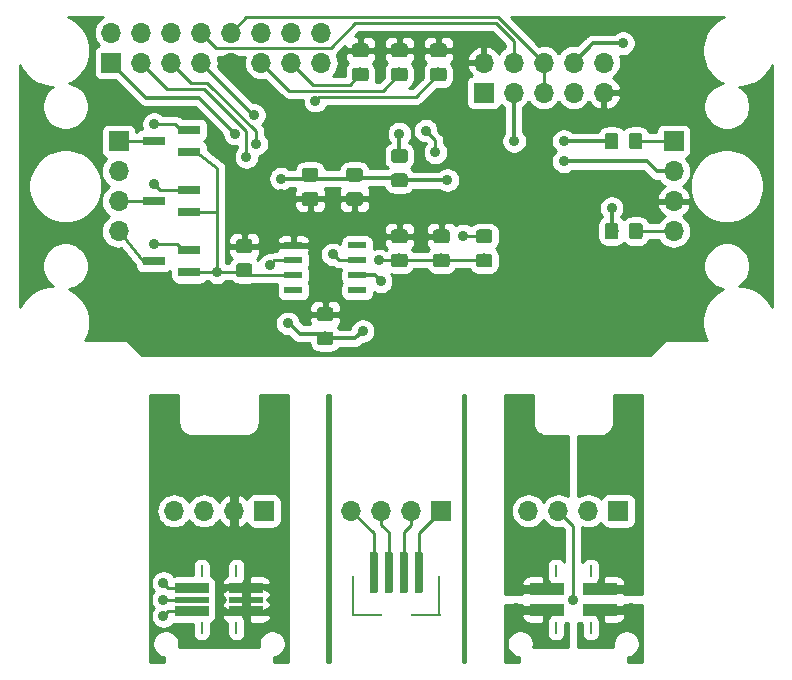
<source format=gbr>
%TF.GenerationSoftware,KiCad,Pcbnew,5.1.0*%
%TF.CreationDate,2019-04-05T03:55:09+02:00*%
%TF.ProjectId,BeerEyePi,42656572-4579-4655-9069-2e6b69636164,rev?*%
%TF.SameCoordinates,Original*%
%TF.FileFunction,Copper,L2,Bot*%
%TF.FilePolarity,Positive*%
%FSLAX46Y46*%
G04 Gerber Fmt 4.6, Leading zero omitted, Abs format (unit mm)*
G04 Created by KiCad (PCBNEW 5.1.0) date 2019-04-05 03:55:09*
%MOMM*%
%LPD*%
G04 APERTURE LIST*
%ADD10R,0.250000X1.000000*%
%ADD11R,3.000000X1.100000*%
%ADD12R,2.900000X0.850000*%
%ADD13R,2.900000X0.600000*%
%ADD14R,1.700000X1.700000*%
%ADD15O,1.700000X1.700000*%
%ADD16C,0.100000*%
%ADD17C,1.150000*%
%ADD18R,2.500000X0.250000*%
%ADD19R,0.250000X3.350000*%
%ADD20C,0.700000*%
%ADD21R,1.900000X0.800000*%
%ADD22R,1.550000X0.600000*%
%ADD23C,0.900000*%
%ADD24C,0.350000*%
%ADD25C,0.250000*%
%ADD26C,0.254000*%
%ADD27C,0.255000*%
G04 APERTURE END LIST*
D10*
X146025000Y-147600000D03*
D11*
X145250000Y-149150000D03*
X145250000Y-150850000D03*
X149750000Y-150850000D03*
X149750000Y-149150000D03*
D10*
X146025000Y-152400000D03*
X148975000Y-147600000D03*
X148975000Y-152400000D03*
X118975000Y-152400000D03*
X118975000Y-147600000D03*
D12*
X119800000Y-150975000D03*
D13*
X119800000Y-150000000D03*
D12*
X119800000Y-149025000D03*
X115200000Y-149025000D03*
D13*
X115200000Y-150000000D03*
D12*
X115200000Y-150975000D03*
D10*
X116025000Y-152400000D03*
X116025000Y-147600000D03*
D14*
X139920000Y-107080000D03*
D15*
X139920000Y-104540000D03*
X142460000Y-107080000D03*
X142460000Y-104540000D03*
X145000000Y-107080000D03*
X145000000Y-104540000D03*
X147540000Y-107080000D03*
X147540000Y-104540000D03*
X150080000Y-107080000D03*
X150080000Y-104540000D03*
D16*
G36*
X125696505Y-115513204D02*
G01*
X125720773Y-115516804D01*
X125744572Y-115522765D01*
X125767671Y-115531030D01*
X125789850Y-115541520D01*
X125810893Y-115554132D01*
X125830599Y-115568747D01*
X125848777Y-115585223D01*
X125865253Y-115603401D01*
X125879868Y-115623107D01*
X125892480Y-115644150D01*
X125902970Y-115666329D01*
X125911235Y-115689428D01*
X125917196Y-115713227D01*
X125920796Y-115737495D01*
X125922000Y-115761999D01*
X125922000Y-116412001D01*
X125920796Y-116436505D01*
X125917196Y-116460773D01*
X125911235Y-116484572D01*
X125902970Y-116507671D01*
X125892480Y-116529850D01*
X125879868Y-116550893D01*
X125865253Y-116570599D01*
X125848777Y-116588777D01*
X125830599Y-116605253D01*
X125810893Y-116619868D01*
X125789850Y-116632480D01*
X125767671Y-116642970D01*
X125744572Y-116651235D01*
X125720773Y-116657196D01*
X125696505Y-116660796D01*
X125672001Y-116662000D01*
X124771999Y-116662000D01*
X124747495Y-116660796D01*
X124723227Y-116657196D01*
X124699428Y-116651235D01*
X124676329Y-116642970D01*
X124654150Y-116632480D01*
X124633107Y-116619868D01*
X124613401Y-116605253D01*
X124595223Y-116588777D01*
X124578747Y-116570599D01*
X124564132Y-116550893D01*
X124551520Y-116529850D01*
X124541030Y-116507671D01*
X124532765Y-116484572D01*
X124526804Y-116460773D01*
X124523204Y-116436505D01*
X124522000Y-116412001D01*
X124522000Y-115761999D01*
X124523204Y-115737495D01*
X124526804Y-115713227D01*
X124532765Y-115689428D01*
X124541030Y-115666329D01*
X124551520Y-115644150D01*
X124564132Y-115623107D01*
X124578747Y-115603401D01*
X124595223Y-115585223D01*
X124613401Y-115568747D01*
X124633107Y-115554132D01*
X124654150Y-115541520D01*
X124676329Y-115531030D01*
X124699428Y-115522765D01*
X124723227Y-115516804D01*
X124747495Y-115513204D01*
X124771999Y-115512000D01*
X125672001Y-115512000D01*
X125696505Y-115513204D01*
X125696505Y-115513204D01*
G37*
D17*
X125222000Y-116087000D03*
D16*
G36*
X125696505Y-113463204D02*
G01*
X125720773Y-113466804D01*
X125744572Y-113472765D01*
X125767671Y-113481030D01*
X125789850Y-113491520D01*
X125810893Y-113504132D01*
X125830599Y-113518747D01*
X125848777Y-113535223D01*
X125865253Y-113553401D01*
X125879868Y-113573107D01*
X125892480Y-113594150D01*
X125902970Y-113616329D01*
X125911235Y-113639428D01*
X125917196Y-113663227D01*
X125920796Y-113687495D01*
X125922000Y-113711999D01*
X125922000Y-114362001D01*
X125920796Y-114386505D01*
X125917196Y-114410773D01*
X125911235Y-114434572D01*
X125902970Y-114457671D01*
X125892480Y-114479850D01*
X125879868Y-114500893D01*
X125865253Y-114520599D01*
X125848777Y-114538777D01*
X125830599Y-114555253D01*
X125810893Y-114569868D01*
X125789850Y-114582480D01*
X125767671Y-114592970D01*
X125744572Y-114601235D01*
X125720773Y-114607196D01*
X125696505Y-114610796D01*
X125672001Y-114612000D01*
X124771999Y-114612000D01*
X124747495Y-114610796D01*
X124723227Y-114607196D01*
X124699428Y-114601235D01*
X124676329Y-114592970D01*
X124654150Y-114582480D01*
X124633107Y-114569868D01*
X124613401Y-114555253D01*
X124595223Y-114538777D01*
X124578747Y-114520599D01*
X124564132Y-114500893D01*
X124551520Y-114479850D01*
X124541030Y-114457671D01*
X124532765Y-114434572D01*
X124526804Y-114410773D01*
X124523204Y-114386505D01*
X124522000Y-114362001D01*
X124522000Y-113711999D01*
X124523204Y-113687495D01*
X124526804Y-113663227D01*
X124532765Y-113639428D01*
X124541030Y-113616329D01*
X124551520Y-113594150D01*
X124564132Y-113573107D01*
X124578747Y-113553401D01*
X124595223Y-113535223D01*
X124613401Y-113518747D01*
X124633107Y-113504132D01*
X124654150Y-113491520D01*
X124676329Y-113481030D01*
X124699428Y-113472765D01*
X124723227Y-113466804D01*
X124747495Y-113463204D01*
X124771999Y-113462000D01*
X125672001Y-113462000D01*
X125696505Y-113463204D01*
X125696505Y-113463204D01*
G37*
D17*
X125222000Y-114037000D03*
D16*
G36*
X129443005Y-115513204D02*
G01*
X129467273Y-115516804D01*
X129491072Y-115522765D01*
X129514171Y-115531030D01*
X129536350Y-115541520D01*
X129557393Y-115554132D01*
X129577099Y-115568747D01*
X129595277Y-115585223D01*
X129611753Y-115603401D01*
X129626368Y-115623107D01*
X129638980Y-115644150D01*
X129649470Y-115666329D01*
X129657735Y-115689428D01*
X129663696Y-115713227D01*
X129667296Y-115737495D01*
X129668500Y-115761999D01*
X129668500Y-116412001D01*
X129667296Y-116436505D01*
X129663696Y-116460773D01*
X129657735Y-116484572D01*
X129649470Y-116507671D01*
X129638980Y-116529850D01*
X129626368Y-116550893D01*
X129611753Y-116570599D01*
X129595277Y-116588777D01*
X129577099Y-116605253D01*
X129557393Y-116619868D01*
X129536350Y-116632480D01*
X129514171Y-116642970D01*
X129491072Y-116651235D01*
X129467273Y-116657196D01*
X129443005Y-116660796D01*
X129418501Y-116662000D01*
X128518499Y-116662000D01*
X128493995Y-116660796D01*
X128469727Y-116657196D01*
X128445928Y-116651235D01*
X128422829Y-116642970D01*
X128400650Y-116632480D01*
X128379607Y-116619868D01*
X128359901Y-116605253D01*
X128341723Y-116588777D01*
X128325247Y-116570599D01*
X128310632Y-116550893D01*
X128298020Y-116529850D01*
X128287530Y-116507671D01*
X128279265Y-116484572D01*
X128273304Y-116460773D01*
X128269704Y-116436505D01*
X128268500Y-116412001D01*
X128268500Y-115761999D01*
X128269704Y-115737495D01*
X128273304Y-115713227D01*
X128279265Y-115689428D01*
X128287530Y-115666329D01*
X128298020Y-115644150D01*
X128310632Y-115623107D01*
X128325247Y-115603401D01*
X128341723Y-115585223D01*
X128359901Y-115568747D01*
X128379607Y-115554132D01*
X128400650Y-115541520D01*
X128422829Y-115531030D01*
X128445928Y-115522765D01*
X128469727Y-115516804D01*
X128493995Y-115513204D01*
X128518499Y-115512000D01*
X129418501Y-115512000D01*
X129443005Y-115513204D01*
X129443005Y-115513204D01*
G37*
D17*
X128968500Y-116087000D03*
D16*
G36*
X129443005Y-113463204D02*
G01*
X129467273Y-113466804D01*
X129491072Y-113472765D01*
X129514171Y-113481030D01*
X129536350Y-113491520D01*
X129557393Y-113504132D01*
X129577099Y-113518747D01*
X129595277Y-113535223D01*
X129611753Y-113553401D01*
X129626368Y-113573107D01*
X129638980Y-113594150D01*
X129649470Y-113616329D01*
X129657735Y-113639428D01*
X129663696Y-113663227D01*
X129667296Y-113687495D01*
X129668500Y-113711999D01*
X129668500Y-114362001D01*
X129667296Y-114386505D01*
X129663696Y-114410773D01*
X129657735Y-114434572D01*
X129649470Y-114457671D01*
X129638980Y-114479850D01*
X129626368Y-114500893D01*
X129611753Y-114520599D01*
X129595277Y-114538777D01*
X129577099Y-114555253D01*
X129557393Y-114569868D01*
X129536350Y-114582480D01*
X129514171Y-114592970D01*
X129491072Y-114601235D01*
X129467273Y-114607196D01*
X129443005Y-114610796D01*
X129418501Y-114612000D01*
X128518499Y-114612000D01*
X128493995Y-114610796D01*
X128469727Y-114607196D01*
X128445928Y-114601235D01*
X128422829Y-114592970D01*
X128400650Y-114582480D01*
X128379607Y-114569868D01*
X128359901Y-114555253D01*
X128341723Y-114538777D01*
X128325247Y-114520599D01*
X128310632Y-114500893D01*
X128298020Y-114479850D01*
X128287530Y-114457671D01*
X128279265Y-114434572D01*
X128273304Y-114410773D01*
X128269704Y-114386505D01*
X128268500Y-114362001D01*
X128268500Y-113711999D01*
X128269704Y-113687495D01*
X128273304Y-113663227D01*
X128279265Y-113639428D01*
X128287530Y-113616329D01*
X128298020Y-113594150D01*
X128310632Y-113573107D01*
X128325247Y-113553401D01*
X128341723Y-113535223D01*
X128359901Y-113518747D01*
X128379607Y-113504132D01*
X128400650Y-113491520D01*
X128422829Y-113481030D01*
X128445928Y-113472765D01*
X128469727Y-113466804D01*
X128493995Y-113463204D01*
X128518499Y-113462000D01*
X129418501Y-113462000D01*
X129443005Y-113463204D01*
X129443005Y-113463204D01*
G37*
D17*
X128968500Y-114037000D03*
D16*
G36*
X133253005Y-120720204D02*
G01*
X133277273Y-120723804D01*
X133301072Y-120729765D01*
X133324171Y-120738030D01*
X133346350Y-120748520D01*
X133367393Y-120761132D01*
X133387099Y-120775747D01*
X133405277Y-120792223D01*
X133421753Y-120810401D01*
X133436368Y-120830107D01*
X133448980Y-120851150D01*
X133459470Y-120873329D01*
X133467735Y-120896428D01*
X133473696Y-120920227D01*
X133477296Y-120944495D01*
X133478500Y-120968999D01*
X133478500Y-121619001D01*
X133477296Y-121643505D01*
X133473696Y-121667773D01*
X133467735Y-121691572D01*
X133459470Y-121714671D01*
X133448980Y-121736850D01*
X133436368Y-121757893D01*
X133421753Y-121777599D01*
X133405277Y-121795777D01*
X133387099Y-121812253D01*
X133367393Y-121826868D01*
X133346350Y-121839480D01*
X133324171Y-121849970D01*
X133301072Y-121858235D01*
X133277273Y-121864196D01*
X133253005Y-121867796D01*
X133228501Y-121869000D01*
X132328499Y-121869000D01*
X132303995Y-121867796D01*
X132279727Y-121864196D01*
X132255928Y-121858235D01*
X132232829Y-121849970D01*
X132210650Y-121839480D01*
X132189607Y-121826868D01*
X132169901Y-121812253D01*
X132151723Y-121795777D01*
X132135247Y-121777599D01*
X132120632Y-121757893D01*
X132108020Y-121736850D01*
X132097530Y-121714671D01*
X132089265Y-121691572D01*
X132083304Y-121667773D01*
X132079704Y-121643505D01*
X132078500Y-121619001D01*
X132078500Y-120968999D01*
X132079704Y-120944495D01*
X132083304Y-120920227D01*
X132089265Y-120896428D01*
X132097530Y-120873329D01*
X132108020Y-120851150D01*
X132120632Y-120830107D01*
X132135247Y-120810401D01*
X132151723Y-120792223D01*
X132169901Y-120775747D01*
X132189607Y-120761132D01*
X132210650Y-120748520D01*
X132232829Y-120738030D01*
X132255928Y-120729765D01*
X132279727Y-120723804D01*
X132303995Y-120720204D01*
X132328499Y-120719000D01*
X133228501Y-120719000D01*
X133253005Y-120720204D01*
X133253005Y-120720204D01*
G37*
D17*
X132778500Y-121294000D03*
D16*
G36*
X133253005Y-118670204D02*
G01*
X133277273Y-118673804D01*
X133301072Y-118679765D01*
X133324171Y-118688030D01*
X133346350Y-118698520D01*
X133367393Y-118711132D01*
X133387099Y-118725747D01*
X133405277Y-118742223D01*
X133421753Y-118760401D01*
X133436368Y-118780107D01*
X133448980Y-118801150D01*
X133459470Y-118823329D01*
X133467735Y-118846428D01*
X133473696Y-118870227D01*
X133477296Y-118894495D01*
X133478500Y-118918999D01*
X133478500Y-119569001D01*
X133477296Y-119593505D01*
X133473696Y-119617773D01*
X133467735Y-119641572D01*
X133459470Y-119664671D01*
X133448980Y-119686850D01*
X133436368Y-119707893D01*
X133421753Y-119727599D01*
X133405277Y-119745777D01*
X133387099Y-119762253D01*
X133367393Y-119776868D01*
X133346350Y-119789480D01*
X133324171Y-119799970D01*
X133301072Y-119808235D01*
X133277273Y-119814196D01*
X133253005Y-119817796D01*
X133228501Y-119819000D01*
X132328499Y-119819000D01*
X132303995Y-119817796D01*
X132279727Y-119814196D01*
X132255928Y-119808235D01*
X132232829Y-119799970D01*
X132210650Y-119789480D01*
X132189607Y-119776868D01*
X132169901Y-119762253D01*
X132151723Y-119745777D01*
X132135247Y-119727599D01*
X132120632Y-119707893D01*
X132108020Y-119686850D01*
X132097530Y-119664671D01*
X132089265Y-119641572D01*
X132083304Y-119617773D01*
X132079704Y-119593505D01*
X132078500Y-119569001D01*
X132078500Y-118918999D01*
X132079704Y-118894495D01*
X132083304Y-118870227D01*
X132089265Y-118846428D01*
X132097530Y-118823329D01*
X132108020Y-118801150D01*
X132120632Y-118780107D01*
X132135247Y-118760401D01*
X132151723Y-118742223D01*
X132169901Y-118725747D01*
X132189607Y-118711132D01*
X132210650Y-118698520D01*
X132232829Y-118688030D01*
X132255928Y-118679765D01*
X132279727Y-118673804D01*
X132303995Y-118670204D01*
X132328499Y-118669000D01*
X133228501Y-118669000D01*
X133253005Y-118670204D01*
X133253005Y-118670204D01*
G37*
D17*
X132778500Y-119244000D03*
D16*
G36*
X126966505Y-127315204D02*
G01*
X126990773Y-127318804D01*
X127014572Y-127324765D01*
X127037671Y-127333030D01*
X127059850Y-127343520D01*
X127080893Y-127356132D01*
X127100599Y-127370747D01*
X127118777Y-127387223D01*
X127135253Y-127405401D01*
X127149868Y-127425107D01*
X127162480Y-127446150D01*
X127172970Y-127468329D01*
X127181235Y-127491428D01*
X127187196Y-127515227D01*
X127190796Y-127539495D01*
X127192000Y-127563999D01*
X127192000Y-128214001D01*
X127190796Y-128238505D01*
X127187196Y-128262773D01*
X127181235Y-128286572D01*
X127172970Y-128309671D01*
X127162480Y-128331850D01*
X127149868Y-128352893D01*
X127135253Y-128372599D01*
X127118777Y-128390777D01*
X127100599Y-128407253D01*
X127080893Y-128421868D01*
X127059850Y-128434480D01*
X127037671Y-128444970D01*
X127014572Y-128453235D01*
X126990773Y-128459196D01*
X126966505Y-128462796D01*
X126942001Y-128464000D01*
X126041999Y-128464000D01*
X126017495Y-128462796D01*
X125993227Y-128459196D01*
X125969428Y-128453235D01*
X125946329Y-128444970D01*
X125924150Y-128434480D01*
X125903107Y-128421868D01*
X125883401Y-128407253D01*
X125865223Y-128390777D01*
X125848747Y-128372599D01*
X125834132Y-128352893D01*
X125821520Y-128331850D01*
X125811030Y-128309671D01*
X125802765Y-128286572D01*
X125796804Y-128262773D01*
X125793204Y-128238505D01*
X125792000Y-128214001D01*
X125792000Y-127563999D01*
X125793204Y-127539495D01*
X125796804Y-127515227D01*
X125802765Y-127491428D01*
X125811030Y-127468329D01*
X125821520Y-127446150D01*
X125834132Y-127425107D01*
X125848747Y-127405401D01*
X125865223Y-127387223D01*
X125883401Y-127370747D01*
X125903107Y-127356132D01*
X125924150Y-127343520D01*
X125946329Y-127333030D01*
X125969428Y-127324765D01*
X125993227Y-127318804D01*
X126017495Y-127315204D01*
X126041999Y-127314000D01*
X126942001Y-127314000D01*
X126966505Y-127315204D01*
X126966505Y-127315204D01*
G37*
D17*
X126492000Y-127889000D03*
D16*
G36*
X126966505Y-125265204D02*
G01*
X126990773Y-125268804D01*
X127014572Y-125274765D01*
X127037671Y-125283030D01*
X127059850Y-125293520D01*
X127080893Y-125306132D01*
X127100599Y-125320747D01*
X127118777Y-125337223D01*
X127135253Y-125355401D01*
X127149868Y-125375107D01*
X127162480Y-125396150D01*
X127172970Y-125418329D01*
X127181235Y-125441428D01*
X127187196Y-125465227D01*
X127190796Y-125489495D01*
X127192000Y-125513999D01*
X127192000Y-126164001D01*
X127190796Y-126188505D01*
X127187196Y-126212773D01*
X127181235Y-126236572D01*
X127172970Y-126259671D01*
X127162480Y-126281850D01*
X127149868Y-126302893D01*
X127135253Y-126322599D01*
X127118777Y-126340777D01*
X127100599Y-126357253D01*
X127080893Y-126371868D01*
X127059850Y-126384480D01*
X127037671Y-126394970D01*
X127014572Y-126403235D01*
X126990773Y-126409196D01*
X126966505Y-126412796D01*
X126942001Y-126414000D01*
X126041999Y-126414000D01*
X126017495Y-126412796D01*
X125993227Y-126409196D01*
X125969428Y-126403235D01*
X125946329Y-126394970D01*
X125924150Y-126384480D01*
X125903107Y-126371868D01*
X125883401Y-126357253D01*
X125865223Y-126340777D01*
X125848747Y-126322599D01*
X125834132Y-126302893D01*
X125821520Y-126281850D01*
X125811030Y-126259671D01*
X125802765Y-126236572D01*
X125796804Y-126212773D01*
X125793204Y-126188505D01*
X125792000Y-126164001D01*
X125792000Y-125513999D01*
X125793204Y-125489495D01*
X125796804Y-125465227D01*
X125802765Y-125441428D01*
X125811030Y-125418329D01*
X125821520Y-125396150D01*
X125834132Y-125375107D01*
X125848747Y-125355401D01*
X125865223Y-125337223D01*
X125883401Y-125320747D01*
X125903107Y-125306132D01*
X125924150Y-125293520D01*
X125946329Y-125283030D01*
X125969428Y-125274765D01*
X125993227Y-125268804D01*
X126017495Y-125265204D01*
X126041999Y-125264000D01*
X126942001Y-125264000D01*
X126966505Y-125265204D01*
X126966505Y-125265204D01*
G37*
D17*
X126492000Y-125839000D03*
D16*
G36*
X133253005Y-111875704D02*
G01*
X133277273Y-111879304D01*
X133301072Y-111885265D01*
X133324171Y-111893530D01*
X133346350Y-111904020D01*
X133367393Y-111916632D01*
X133387099Y-111931247D01*
X133405277Y-111947723D01*
X133421753Y-111965901D01*
X133436368Y-111985607D01*
X133448980Y-112006650D01*
X133459470Y-112028829D01*
X133467735Y-112051928D01*
X133473696Y-112075727D01*
X133477296Y-112099995D01*
X133478500Y-112124499D01*
X133478500Y-112774501D01*
X133477296Y-112799005D01*
X133473696Y-112823273D01*
X133467735Y-112847072D01*
X133459470Y-112870171D01*
X133448980Y-112892350D01*
X133436368Y-112913393D01*
X133421753Y-112933099D01*
X133405277Y-112951277D01*
X133387099Y-112967753D01*
X133367393Y-112982368D01*
X133346350Y-112994980D01*
X133324171Y-113005470D01*
X133301072Y-113013735D01*
X133277273Y-113019696D01*
X133253005Y-113023296D01*
X133228501Y-113024500D01*
X132328499Y-113024500D01*
X132303995Y-113023296D01*
X132279727Y-113019696D01*
X132255928Y-113013735D01*
X132232829Y-113005470D01*
X132210650Y-112994980D01*
X132189607Y-112982368D01*
X132169901Y-112967753D01*
X132151723Y-112951277D01*
X132135247Y-112933099D01*
X132120632Y-112913393D01*
X132108020Y-112892350D01*
X132097530Y-112870171D01*
X132089265Y-112847072D01*
X132083304Y-112823273D01*
X132079704Y-112799005D01*
X132078500Y-112774501D01*
X132078500Y-112124499D01*
X132079704Y-112099995D01*
X132083304Y-112075727D01*
X132089265Y-112051928D01*
X132097530Y-112028829D01*
X132108020Y-112006650D01*
X132120632Y-111985607D01*
X132135247Y-111965901D01*
X132151723Y-111947723D01*
X132169901Y-111931247D01*
X132189607Y-111916632D01*
X132210650Y-111904020D01*
X132232829Y-111893530D01*
X132255928Y-111885265D01*
X132279727Y-111879304D01*
X132303995Y-111875704D01*
X132328499Y-111874500D01*
X133228501Y-111874500D01*
X133253005Y-111875704D01*
X133253005Y-111875704D01*
G37*
D17*
X132778500Y-112449500D03*
D16*
G36*
X133253005Y-113925704D02*
G01*
X133277273Y-113929304D01*
X133301072Y-113935265D01*
X133324171Y-113943530D01*
X133346350Y-113954020D01*
X133367393Y-113966632D01*
X133387099Y-113981247D01*
X133405277Y-113997723D01*
X133421753Y-114015901D01*
X133436368Y-114035607D01*
X133448980Y-114056650D01*
X133459470Y-114078829D01*
X133467735Y-114101928D01*
X133473696Y-114125727D01*
X133477296Y-114149995D01*
X133478500Y-114174499D01*
X133478500Y-114824501D01*
X133477296Y-114849005D01*
X133473696Y-114873273D01*
X133467735Y-114897072D01*
X133459470Y-114920171D01*
X133448980Y-114942350D01*
X133436368Y-114963393D01*
X133421753Y-114983099D01*
X133405277Y-115001277D01*
X133387099Y-115017753D01*
X133367393Y-115032368D01*
X133346350Y-115044980D01*
X133324171Y-115055470D01*
X133301072Y-115063735D01*
X133277273Y-115069696D01*
X133253005Y-115073296D01*
X133228501Y-115074500D01*
X132328499Y-115074500D01*
X132303995Y-115073296D01*
X132279727Y-115069696D01*
X132255928Y-115063735D01*
X132232829Y-115055470D01*
X132210650Y-115044980D01*
X132189607Y-115032368D01*
X132169901Y-115017753D01*
X132151723Y-115001277D01*
X132135247Y-114983099D01*
X132120632Y-114963393D01*
X132108020Y-114942350D01*
X132097530Y-114920171D01*
X132089265Y-114897072D01*
X132083304Y-114873273D01*
X132079704Y-114849005D01*
X132078500Y-114824501D01*
X132078500Y-114174499D01*
X132079704Y-114149995D01*
X132083304Y-114125727D01*
X132089265Y-114101928D01*
X132097530Y-114078829D01*
X132108020Y-114056650D01*
X132120632Y-114035607D01*
X132135247Y-114015901D01*
X132151723Y-113997723D01*
X132169901Y-113981247D01*
X132189607Y-113966632D01*
X132210650Y-113954020D01*
X132232829Y-113943530D01*
X132255928Y-113935265D01*
X132279727Y-113929304D01*
X132303995Y-113925704D01*
X132328499Y-113924500D01*
X133228501Y-113924500D01*
X133253005Y-113925704D01*
X133253005Y-113925704D01*
G37*
D17*
X132778500Y-114499500D03*
D16*
G36*
X140428505Y-118670204D02*
G01*
X140452773Y-118673804D01*
X140476572Y-118679765D01*
X140499671Y-118688030D01*
X140521850Y-118698520D01*
X140542893Y-118711132D01*
X140562599Y-118725747D01*
X140580777Y-118742223D01*
X140597253Y-118760401D01*
X140611868Y-118780107D01*
X140624480Y-118801150D01*
X140634970Y-118823329D01*
X140643235Y-118846428D01*
X140649196Y-118870227D01*
X140652796Y-118894495D01*
X140654000Y-118918999D01*
X140654000Y-119569001D01*
X140652796Y-119593505D01*
X140649196Y-119617773D01*
X140643235Y-119641572D01*
X140634970Y-119664671D01*
X140624480Y-119686850D01*
X140611868Y-119707893D01*
X140597253Y-119727599D01*
X140580777Y-119745777D01*
X140562599Y-119762253D01*
X140542893Y-119776868D01*
X140521850Y-119789480D01*
X140499671Y-119799970D01*
X140476572Y-119808235D01*
X140452773Y-119814196D01*
X140428505Y-119817796D01*
X140404001Y-119819000D01*
X139503999Y-119819000D01*
X139479495Y-119817796D01*
X139455227Y-119814196D01*
X139431428Y-119808235D01*
X139408329Y-119799970D01*
X139386150Y-119789480D01*
X139365107Y-119776868D01*
X139345401Y-119762253D01*
X139327223Y-119745777D01*
X139310747Y-119727599D01*
X139296132Y-119707893D01*
X139283520Y-119686850D01*
X139273030Y-119664671D01*
X139264765Y-119641572D01*
X139258804Y-119617773D01*
X139255204Y-119593505D01*
X139254000Y-119569001D01*
X139254000Y-118918999D01*
X139255204Y-118894495D01*
X139258804Y-118870227D01*
X139264765Y-118846428D01*
X139273030Y-118823329D01*
X139283520Y-118801150D01*
X139296132Y-118780107D01*
X139310747Y-118760401D01*
X139327223Y-118742223D01*
X139345401Y-118725747D01*
X139365107Y-118711132D01*
X139386150Y-118698520D01*
X139408329Y-118688030D01*
X139431428Y-118679765D01*
X139455227Y-118673804D01*
X139479495Y-118670204D01*
X139503999Y-118669000D01*
X140404001Y-118669000D01*
X140428505Y-118670204D01*
X140428505Y-118670204D01*
G37*
D17*
X139954000Y-119244000D03*
D16*
G36*
X140428505Y-120720204D02*
G01*
X140452773Y-120723804D01*
X140476572Y-120729765D01*
X140499671Y-120738030D01*
X140521850Y-120748520D01*
X140542893Y-120761132D01*
X140562599Y-120775747D01*
X140580777Y-120792223D01*
X140597253Y-120810401D01*
X140611868Y-120830107D01*
X140624480Y-120851150D01*
X140634970Y-120873329D01*
X140643235Y-120896428D01*
X140649196Y-120920227D01*
X140652796Y-120944495D01*
X140654000Y-120968999D01*
X140654000Y-121619001D01*
X140652796Y-121643505D01*
X140649196Y-121667773D01*
X140643235Y-121691572D01*
X140634970Y-121714671D01*
X140624480Y-121736850D01*
X140611868Y-121757893D01*
X140597253Y-121777599D01*
X140580777Y-121795777D01*
X140562599Y-121812253D01*
X140542893Y-121826868D01*
X140521850Y-121839480D01*
X140499671Y-121849970D01*
X140476572Y-121858235D01*
X140452773Y-121864196D01*
X140428505Y-121867796D01*
X140404001Y-121869000D01*
X139503999Y-121869000D01*
X139479495Y-121867796D01*
X139455227Y-121864196D01*
X139431428Y-121858235D01*
X139408329Y-121849970D01*
X139386150Y-121839480D01*
X139365107Y-121826868D01*
X139345401Y-121812253D01*
X139327223Y-121795777D01*
X139310747Y-121777599D01*
X139296132Y-121757893D01*
X139283520Y-121736850D01*
X139273030Y-121714671D01*
X139264765Y-121691572D01*
X139258804Y-121667773D01*
X139255204Y-121643505D01*
X139254000Y-121619001D01*
X139254000Y-120968999D01*
X139255204Y-120944495D01*
X139258804Y-120920227D01*
X139264765Y-120896428D01*
X139273030Y-120873329D01*
X139283520Y-120851150D01*
X139296132Y-120830107D01*
X139310747Y-120810401D01*
X139327223Y-120792223D01*
X139345401Y-120775747D01*
X139365107Y-120761132D01*
X139386150Y-120748520D01*
X139408329Y-120738030D01*
X139431428Y-120729765D01*
X139455227Y-120723804D01*
X139479495Y-120720204D01*
X139503999Y-120719000D01*
X140404001Y-120719000D01*
X140428505Y-120720204D01*
X140428505Y-120720204D01*
G37*
D17*
X139954000Y-121294000D03*
D16*
G36*
X136809005Y-118670204D02*
G01*
X136833273Y-118673804D01*
X136857072Y-118679765D01*
X136880171Y-118688030D01*
X136902350Y-118698520D01*
X136923393Y-118711132D01*
X136943099Y-118725747D01*
X136961277Y-118742223D01*
X136977753Y-118760401D01*
X136992368Y-118780107D01*
X137004980Y-118801150D01*
X137015470Y-118823329D01*
X137023735Y-118846428D01*
X137029696Y-118870227D01*
X137033296Y-118894495D01*
X137034500Y-118918999D01*
X137034500Y-119569001D01*
X137033296Y-119593505D01*
X137029696Y-119617773D01*
X137023735Y-119641572D01*
X137015470Y-119664671D01*
X137004980Y-119686850D01*
X136992368Y-119707893D01*
X136977753Y-119727599D01*
X136961277Y-119745777D01*
X136943099Y-119762253D01*
X136923393Y-119776868D01*
X136902350Y-119789480D01*
X136880171Y-119799970D01*
X136857072Y-119808235D01*
X136833273Y-119814196D01*
X136809005Y-119817796D01*
X136784501Y-119819000D01*
X135884499Y-119819000D01*
X135859995Y-119817796D01*
X135835727Y-119814196D01*
X135811928Y-119808235D01*
X135788829Y-119799970D01*
X135766650Y-119789480D01*
X135745607Y-119776868D01*
X135725901Y-119762253D01*
X135707723Y-119745777D01*
X135691247Y-119727599D01*
X135676632Y-119707893D01*
X135664020Y-119686850D01*
X135653530Y-119664671D01*
X135645265Y-119641572D01*
X135639304Y-119617773D01*
X135635704Y-119593505D01*
X135634500Y-119569001D01*
X135634500Y-118918999D01*
X135635704Y-118894495D01*
X135639304Y-118870227D01*
X135645265Y-118846428D01*
X135653530Y-118823329D01*
X135664020Y-118801150D01*
X135676632Y-118780107D01*
X135691247Y-118760401D01*
X135707723Y-118742223D01*
X135725901Y-118725747D01*
X135745607Y-118711132D01*
X135766650Y-118698520D01*
X135788829Y-118688030D01*
X135811928Y-118679765D01*
X135835727Y-118673804D01*
X135859995Y-118670204D01*
X135884499Y-118669000D01*
X136784501Y-118669000D01*
X136809005Y-118670204D01*
X136809005Y-118670204D01*
G37*
D17*
X136334500Y-119244000D03*
D16*
G36*
X136809005Y-120720204D02*
G01*
X136833273Y-120723804D01*
X136857072Y-120729765D01*
X136880171Y-120738030D01*
X136902350Y-120748520D01*
X136923393Y-120761132D01*
X136943099Y-120775747D01*
X136961277Y-120792223D01*
X136977753Y-120810401D01*
X136992368Y-120830107D01*
X137004980Y-120851150D01*
X137015470Y-120873329D01*
X137023735Y-120896428D01*
X137029696Y-120920227D01*
X137033296Y-120944495D01*
X137034500Y-120968999D01*
X137034500Y-121619001D01*
X137033296Y-121643505D01*
X137029696Y-121667773D01*
X137023735Y-121691572D01*
X137015470Y-121714671D01*
X137004980Y-121736850D01*
X136992368Y-121757893D01*
X136977753Y-121777599D01*
X136961277Y-121795777D01*
X136943099Y-121812253D01*
X136923393Y-121826868D01*
X136902350Y-121839480D01*
X136880171Y-121849970D01*
X136857072Y-121858235D01*
X136833273Y-121864196D01*
X136809005Y-121867796D01*
X136784501Y-121869000D01*
X135884499Y-121869000D01*
X135859995Y-121867796D01*
X135835727Y-121864196D01*
X135811928Y-121858235D01*
X135788829Y-121849970D01*
X135766650Y-121839480D01*
X135745607Y-121826868D01*
X135725901Y-121812253D01*
X135707723Y-121795777D01*
X135691247Y-121777599D01*
X135676632Y-121757893D01*
X135664020Y-121736850D01*
X135653530Y-121714671D01*
X135645265Y-121691572D01*
X135639304Y-121667773D01*
X135635704Y-121643505D01*
X135634500Y-121619001D01*
X135634500Y-120968999D01*
X135635704Y-120944495D01*
X135639304Y-120920227D01*
X135645265Y-120896428D01*
X135653530Y-120873329D01*
X135664020Y-120851150D01*
X135676632Y-120830107D01*
X135691247Y-120810401D01*
X135707723Y-120792223D01*
X135725901Y-120775747D01*
X135745607Y-120761132D01*
X135766650Y-120748520D01*
X135788829Y-120738030D01*
X135811928Y-120729765D01*
X135835727Y-120723804D01*
X135859995Y-120720204D01*
X135884499Y-120719000D01*
X136784501Y-120719000D01*
X136809005Y-120720204D01*
X136809005Y-120720204D01*
G37*
D17*
X136334500Y-121294000D03*
D16*
G36*
X120108505Y-119495704D02*
G01*
X120132773Y-119499304D01*
X120156572Y-119505265D01*
X120179671Y-119513530D01*
X120201850Y-119524020D01*
X120222893Y-119536632D01*
X120242599Y-119551247D01*
X120260777Y-119567723D01*
X120277253Y-119585901D01*
X120291868Y-119605607D01*
X120304480Y-119626650D01*
X120314970Y-119648829D01*
X120323235Y-119671928D01*
X120329196Y-119695727D01*
X120332796Y-119719995D01*
X120334000Y-119744499D01*
X120334000Y-120394501D01*
X120332796Y-120419005D01*
X120329196Y-120443273D01*
X120323235Y-120467072D01*
X120314970Y-120490171D01*
X120304480Y-120512350D01*
X120291868Y-120533393D01*
X120277253Y-120553099D01*
X120260777Y-120571277D01*
X120242599Y-120587753D01*
X120222893Y-120602368D01*
X120201850Y-120614980D01*
X120179671Y-120625470D01*
X120156572Y-120633735D01*
X120132773Y-120639696D01*
X120108505Y-120643296D01*
X120084001Y-120644500D01*
X119183999Y-120644500D01*
X119159495Y-120643296D01*
X119135227Y-120639696D01*
X119111428Y-120633735D01*
X119088329Y-120625470D01*
X119066150Y-120614980D01*
X119045107Y-120602368D01*
X119025401Y-120587753D01*
X119007223Y-120571277D01*
X118990747Y-120553099D01*
X118976132Y-120533393D01*
X118963520Y-120512350D01*
X118953030Y-120490171D01*
X118944765Y-120467072D01*
X118938804Y-120443273D01*
X118935204Y-120419005D01*
X118934000Y-120394501D01*
X118934000Y-119744499D01*
X118935204Y-119719995D01*
X118938804Y-119695727D01*
X118944765Y-119671928D01*
X118953030Y-119648829D01*
X118963520Y-119626650D01*
X118976132Y-119605607D01*
X118990747Y-119585901D01*
X119007223Y-119567723D01*
X119025401Y-119551247D01*
X119045107Y-119536632D01*
X119066150Y-119524020D01*
X119088329Y-119513530D01*
X119111428Y-119505265D01*
X119135227Y-119499304D01*
X119159495Y-119495704D01*
X119183999Y-119494500D01*
X120084001Y-119494500D01*
X120108505Y-119495704D01*
X120108505Y-119495704D01*
G37*
D17*
X119634000Y-120069500D03*
D16*
G36*
X120108505Y-121545704D02*
G01*
X120132773Y-121549304D01*
X120156572Y-121555265D01*
X120179671Y-121563530D01*
X120201850Y-121574020D01*
X120222893Y-121586632D01*
X120242599Y-121601247D01*
X120260777Y-121617723D01*
X120277253Y-121635901D01*
X120291868Y-121655607D01*
X120304480Y-121676650D01*
X120314970Y-121698829D01*
X120323235Y-121721928D01*
X120329196Y-121745727D01*
X120332796Y-121769995D01*
X120334000Y-121794499D01*
X120334000Y-122444501D01*
X120332796Y-122469005D01*
X120329196Y-122493273D01*
X120323235Y-122517072D01*
X120314970Y-122540171D01*
X120304480Y-122562350D01*
X120291868Y-122583393D01*
X120277253Y-122603099D01*
X120260777Y-122621277D01*
X120242599Y-122637753D01*
X120222893Y-122652368D01*
X120201850Y-122664980D01*
X120179671Y-122675470D01*
X120156572Y-122683735D01*
X120132773Y-122689696D01*
X120108505Y-122693296D01*
X120084001Y-122694500D01*
X119183999Y-122694500D01*
X119159495Y-122693296D01*
X119135227Y-122689696D01*
X119111428Y-122683735D01*
X119088329Y-122675470D01*
X119066150Y-122664980D01*
X119045107Y-122652368D01*
X119025401Y-122637753D01*
X119007223Y-122621277D01*
X118990747Y-122603099D01*
X118976132Y-122583393D01*
X118963520Y-122562350D01*
X118953030Y-122540171D01*
X118944765Y-122517072D01*
X118938804Y-122493273D01*
X118935204Y-122469005D01*
X118934000Y-122444501D01*
X118934000Y-121794499D01*
X118935204Y-121769995D01*
X118938804Y-121745727D01*
X118944765Y-121721928D01*
X118953030Y-121698829D01*
X118963520Y-121676650D01*
X118976132Y-121655607D01*
X118990747Y-121635901D01*
X119007223Y-121617723D01*
X119025401Y-121601247D01*
X119045107Y-121586632D01*
X119066150Y-121574020D01*
X119088329Y-121563530D01*
X119111428Y-121555265D01*
X119135227Y-121549304D01*
X119159495Y-121545704D01*
X119183999Y-121544500D01*
X120084001Y-121544500D01*
X120108505Y-121545704D01*
X120108505Y-121545704D01*
G37*
D17*
X119634000Y-122119500D03*
D16*
G36*
X153139505Y-118109704D02*
G01*
X153163773Y-118113304D01*
X153187572Y-118119265D01*
X153210671Y-118127530D01*
X153232850Y-118138020D01*
X153253893Y-118150632D01*
X153273599Y-118165247D01*
X153291777Y-118181723D01*
X153308253Y-118199901D01*
X153322868Y-118219607D01*
X153335480Y-118240650D01*
X153345970Y-118262829D01*
X153354235Y-118285928D01*
X153360196Y-118309727D01*
X153363796Y-118333995D01*
X153365000Y-118358499D01*
X153365000Y-119258501D01*
X153363796Y-119283005D01*
X153360196Y-119307273D01*
X153354235Y-119331072D01*
X153345970Y-119354171D01*
X153335480Y-119376350D01*
X153322868Y-119397393D01*
X153308253Y-119417099D01*
X153291777Y-119435277D01*
X153273599Y-119451753D01*
X153253893Y-119466368D01*
X153232850Y-119478980D01*
X153210671Y-119489470D01*
X153187572Y-119497735D01*
X153163773Y-119503696D01*
X153139505Y-119507296D01*
X153115001Y-119508500D01*
X152464999Y-119508500D01*
X152440495Y-119507296D01*
X152416227Y-119503696D01*
X152392428Y-119497735D01*
X152369329Y-119489470D01*
X152347150Y-119478980D01*
X152326107Y-119466368D01*
X152306401Y-119451753D01*
X152288223Y-119435277D01*
X152271747Y-119417099D01*
X152257132Y-119397393D01*
X152244520Y-119376350D01*
X152234030Y-119354171D01*
X152225765Y-119331072D01*
X152219804Y-119307273D01*
X152216204Y-119283005D01*
X152215000Y-119258501D01*
X152215000Y-118358499D01*
X152216204Y-118333995D01*
X152219804Y-118309727D01*
X152225765Y-118285928D01*
X152234030Y-118262829D01*
X152244520Y-118240650D01*
X152257132Y-118219607D01*
X152271747Y-118199901D01*
X152288223Y-118181723D01*
X152306401Y-118165247D01*
X152326107Y-118150632D01*
X152347150Y-118138020D01*
X152369329Y-118127530D01*
X152392428Y-118119265D01*
X152416227Y-118113304D01*
X152440495Y-118109704D01*
X152464999Y-118108500D01*
X153115001Y-118108500D01*
X153139505Y-118109704D01*
X153139505Y-118109704D01*
G37*
D17*
X152790000Y-118808500D03*
D16*
G36*
X151089505Y-118109704D02*
G01*
X151113773Y-118113304D01*
X151137572Y-118119265D01*
X151160671Y-118127530D01*
X151182850Y-118138020D01*
X151203893Y-118150632D01*
X151223599Y-118165247D01*
X151241777Y-118181723D01*
X151258253Y-118199901D01*
X151272868Y-118219607D01*
X151285480Y-118240650D01*
X151295970Y-118262829D01*
X151304235Y-118285928D01*
X151310196Y-118309727D01*
X151313796Y-118333995D01*
X151315000Y-118358499D01*
X151315000Y-119258501D01*
X151313796Y-119283005D01*
X151310196Y-119307273D01*
X151304235Y-119331072D01*
X151295970Y-119354171D01*
X151285480Y-119376350D01*
X151272868Y-119397393D01*
X151258253Y-119417099D01*
X151241777Y-119435277D01*
X151223599Y-119451753D01*
X151203893Y-119466368D01*
X151182850Y-119478980D01*
X151160671Y-119489470D01*
X151137572Y-119497735D01*
X151113773Y-119503696D01*
X151089505Y-119507296D01*
X151065001Y-119508500D01*
X150414999Y-119508500D01*
X150390495Y-119507296D01*
X150366227Y-119503696D01*
X150342428Y-119497735D01*
X150319329Y-119489470D01*
X150297150Y-119478980D01*
X150276107Y-119466368D01*
X150256401Y-119451753D01*
X150238223Y-119435277D01*
X150221747Y-119417099D01*
X150207132Y-119397393D01*
X150194520Y-119376350D01*
X150184030Y-119354171D01*
X150175765Y-119331072D01*
X150169804Y-119307273D01*
X150166204Y-119283005D01*
X150165000Y-119258501D01*
X150165000Y-118358499D01*
X150166204Y-118333995D01*
X150169804Y-118309727D01*
X150175765Y-118285928D01*
X150184030Y-118262829D01*
X150194520Y-118240650D01*
X150207132Y-118219607D01*
X150221747Y-118199901D01*
X150238223Y-118181723D01*
X150256401Y-118165247D01*
X150276107Y-118150632D01*
X150297150Y-118138020D01*
X150319329Y-118127530D01*
X150342428Y-118119265D01*
X150366227Y-118113304D01*
X150390495Y-118109704D01*
X150414999Y-118108500D01*
X151065001Y-118108500D01*
X151089505Y-118109704D01*
X151089505Y-118109704D01*
G37*
D17*
X150740000Y-118808500D03*
D16*
G36*
X151080505Y-110489704D02*
G01*
X151104773Y-110493304D01*
X151128572Y-110499265D01*
X151151671Y-110507530D01*
X151173850Y-110518020D01*
X151194893Y-110530632D01*
X151214599Y-110545247D01*
X151232777Y-110561723D01*
X151249253Y-110579901D01*
X151263868Y-110599607D01*
X151276480Y-110620650D01*
X151286970Y-110642829D01*
X151295235Y-110665928D01*
X151301196Y-110689727D01*
X151304796Y-110713995D01*
X151306000Y-110738499D01*
X151306000Y-111638501D01*
X151304796Y-111663005D01*
X151301196Y-111687273D01*
X151295235Y-111711072D01*
X151286970Y-111734171D01*
X151276480Y-111756350D01*
X151263868Y-111777393D01*
X151249253Y-111797099D01*
X151232777Y-111815277D01*
X151214599Y-111831753D01*
X151194893Y-111846368D01*
X151173850Y-111858980D01*
X151151671Y-111869470D01*
X151128572Y-111877735D01*
X151104773Y-111883696D01*
X151080505Y-111887296D01*
X151056001Y-111888500D01*
X150405999Y-111888500D01*
X150381495Y-111887296D01*
X150357227Y-111883696D01*
X150333428Y-111877735D01*
X150310329Y-111869470D01*
X150288150Y-111858980D01*
X150267107Y-111846368D01*
X150247401Y-111831753D01*
X150229223Y-111815277D01*
X150212747Y-111797099D01*
X150198132Y-111777393D01*
X150185520Y-111756350D01*
X150175030Y-111734171D01*
X150166765Y-111711072D01*
X150160804Y-111687273D01*
X150157204Y-111663005D01*
X150156000Y-111638501D01*
X150156000Y-110738499D01*
X150157204Y-110713995D01*
X150160804Y-110689727D01*
X150166765Y-110665928D01*
X150175030Y-110642829D01*
X150185520Y-110620650D01*
X150198132Y-110599607D01*
X150212747Y-110579901D01*
X150229223Y-110561723D01*
X150247401Y-110545247D01*
X150267107Y-110530632D01*
X150288150Y-110518020D01*
X150310329Y-110507530D01*
X150333428Y-110499265D01*
X150357227Y-110493304D01*
X150381495Y-110489704D01*
X150405999Y-110488500D01*
X151056001Y-110488500D01*
X151080505Y-110489704D01*
X151080505Y-110489704D01*
G37*
D17*
X150731000Y-111188500D03*
D16*
G36*
X153130505Y-110489704D02*
G01*
X153154773Y-110493304D01*
X153178572Y-110499265D01*
X153201671Y-110507530D01*
X153223850Y-110518020D01*
X153244893Y-110530632D01*
X153264599Y-110545247D01*
X153282777Y-110561723D01*
X153299253Y-110579901D01*
X153313868Y-110599607D01*
X153326480Y-110620650D01*
X153336970Y-110642829D01*
X153345235Y-110665928D01*
X153351196Y-110689727D01*
X153354796Y-110713995D01*
X153356000Y-110738499D01*
X153356000Y-111638501D01*
X153354796Y-111663005D01*
X153351196Y-111687273D01*
X153345235Y-111711072D01*
X153336970Y-111734171D01*
X153326480Y-111756350D01*
X153313868Y-111777393D01*
X153299253Y-111797099D01*
X153282777Y-111815277D01*
X153264599Y-111831753D01*
X153244893Y-111846368D01*
X153223850Y-111858980D01*
X153201671Y-111869470D01*
X153178572Y-111877735D01*
X153154773Y-111883696D01*
X153130505Y-111887296D01*
X153106001Y-111888500D01*
X152455999Y-111888500D01*
X152431495Y-111887296D01*
X152407227Y-111883696D01*
X152383428Y-111877735D01*
X152360329Y-111869470D01*
X152338150Y-111858980D01*
X152317107Y-111846368D01*
X152297401Y-111831753D01*
X152279223Y-111815277D01*
X152262747Y-111797099D01*
X152248132Y-111777393D01*
X152235520Y-111756350D01*
X152225030Y-111734171D01*
X152216765Y-111711072D01*
X152210804Y-111687273D01*
X152207204Y-111663005D01*
X152206000Y-111638501D01*
X152206000Y-110738499D01*
X152207204Y-110713995D01*
X152210804Y-110689727D01*
X152216765Y-110665928D01*
X152225030Y-110642829D01*
X152235520Y-110620650D01*
X152248132Y-110599607D01*
X152262747Y-110579901D01*
X152279223Y-110561723D01*
X152297401Y-110545247D01*
X152317107Y-110530632D01*
X152338150Y-110518020D01*
X152360329Y-110507530D01*
X152383428Y-110499265D01*
X152407227Y-110493304D01*
X152431495Y-110489704D01*
X152455999Y-110488500D01*
X153106001Y-110488500D01*
X153130505Y-110489704D01*
X153130505Y-110489704D01*
G37*
D17*
X152781000Y-111188500D03*
D14*
X108370000Y-104540000D03*
D15*
X108370000Y-102000000D03*
X110910000Y-104540000D03*
X110910000Y-102000000D03*
X113450000Y-104540000D03*
X113450000Y-102000000D03*
X115990000Y-104540000D03*
X115990000Y-102000000D03*
X118530000Y-104540000D03*
X118530000Y-102000000D03*
X121070000Y-104540000D03*
X121070000Y-102000000D03*
X123610000Y-104540000D03*
X123610000Y-102000000D03*
X126150000Y-104540000D03*
X126150000Y-102000000D03*
D18*
X130000000Y-151275000D03*
X135000000Y-151275000D03*
D19*
X128875000Y-149725000D03*
X136125000Y-149725000D03*
D16*
G36*
X130787153Y-145950843D02*
G01*
X130804141Y-145953363D01*
X130820800Y-145957535D01*
X130836970Y-145963321D01*
X130852494Y-145970664D01*
X130867225Y-145979493D01*
X130881019Y-145989723D01*
X130893744Y-146001256D01*
X130905277Y-146013981D01*
X130915507Y-146027775D01*
X130924336Y-146042506D01*
X130931679Y-146058030D01*
X130937465Y-146074200D01*
X130941637Y-146090859D01*
X130944157Y-146107847D01*
X130945000Y-146125000D01*
X130945000Y-149275000D01*
X130944157Y-149292153D01*
X130941637Y-149309141D01*
X130937465Y-149325800D01*
X130931679Y-149341970D01*
X130924336Y-149357494D01*
X130915507Y-149372225D01*
X130905277Y-149386019D01*
X130893744Y-149398744D01*
X130881019Y-149410277D01*
X130867225Y-149420507D01*
X130852494Y-149429336D01*
X130836970Y-149436679D01*
X130820800Y-149442465D01*
X130804141Y-149446637D01*
X130787153Y-149449157D01*
X130770000Y-149450000D01*
X130420000Y-149450000D01*
X130402847Y-149449157D01*
X130385859Y-149446637D01*
X130369200Y-149442465D01*
X130353030Y-149436679D01*
X130337506Y-149429336D01*
X130322775Y-149420507D01*
X130308981Y-149410277D01*
X130296256Y-149398744D01*
X130284723Y-149386019D01*
X130274493Y-149372225D01*
X130265664Y-149357494D01*
X130258321Y-149341970D01*
X130252535Y-149325800D01*
X130248363Y-149309141D01*
X130245843Y-149292153D01*
X130245000Y-149275000D01*
X130245000Y-146125000D01*
X130245843Y-146107847D01*
X130248363Y-146090859D01*
X130252535Y-146074200D01*
X130258321Y-146058030D01*
X130265664Y-146042506D01*
X130274493Y-146027775D01*
X130284723Y-146013981D01*
X130296256Y-146001256D01*
X130308981Y-145989723D01*
X130322775Y-145979493D01*
X130337506Y-145970664D01*
X130353030Y-145963321D01*
X130369200Y-145957535D01*
X130385859Y-145953363D01*
X130402847Y-145950843D01*
X130420000Y-145950000D01*
X130770000Y-145950000D01*
X130787153Y-145950843D01*
X130787153Y-145950843D01*
G37*
D20*
X130595000Y-147700000D03*
D16*
G36*
X132057153Y-145950843D02*
G01*
X132074141Y-145953363D01*
X132090800Y-145957535D01*
X132106970Y-145963321D01*
X132122494Y-145970664D01*
X132137225Y-145979493D01*
X132151019Y-145989723D01*
X132163744Y-146001256D01*
X132175277Y-146013981D01*
X132185507Y-146027775D01*
X132194336Y-146042506D01*
X132201679Y-146058030D01*
X132207465Y-146074200D01*
X132211637Y-146090859D01*
X132214157Y-146107847D01*
X132215000Y-146125000D01*
X132215000Y-149275000D01*
X132214157Y-149292153D01*
X132211637Y-149309141D01*
X132207465Y-149325800D01*
X132201679Y-149341970D01*
X132194336Y-149357494D01*
X132185507Y-149372225D01*
X132175277Y-149386019D01*
X132163744Y-149398744D01*
X132151019Y-149410277D01*
X132137225Y-149420507D01*
X132122494Y-149429336D01*
X132106970Y-149436679D01*
X132090800Y-149442465D01*
X132074141Y-149446637D01*
X132057153Y-149449157D01*
X132040000Y-149450000D01*
X131690000Y-149450000D01*
X131672847Y-149449157D01*
X131655859Y-149446637D01*
X131639200Y-149442465D01*
X131623030Y-149436679D01*
X131607506Y-149429336D01*
X131592775Y-149420507D01*
X131578981Y-149410277D01*
X131566256Y-149398744D01*
X131554723Y-149386019D01*
X131544493Y-149372225D01*
X131535664Y-149357494D01*
X131528321Y-149341970D01*
X131522535Y-149325800D01*
X131518363Y-149309141D01*
X131515843Y-149292153D01*
X131515000Y-149275000D01*
X131515000Y-146125000D01*
X131515843Y-146107847D01*
X131518363Y-146090859D01*
X131522535Y-146074200D01*
X131528321Y-146058030D01*
X131535664Y-146042506D01*
X131544493Y-146027775D01*
X131554723Y-146013981D01*
X131566256Y-146001256D01*
X131578981Y-145989723D01*
X131592775Y-145979493D01*
X131607506Y-145970664D01*
X131623030Y-145963321D01*
X131639200Y-145957535D01*
X131655859Y-145953363D01*
X131672847Y-145950843D01*
X131690000Y-145950000D01*
X132040000Y-145950000D01*
X132057153Y-145950843D01*
X132057153Y-145950843D01*
G37*
D20*
X131865000Y-147700000D03*
D16*
G36*
X134597153Y-145950843D02*
G01*
X134614141Y-145953363D01*
X134630800Y-145957535D01*
X134646970Y-145963321D01*
X134662494Y-145970664D01*
X134677225Y-145979493D01*
X134691019Y-145989723D01*
X134703744Y-146001256D01*
X134715277Y-146013981D01*
X134725507Y-146027775D01*
X134734336Y-146042506D01*
X134741679Y-146058030D01*
X134747465Y-146074200D01*
X134751637Y-146090859D01*
X134754157Y-146107847D01*
X134755000Y-146125000D01*
X134755000Y-149275000D01*
X134754157Y-149292153D01*
X134751637Y-149309141D01*
X134747465Y-149325800D01*
X134741679Y-149341970D01*
X134734336Y-149357494D01*
X134725507Y-149372225D01*
X134715277Y-149386019D01*
X134703744Y-149398744D01*
X134691019Y-149410277D01*
X134677225Y-149420507D01*
X134662494Y-149429336D01*
X134646970Y-149436679D01*
X134630800Y-149442465D01*
X134614141Y-149446637D01*
X134597153Y-149449157D01*
X134580000Y-149450000D01*
X134230000Y-149450000D01*
X134212847Y-149449157D01*
X134195859Y-149446637D01*
X134179200Y-149442465D01*
X134163030Y-149436679D01*
X134147506Y-149429336D01*
X134132775Y-149420507D01*
X134118981Y-149410277D01*
X134106256Y-149398744D01*
X134094723Y-149386019D01*
X134084493Y-149372225D01*
X134075664Y-149357494D01*
X134068321Y-149341970D01*
X134062535Y-149325800D01*
X134058363Y-149309141D01*
X134055843Y-149292153D01*
X134055000Y-149275000D01*
X134055000Y-146125000D01*
X134055843Y-146107847D01*
X134058363Y-146090859D01*
X134062535Y-146074200D01*
X134068321Y-146058030D01*
X134075664Y-146042506D01*
X134084493Y-146027775D01*
X134094723Y-146013981D01*
X134106256Y-146001256D01*
X134118981Y-145989723D01*
X134132775Y-145979493D01*
X134147506Y-145970664D01*
X134163030Y-145963321D01*
X134179200Y-145957535D01*
X134195859Y-145953363D01*
X134212847Y-145950843D01*
X134230000Y-145950000D01*
X134580000Y-145950000D01*
X134597153Y-145950843D01*
X134597153Y-145950843D01*
G37*
D20*
X134405000Y-147700000D03*
D16*
G36*
X133327153Y-145950843D02*
G01*
X133344141Y-145953363D01*
X133360800Y-145957535D01*
X133376970Y-145963321D01*
X133392494Y-145970664D01*
X133407225Y-145979493D01*
X133421019Y-145989723D01*
X133433744Y-146001256D01*
X133445277Y-146013981D01*
X133455507Y-146027775D01*
X133464336Y-146042506D01*
X133471679Y-146058030D01*
X133477465Y-146074200D01*
X133481637Y-146090859D01*
X133484157Y-146107847D01*
X133485000Y-146125000D01*
X133485000Y-149275000D01*
X133484157Y-149292153D01*
X133481637Y-149309141D01*
X133477465Y-149325800D01*
X133471679Y-149341970D01*
X133464336Y-149357494D01*
X133455507Y-149372225D01*
X133445277Y-149386019D01*
X133433744Y-149398744D01*
X133421019Y-149410277D01*
X133407225Y-149420507D01*
X133392494Y-149429336D01*
X133376970Y-149436679D01*
X133360800Y-149442465D01*
X133344141Y-149446637D01*
X133327153Y-149449157D01*
X133310000Y-149450000D01*
X132960000Y-149450000D01*
X132942847Y-149449157D01*
X132925859Y-149446637D01*
X132909200Y-149442465D01*
X132893030Y-149436679D01*
X132877506Y-149429336D01*
X132862775Y-149420507D01*
X132848981Y-149410277D01*
X132836256Y-149398744D01*
X132824723Y-149386019D01*
X132814493Y-149372225D01*
X132805664Y-149357494D01*
X132798321Y-149341970D01*
X132792535Y-149325800D01*
X132788363Y-149309141D01*
X132785843Y-149292153D01*
X132785000Y-149275000D01*
X132785000Y-146125000D01*
X132785843Y-146107847D01*
X132788363Y-146090859D01*
X132792535Y-146074200D01*
X132798321Y-146058030D01*
X132805664Y-146042506D01*
X132814493Y-146027775D01*
X132824723Y-146013981D01*
X132836256Y-146001256D01*
X132848981Y-145989723D01*
X132862775Y-145979493D01*
X132877506Y-145970664D01*
X132893030Y-145963321D01*
X132909200Y-145957535D01*
X132925859Y-145953363D01*
X132942847Y-145950843D01*
X132960000Y-145950000D01*
X133310000Y-145950000D01*
X133327153Y-145950843D01*
X133327153Y-145950843D01*
G37*
D20*
X133135000Y-147700000D03*
D14*
X109000000Y-111190000D03*
D15*
X109000000Y-113730000D03*
X109000000Y-116270000D03*
X109000000Y-118810000D03*
X128690000Y-142500000D03*
X131230000Y-142500000D03*
X133770000Y-142500000D03*
D14*
X136310000Y-142500000D03*
X156000000Y-111190000D03*
D15*
X156000000Y-113730000D03*
X156000000Y-116270000D03*
X156000000Y-118810000D03*
X143690000Y-142500000D03*
X146230000Y-142500000D03*
X148770000Y-142500000D03*
D14*
X151310000Y-142500000D03*
X121310000Y-142500000D03*
D15*
X118770000Y-142500000D03*
X116230000Y-142500000D03*
X113690000Y-142500000D03*
D21*
X114974500Y-110238500D03*
X114974500Y-112138500D03*
X111974500Y-111188500D03*
X111974500Y-116268500D03*
X114974500Y-117218500D03*
X114974500Y-115318500D03*
X114974500Y-120398500D03*
X114974500Y-122298500D03*
X111974500Y-121348500D03*
D22*
X123792000Y-123825000D03*
X123792000Y-122555000D03*
X123792000Y-121285000D03*
X123792000Y-120015000D03*
X129192000Y-120015000D03*
X129192000Y-121285000D03*
X129192000Y-122555000D03*
X129192000Y-123825000D03*
D16*
G36*
X136555005Y-104972204D02*
G01*
X136579273Y-104975804D01*
X136603072Y-104981765D01*
X136626171Y-104990030D01*
X136648350Y-105000520D01*
X136669393Y-105013132D01*
X136689099Y-105027747D01*
X136707277Y-105044223D01*
X136723753Y-105062401D01*
X136738368Y-105082107D01*
X136750980Y-105103150D01*
X136761470Y-105125329D01*
X136769735Y-105148428D01*
X136775696Y-105172227D01*
X136779296Y-105196495D01*
X136780500Y-105220999D01*
X136780500Y-105871001D01*
X136779296Y-105895505D01*
X136775696Y-105919773D01*
X136769735Y-105943572D01*
X136761470Y-105966671D01*
X136750980Y-105988850D01*
X136738368Y-106009893D01*
X136723753Y-106029599D01*
X136707277Y-106047777D01*
X136689099Y-106064253D01*
X136669393Y-106078868D01*
X136648350Y-106091480D01*
X136626171Y-106101970D01*
X136603072Y-106110235D01*
X136579273Y-106116196D01*
X136555005Y-106119796D01*
X136530501Y-106121000D01*
X135630499Y-106121000D01*
X135605995Y-106119796D01*
X135581727Y-106116196D01*
X135557928Y-106110235D01*
X135534829Y-106101970D01*
X135512650Y-106091480D01*
X135491607Y-106078868D01*
X135471901Y-106064253D01*
X135453723Y-106047777D01*
X135437247Y-106029599D01*
X135422632Y-106009893D01*
X135410020Y-105988850D01*
X135399530Y-105966671D01*
X135391265Y-105943572D01*
X135385304Y-105919773D01*
X135381704Y-105895505D01*
X135380500Y-105871001D01*
X135380500Y-105220999D01*
X135381704Y-105196495D01*
X135385304Y-105172227D01*
X135391265Y-105148428D01*
X135399530Y-105125329D01*
X135410020Y-105103150D01*
X135422632Y-105082107D01*
X135437247Y-105062401D01*
X135453723Y-105044223D01*
X135471901Y-105027747D01*
X135491607Y-105013132D01*
X135512650Y-105000520D01*
X135534829Y-104990030D01*
X135557928Y-104981765D01*
X135581727Y-104975804D01*
X135605995Y-104972204D01*
X135630499Y-104971000D01*
X136530501Y-104971000D01*
X136555005Y-104972204D01*
X136555005Y-104972204D01*
G37*
D17*
X136080500Y-105546000D03*
D16*
G36*
X136555005Y-102922204D02*
G01*
X136579273Y-102925804D01*
X136603072Y-102931765D01*
X136626171Y-102940030D01*
X136648350Y-102950520D01*
X136669393Y-102963132D01*
X136689099Y-102977747D01*
X136707277Y-102994223D01*
X136723753Y-103012401D01*
X136738368Y-103032107D01*
X136750980Y-103053150D01*
X136761470Y-103075329D01*
X136769735Y-103098428D01*
X136775696Y-103122227D01*
X136779296Y-103146495D01*
X136780500Y-103170999D01*
X136780500Y-103821001D01*
X136779296Y-103845505D01*
X136775696Y-103869773D01*
X136769735Y-103893572D01*
X136761470Y-103916671D01*
X136750980Y-103938850D01*
X136738368Y-103959893D01*
X136723753Y-103979599D01*
X136707277Y-103997777D01*
X136689099Y-104014253D01*
X136669393Y-104028868D01*
X136648350Y-104041480D01*
X136626171Y-104051970D01*
X136603072Y-104060235D01*
X136579273Y-104066196D01*
X136555005Y-104069796D01*
X136530501Y-104071000D01*
X135630499Y-104071000D01*
X135605995Y-104069796D01*
X135581727Y-104066196D01*
X135557928Y-104060235D01*
X135534829Y-104051970D01*
X135512650Y-104041480D01*
X135491607Y-104028868D01*
X135471901Y-104014253D01*
X135453723Y-103997777D01*
X135437247Y-103979599D01*
X135422632Y-103959893D01*
X135410020Y-103938850D01*
X135399530Y-103916671D01*
X135391265Y-103893572D01*
X135385304Y-103869773D01*
X135381704Y-103845505D01*
X135380500Y-103821001D01*
X135380500Y-103170999D01*
X135381704Y-103146495D01*
X135385304Y-103122227D01*
X135391265Y-103098428D01*
X135399530Y-103075329D01*
X135410020Y-103053150D01*
X135422632Y-103032107D01*
X135437247Y-103012401D01*
X135453723Y-102994223D01*
X135471901Y-102977747D01*
X135491607Y-102963132D01*
X135512650Y-102950520D01*
X135534829Y-102940030D01*
X135557928Y-102931765D01*
X135581727Y-102925804D01*
X135605995Y-102922204D01*
X135630499Y-102921000D01*
X136530501Y-102921000D01*
X136555005Y-102922204D01*
X136555005Y-102922204D01*
G37*
D17*
X136080500Y-103496000D03*
D16*
G36*
X133253005Y-102922204D02*
G01*
X133277273Y-102925804D01*
X133301072Y-102931765D01*
X133324171Y-102940030D01*
X133346350Y-102950520D01*
X133367393Y-102963132D01*
X133387099Y-102977747D01*
X133405277Y-102994223D01*
X133421753Y-103012401D01*
X133436368Y-103032107D01*
X133448980Y-103053150D01*
X133459470Y-103075329D01*
X133467735Y-103098428D01*
X133473696Y-103122227D01*
X133477296Y-103146495D01*
X133478500Y-103170999D01*
X133478500Y-103821001D01*
X133477296Y-103845505D01*
X133473696Y-103869773D01*
X133467735Y-103893572D01*
X133459470Y-103916671D01*
X133448980Y-103938850D01*
X133436368Y-103959893D01*
X133421753Y-103979599D01*
X133405277Y-103997777D01*
X133387099Y-104014253D01*
X133367393Y-104028868D01*
X133346350Y-104041480D01*
X133324171Y-104051970D01*
X133301072Y-104060235D01*
X133277273Y-104066196D01*
X133253005Y-104069796D01*
X133228501Y-104071000D01*
X132328499Y-104071000D01*
X132303995Y-104069796D01*
X132279727Y-104066196D01*
X132255928Y-104060235D01*
X132232829Y-104051970D01*
X132210650Y-104041480D01*
X132189607Y-104028868D01*
X132169901Y-104014253D01*
X132151723Y-103997777D01*
X132135247Y-103979599D01*
X132120632Y-103959893D01*
X132108020Y-103938850D01*
X132097530Y-103916671D01*
X132089265Y-103893572D01*
X132083304Y-103869773D01*
X132079704Y-103845505D01*
X132078500Y-103821001D01*
X132078500Y-103170999D01*
X132079704Y-103146495D01*
X132083304Y-103122227D01*
X132089265Y-103098428D01*
X132097530Y-103075329D01*
X132108020Y-103053150D01*
X132120632Y-103032107D01*
X132135247Y-103012401D01*
X132151723Y-102994223D01*
X132169901Y-102977747D01*
X132189607Y-102963132D01*
X132210650Y-102950520D01*
X132232829Y-102940030D01*
X132255928Y-102931765D01*
X132279727Y-102925804D01*
X132303995Y-102922204D01*
X132328499Y-102921000D01*
X133228501Y-102921000D01*
X133253005Y-102922204D01*
X133253005Y-102922204D01*
G37*
D17*
X132778500Y-103496000D03*
D16*
G36*
X133253005Y-104972204D02*
G01*
X133277273Y-104975804D01*
X133301072Y-104981765D01*
X133324171Y-104990030D01*
X133346350Y-105000520D01*
X133367393Y-105013132D01*
X133387099Y-105027747D01*
X133405277Y-105044223D01*
X133421753Y-105062401D01*
X133436368Y-105082107D01*
X133448980Y-105103150D01*
X133459470Y-105125329D01*
X133467735Y-105148428D01*
X133473696Y-105172227D01*
X133477296Y-105196495D01*
X133478500Y-105220999D01*
X133478500Y-105871001D01*
X133477296Y-105895505D01*
X133473696Y-105919773D01*
X133467735Y-105943572D01*
X133459470Y-105966671D01*
X133448980Y-105988850D01*
X133436368Y-106009893D01*
X133421753Y-106029599D01*
X133405277Y-106047777D01*
X133387099Y-106064253D01*
X133367393Y-106078868D01*
X133346350Y-106091480D01*
X133324171Y-106101970D01*
X133301072Y-106110235D01*
X133277273Y-106116196D01*
X133253005Y-106119796D01*
X133228501Y-106121000D01*
X132328499Y-106121000D01*
X132303995Y-106119796D01*
X132279727Y-106116196D01*
X132255928Y-106110235D01*
X132232829Y-106101970D01*
X132210650Y-106091480D01*
X132189607Y-106078868D01*
X132169901Y-106064253D01*
X132151723Y-106047777D01*
X132135247Y-106029599D01*
X132120632Y-106009893D01*
X132108020Y-105988850D01*
X132097530Y-105966671D01*
X132089265Y-105943572D01*
X132083304Y-105919773D01*
X132079704Y-105895505D01*
X132078500Y-105871001D01*
X132078500Y-105220999D01*
X132079704Y-105196495D01*
X132083304Y-105172227D01*
X132089265Y-105148428D01*
X132097530Y-105125329D01*
X132108020Y-105103150D01*
X132120632Y-105082107D01*
X132135247Y-105062401D01*
X132151723Y-105044223D01*
X132169901Y-105027747D01*
X132189607Y-105013132D01*
X132210650Y-105000520D01*
X132232829Y-104990030D01*
X132255928Y-104981765D01*
X132279727Y-104975804D01*
X132303995Y-104972204D01*
X132328499Y-104971000D01*
X133228501Y-104971000D01*
X133253005Y-104972204D01*
X133253005Y-104972204D01*
G37*
D17*
X132778500Y-105546000D03*
D16*
G36*
X129951005Y-102922204D02*
G01*
X129975273Y-102925804D01*
X129999072Y-102931765D01*
X130022171Y-102940030D01*
X130044350Y-102950520D01*
X130065393Y-102963132D01*
X130085099Y-102977747D01*
X130103277Y-102994223D01*
X130119753Y-103012401D01*
X130134368Y-103032107D01*
X130146980Y-103053150D01*
X130157470Y-103075329D01*
X130165735Y-103098428D01*
X130171696Y-103122227D01*
X130175296Y-103146495D01*
X130176500Y-103170999D01*
X130176500Y-103821001D01*
X130175296Y-103845505D01*
X130171696Y-103869773D01*
X130165735Y-103893572D01*
X130157470Y-103916671D01*
X130146980Y-103938850D01*
X130134368Y-103959893D01*
X130119753Y-103979599D01*
X130103277Y-103997777D01*
X130085099Y-104014253D01*
X130065393Y-104028868D01*
X130044350Y-104041480D01*
X130022171Y-104051970D01*
X129999072Y-104060235D01*
X129975273Y-104066196D01*
X129951005Y-104069796D01*
X129926501Y-104071000D01*
X129026499Y-104071000D01*
X129001995Y-104069796D01*
X128977727Y-104066196D01*
X128953928Y-104060235D01*
X128930829Y-104051970D01*
X128908650Y-104041480D01*
X128887607Y-104028868D01*
X128867901Y-104014253D01*
X128849723Y-103997777D01*
X128833247Y-103979599D01*
X128818632Y-103959893D01*
X128806020Y-103938850D01*
X128795530Y-103916671D01*
X128787265Y-103893572D01*
X128781304Y-103869773D01*
X128777704Y-103845505D01*
X128776500Y-103821001D01*
X128776500Y-103170999D01*
X128777704Y-103146495D01*
X128781304Y-103122227D01*
X128787265Y-103098428D01*
X128795530Y-103075329D01*
X128806020Y-103053150D01*
X128818632Y-103032107D01*
X128833247Y-103012401D01*
X128849723Y-102994223D01*
X128867901Y-102977747D01*
X128887607Y-102963132D01*
X128908650Y-102950520D01*
X128930829Y-102940030D01*
X128953928Y-102931765D01*
X128977727Y-102925804D01*
X129001995Y-102922204D01*
X129026499Y-102921000D01*
X129926501Y-102921000D01*
X129951005Y-102922204D01*
X129951005Y-102922204D01*
G37*
D17*
X129476500Y-103496000D03*
D16*
G36*
X129951005Y-104972204D02*
G01*
X129975273Y-104975804D01*
X129999072Y-104981765D01*
X130022171Y-104990030D01*
X130044350Y-105000520D01*
X130065393Y-105013132D01*
X130085099Y-105027747D01*
X130103277Y-105044223D01*
X130119753Y-105062401D01*
X130134368Y-105082107D01*
X130146980Y-105103150D01*
X130157470Y-105125329D01*
X130165735Y-105148428D01*
X130171696Y-105172227D01*
X130175296Y-105196495D01*
X130176500Y-105220999D01*
X130176500Y-105871001D01*
X130175296Y-105895505D01*
X130171696Y-105919773D01*
X130165735Y-105943572D01*
X130157470Y-105966671D01*
X130146980Y-105988850D01*
X130134368Y-106009893D01*
X130119753Y-106029599D01*
X130103277Y-106047777D01*
X130085099Y-106064253D01*
X130065393Y-106078868D01*
X130044350Y-106091480D01*
X130022171Y-106101970D01*
X129999072Y-106110235D01*
X129975273Y-106116196D01*
X129951005Y-106119796D01*
X129926501Y-106121000D01*
X129026499Y-106121000D01*
X129001995Y-106119796D01*
X128977727Y-106116196D01*
X128953928Y-106110235D01*
X128930829Y-106101970D01*
X128908650Y-106091480D01*
X128887607Y-106078868D01*
X128867901Y-106064253D01*
X128849723Y-106047777D01*
X128833247Y-106029599D01*
X128818632Y-106009893D01*
X128806020Y-105988850D01*
X128795530Y-105966671D01*
X128787265Y-105943572D01*
X128781304Y-105919773D01*
X128777704Y-105895505D01*
X128776500Y-105871001D01*
X128776500Y-105220999D01*
X128777704Y-105196495D01*
X128781304Y-105172227D01*
X128787265Y-105148428D01*
X128795530Y-105125329D01*
X128806020Y-105103150D01*
X128818632Y-105082107D01*
X128833247Y-105062401D01*
X128849723Y-105044223D01*
X128867901Y-105027747D01*
X128887607Y-105013132D01*
X128908650Y-105000520D01*
X128930829Y-104990030D01*
X128953928Y-104981765D01*
X128977727Y-104975804D01*
X129001995Y-104972204D01*
X129026499Y-104971000D01*
X129926501Y-104971000D01*
X129951005Y-104972204D01*
X129951005Y-104972204D01*
G37*
D17*
X129476500Y-105546000D03*
D23*
X122745500Y-115633500D03*
X129667000Y-125603000D03*
X122745500Y-114363500D03*
X146685000Y-112903000D03*
X136842500Y-114490500D03*
X146685000Y-111188500D03*
X132778500Y-110553500D03*
X118872000Y-110553500D03*
X150749000Y-116840000D03*
X151700000Y-102900000D03*
X142494000Y-111188500D03*
X123317000Y-126619000D03*
X129667000Y-127254000D03*
X131191000Y-123063000D03*
X119824500Y-112522000D03*
X120650000Y-111442500D03*
X135001000Y-110299500D03*
X138176000Y-119189500D03*
X135826500Y-112141000D03*
X117348000Y-122298500D03*
X143950000Y-146800000D03*
X142650000Y-150750000D03*
X152350000Y-150750000D03*
X151050000Y-146800000D03*
X125666500Y-107759500D03*
X120459500Y-108966000D03*
X112800000Y-151400000D03*
X112800000Y-150000000D03*
X112800000Y-148600000D03*
X112014000Y-109728000D03*
X112014000Y-114808000D03*
X112014000Y-119888000D03*
X131064000Y-121285000D03*
X121793000Y-121666000D03*
X127127000Y-120777000D03*
X147500000Y-150000000D03*
D24*
X125222000Y-114037000D02*
X125547000Y-114362000D01*
X125222000Y-114037000D02*
X124883500Y-114375500D01*
X124883500Y-114375500D02*
X122745500Y-114363500D01*
X128643500Y-114362000D02*
X125420000Y-114362000D01*
X125420000Y-114362000D02*
X125222000Y-114037000D01*
X128968500Y-114037000D02*
X128643500Y-114362000D01*
X132579000Y-114300000D02*
X132778500Y-114499500D01*
X129231500Y-114300000D02*
X132579000Y-114300000D01*
X128968500Y-114037000D02*
X129231500Y-114300000D01*
X136198500Y-114499500D02*
X132778500Y-114499500D01*
X136198500Y-114499500D02*
X136833500Y-114499500D01*
X136842500Y-114490500D02*
X136833500Y-114499500D01*
X136833500Y-114499500D02*
X132778500Y-114499500D01*
X156000000Y-113730000D02*
X154560500Y-113730000D01*
X146685000Y-112903000D02*
X153733500Y-112903000D01*
X153733500Y-112903000D02*
X154560500Y-113730000D01*
X146685000Y-111188500D02*
X150740000Y-111188500D01*
X132778500Y-110553500D02*
X132778500Y-112449500D01*
X150740000Y-118808500D02*
X150749000Y-118799500D01*
X150749000Y-118799500D02*
X150749000Y-116840000D01*
X118872000Y-110553500D02*
X115824000Y-107505500D01*
X111335500Y-107505500D02*
X115824000Y-107505500D01*
X108370000Y-104540000D02*
X111335500Y-107505500D01*
X149180000Y-102900000D02*
X147540000Y-104540000D01*
X151700000Y-102900000D02*
X149180000Y-102900000D01*
X142460000Y-111154500D02*
X142494000Y-111188500D01*
X142460000Y-107080000D02*
X142460000Y-111154500D01*
X126873000Y-127508000D02*
X126492000Y-127889000D01*
X126111000Y-127508000D02*
X126492000Y-127889000D01*
X123444000Y-126619000D02*
X124333000Y-127508000D01*
X124333000Y-127508000D02*
X126111000Y-127508000D01*
X126492000Y-127889000D02*
X129032000Y-127889000D01*
X129032000Y-127889000D02*
X129667000Y-127254000D01*
X130683000Y-122555000D02*
X131191000Y-123063000D01*
X129192000Y-122555000D02*
X130683000Y-122555000D01*
D25*
X152790000Y-111188500D02*
X155998500Y-111188500D01*
X155998500Y-111188500D02*
X156000000Y-111190000D01*
X152790000Y-118808500D02*
X155998500Y-118808500D01*
X155998500Y-118808500D02*
X156000000Y-118810000D01*
X116268500Y-106743500D02*
X113113500Y-106743500D01*
X119824500Y-110299500D02*
X116268500Y-106743500D01*
X119824500Y-112522000D02*
X119824500Y-110299500D01*
X110910000Y-104540000D02*
X113113500Y-106743500D01*
X115145500Y-106235500D02*
X113450000Y-104540000D01*
X115145500Y-106235500D02*
X116522500Y-106235500D01*
X120650000Y-111442500D02*
X120650000Y-110363000D01*
X120650000Y-110363000D02*
X116522500Y-106235500D01*
X138176000Y-119189500D02*
X138230500Y-119244000D01*
X138230500Y-119244000D02*
X139954000Y-119244000D01*
X135001000Y-110299500D02*
X135826500Y-111125000D01*
X135826500Y-111125000D02*
X135826500Y-112141000D01*
X117348000Y-113474500D02*
X117348000Y-117218500D01*
X117348000Y-117218500D02*
X117348000Y-120967500D01*
X117348000Y-120967500D02*
X117348000Y-121031000D01*
X114974500Y-117218500D02*
X117348000Y-117218500D01*
X114974500Y-112138500D02*
X115567500Y-112138500D01*
X115567500Y-112138500D02*
X117348000Y-113474500D01*
X117348000Y-121031000D02*
X117348000Y-113474500D01*
X114974500Y-122298500D02*
X117348000Y-122298500D01*
X117348000Y-120967500D02*
X117348000Y-122298500D01*
X119634000Y-122119500D02*
X120069500Y-122555000D01*
X120069500Y-122555000D02*
X123792000Y-122555000D01*
X119634000Y-122119500D02*
X119455000Y-122298500D01*
X119455000Y-122298500D02*
X117348000Y-122298500D01*
X142650000Y-150750000D02*
X142750000Y-150850000D01*
X142750000Y-150850000D02*
X145250000Y-150850000D01*
X152350000Y-150750000D02*
X152250000Y-150850000D01*
X152250000Y-150850000D02*
X149750000Y-150850000D01*
X115990000Y-104540000D02*
X120416000Y-108966000D01*
X120416000Y-108966000D02*
X120459500Y-108966000D01*
X136080500Y-105546000D02*
X134192498Y-107434002D01*
X125991998Y-107434002D02*
X125666500Y-107759500D01*
X134192498Y-107434002D02*
X125991998Y-107434002D01*
X121070000Y-104540000D02*
X123464000Y-106934000D01*
X132778500Y-105546000D02*
X131390500Y-106934000D01*
X131390500Y-106934000D02*
X123464000Y-106934000D01*
X123610000Y-104540000D02*
X125496000Y-106426000D01*
X125496000Y-106426000D02*
X125496000Y-106426000D01*
X125496000Y-106426000D02*
X128596500Y-106426000D01*
X128596500Y-106426000D02*
X129476500Y-105546000D01*
X133770000Y-142500000D02*
X133770000Y-143661500D01*
X133135000Y-144296500D02*
X133135000Y-148050000D01*
X133770000Y-143661500D02*
X133135000Y-144296500D01*
X131230000Y-142500000D02*
X131230000Y-143676000D01*
X131865000Y-144311000D02*
X131865000Y-148050000D01*
X131230000Y-143676000D02*
X131865000Y-144311000D01*
X112800000Y-151400000D02*
X113225000Y-150975000D01*
X113225000Y-150975000D02*
X115200000Y-150975000D01*
X115200000Y-150000000D02*
X112800000Y-150000000D01*
X112800000Y-148600000D02*
X113225000Y-149025000D01*
X113225000Y-149025000D02*
X115200000Y-149025000D01*
X114302500Y-110238500D02*
X114974500Y-110238500D01*
X113792000Y-109728000D02*
X114302500Y-110238500D01*
X112014000Y-109728000D02*
X113792000Y-109728000D01*
X112524500Y-115318500D02*
X114974500Y-115318500D01*
X112014000Y-114808000D02*
X112524500Y-115318500D01*
X114429500Y-120398500D02*
X114974500Y-120398500D01*
X113919000Y-119888000D02*
X114429500Y-120398500D01*
X112014000Y-119888000D02*
X113919000Y-119888000D01*
X140950000Y-101225000D02*
X142460000Y-102735000D01*
X142460000Y-102735000D02*
X142460000Y-104540000D01*
X129000000Y-101225000D02*
X140950000Y-101225000D01*
X126950000Y-103275000D02*
X129000000Y-101225000D01*
X117265000Y-103275000D02*
X126950000Y-103275000D01*
X115990000Y-102000000D02*
X117265000Y-103275000D01*
X145000000Y-105877919D02*
X145000000Y-104540000D01*
X145000000Y-107080000D02*
X145000000Y-105877919D01*
X145000000Y-104540000D02*
X141160000Y-100700000D01*
X119830000Y-100700000D02*
X118530000Y-102000000D01*
X141160000Y-100700000D02*
X119830000Y-100700000D01*
X139954000Y-121294000D02*
X136334500Y-121294000D01*
X132778500Y-121294000D02*
X136334500Y-121294000D01*
X132778500Y-121294000D02*
X131073000Y-121294000D01*
X131073000Y-121294000D02*
X131064000Y-121285000D01*
X121793000Y-121666000D02*
X122174000Y-121285000D01*
X122174000Y-121285000D02*
X123792000Y-121285000D01*
X111974500Y-111188500D02*
X109001500Y-111188500D01*
X109001500Y-111188500D02*
X109000000Y-111190000D01*
X129192000Y-121285000D02*
X127635000Y-121285000D01*
X127635000Y-121285000D02*
X127127000Y-120777000D01*
X111974500Y-116268500D02*
X109001500Y-116268500D01*
X109001500Y-116268500D02*
X109000000Y-116270000D01*
X111094000Y-121348500D02*
X109000000Y-118810000D01*
X111974500Y-121348500D02*
X111094000Y-121348500D01*
X147500000Y-150000000D02*
X147500000Y-144770000D01*
X147500000Y-143770000D02*
X147500000Y-144770000D01*
X146230000Y-142500000D02*
X147500000Y-143770000D01*
X130595000Y-148050000D02*
X130595000Y-144405000D01*
X130595000Y-144405000D02*
X128690000Y-142500000D01*
X134405000Y-148050000D02*
X134405000Y-144405000D01*
X134405000Y-144405000D02*
X136310000Y-142500000D01*
D26*
G36*
X107540986Y-100759294D02*
G01*
X107314866Y-100944866D01*
X107129294Y-101170986D01*
X106991401Y-101428966D01*
X106906487Y-101708889D01*
X106877815Y-102000000D01*
X106906487Y-102291111D01*
X106991401Y-102571034D01*
X107129294Y-102829014D01*
X107314866Y-103055134D01*
X107344687Y-103079607D01*
X107275820Y-103100498D01*
X107165506Y-103159463D01*
X107068815Y-103238815D01*
X106989463Y-103335506D01*
X106930498Y-103445820D01*
X106894188Y-103565518D01*
X106881928Y-103690000D01*
X106881928Y-105390000D01*
X106894188Y-105514482D01*
X106930498Y-105634180D01*
X106989463Y-105744494D01*
X107068815Y-105841185D01*
X107165506Y-105920537D01*
X107275820Y-105979502D01*
X107395518Y-106015812D01*
X107520000Y-106028072D01*
X108712560Y-106028072D01*
X110734605Y-108050118D01*
X110759972Y-108081028D01*
X110811390Y-108123225D01*
X110883310Y-108182249D01*
X110927746Y-108206000D01*
X111024027Y-108257463D01*
X111176712Y-108303780D01*
X111295709Y-108315500D01*
X111295711Y-108315500D01*
X111335499Y-108319419D01*
X111375287Y-108315500D01*
X115488488Y-108315500D01*
X117787000Y-110614013D01*
X117787000Y-110660363D01*
X117828696Y-110869983D01*
X117910485Y-111067440D01*
X118029225Y-111245147D01*
X118180353Y-111396275D01*
X118358060Y-111515015D01*
X118555517Y-111596804D01*
X118765137Y-111638500D01*
X118978863Y-111638500D01*
X119064500Y-111621466D01*
X119064500Y-111747578D01*
X118981725Y-111830353D01*
X118862985Y-112008060D01*
X118781196Y-112205517D01*
X118739500Y-112415137D01*
X118739500Y-112628863D01*
X118781196Y-112838483D01*
X118862985Y-113035940D01*
X118981725Y-113213647D01*
X119132853Y-113364775D01*
X119310560Y-113483515D01*
X119508017Y-113565304D01*
X119717637Y-113607000D01*
X119931363Y-113607000D01*
X120140983Y-113565304D01*
X120338440Y-113483515D01*
X120516147Y-113364775D01*
X120667275Y-113213647D01*
X120786015Y-113035940D01*
X120867804Y-112838483D01*
X120909500Y-112628863D01*
X120909500Y-112497139D01*
X120966483Y-112485804D01*
X121163940Y-112404015D01*
X121341647Y-112285275D01*
X121492775Y-112134147D01*
X121611515Y-111956440D01*
X121693304Y-111758983D01*
X121735000Y-111549363D01*
X121735000Y-111335637D01*
X121693304Y-111126017D01*
X121611515Y-110928560D01*
X121492775Y-110750853D01*
X121410000Y-110668078D01*
X121410000Y-110400322D01*
X121413676Y-110362999D01*
X121410000Y-110325676D01*
X121410000Y-110325667D01*
X121399003Y-110214014D01*
X121355546Y-110070753D01*
X121284974Y-109938724D01*
X121234307Y-109876986D01*
X121213799Y-109851996D01*
X121213795Y-109851992D01*
X121190001Y-109822999D01*
X121161008Y-109799205D01*
X121160862Y-109799060D01*
X121302275Y-109657647D01*
X121421015Y-109479940D01*
X121502804Y-109282483D01*
X121544500Y-109072863D01*
X121544500Y-108859137D01*
X121502804Y-108649517D01*
X121421015Y-108452060D01*
X121302275Y-108274353D01*
X121151147Y-108123225D01*
X120973440Y-108004485D01*
X120775983Y-107922696D01*
X120566363Y-107881000D01*
X120405802Y-107881000D01*
X117430797Y-104905996D01*
X117453513Y-104831111D01*
X117482185Y-104540000D01*
X117453513Y-104248889D01*
X117388630Y-104035000D01*
X119671370Y-104035000D01*
X119606487Y-104248889D01*
X119577815Y-104540000D01*
X119606487Y-104831111D01*
X119691401Y-105111034D01*
X119829294Y-105369014D01*
X120014866Y-105595134D01*
X120240986Y-105780706D01*
X120498966Y-105918599D01*
X120778889Y-106003513D01*
X120997050Y-106025000D01*
X121142950Y-106025000D01*
X121361111Y-106003513D01*
X121435996Y-105980797D01*
X122900201Y-107445003D01*
X122923999Y-107474001D01*
X123039724Y-107568974D01*
X123171753Y-107639546D01*
X123315014Y-107683003D01*
X123426667Y-107694000D01*
X123426676Y-107694000D01*
X123463999Y-107697676D01*
X123501322Y-107694000D01*
X124581500Y-107694000D01*
X124581500Y-107866363D01*
X124623196Y-108075983D01*
X124704985Y-108273440D01*
X124823725Y-108451147D01*
X124974853Y-108602275D01*
X125152560Y-108721015D01*
X125350017Y-108802804D01*
X125559637Y-108844500D01*
X125773363Y-108844500D01*
X125982983Y-108802804D01*
X126180440Y-108721015D01*
X126358147Y-108602275D01*
X126509275Y-108451147D01*
X126628015Y-108273440D01*
X126660919Y-108194002D01*
X134155176Y-108194002D01*
X134192498Y-108197678D01*
X134229820Y-108194002D01*
X134229831Y-108194002D01*
X134341484Y-108183005D01*
X134484745Y-108139548D01*
X134616774Y-108068976D01*
X134732499Y-107974003D01*
X134756302Y-107944999D01*
X135942230Y-106759072D01*
X136530501Y-106759072D01*
X136703755Y-106742008D01*
X136870351Y-106691472D01*
X137023887Y-106609405D01*
X137158462Y-106498962D01*
X137268905Y-106364387D01*
X137350972Y-106210851D01*
X137401508Y-106044255D01*
X137418572Y-105871001D01*
X137418572Y-105220999D01*
X137401508Y-105047745D01*
X137350972Y-104881149D01*
X137268905Y-104727613D01*
X137158462Y-104593038D01*
X137151906Y-104587658D01*
X137231685Y-104522185D01*
X137311037Y-104425494D01*
X137370002Y-104315180D01*
X137406312Y-104195482D01*
X137407530Y-104183109D01*
X138478519Y-104183109D01*
X138599186Y-104413000D01*
X139793000Y-104413000D01*
X139793000Y-103219845D01*
X139563110Y-103098524D01*
X139415901Y-103143175D01*
X139153080Y-103268359D01*
X138919731Y-103442412D01*
X138724822Y-103658645D01*
X138575843Y-103908748D01*
X138478519Y-104183109D01*
X137407530Y-104183109D01*
X137418572Y-104071000D01*
X137415500Y-103781750D01*
X137256750Y-103623000D01*
X136207500Y-103623000D01*
X136207500Y-103643000D01*
X135953500Y-103643000D01*
X135953500Y-103623000D01*
X134904250Y-103623000D01*
X134745500Y-103781750D01*
X134742428Y-104071000D01*
X134754688Y-104195482D01*
X134790998Y-104315180D01*
X134849963Y-104425494D01*
X134929315Y-104522185D01*
X135009094Y-104587658D01*
X135002538Y-104593038D01*
X134892095Y-104727613D01*
X134810028Y-104881149D01*
X134759492Y-105047745D01*
X134742428Y-105220999D01*
X134742428Y-105809270D01*
X133877697Y-106674002D01*
X133601035Y-106674002D01*
X133721887Y-106609405D01*
X133856462Y-106498962D01*
X133966905Y-106364387D01*
X134048972Y-106210851D01*
X134099508Y-106044255D01*
X134116572Y-105871001D01*
X134116572Y-105220999D01*
X134099508Y-105047745D01*
X134048972Y-104881149D01*
X133966905Y-104727613D01*
X133856462Y-104593038D01*
X133849906Y-104587658D01*
X133929685Y-104522185D01*
X134009037Y-104425494D01*
X134068002Y-104315180D01*
X134104312Y-104195482D01*
X134116572Y-104071000D01*
X134113500Y-103781750D01*
X133954750Y-103623000D01*
X132905500Y-103623000D01*
X132905500Y-103643000D01*
X132651500Y-103643000D01*
X132651500Y-103623000D01*
X131602250Y-103623000D01*
X131443500Y-103781750D01*
X131440428Y-104071000D01*
X131452688Y-104195482D01*
X131488998Y-104315180D01*
X131547963Y-104425494D01*
X131627315Y-104522185D01*
X131707094Y-104587658D01*
X131700538Y-104593038D01*
X131590095Y-104727613D01*
X131508028Y-104881149D01*
X131457492Y-105047745D01*
X131440428Y-105220999D01*
X131440428Y-105809270D01*
X131075699Y-106174000D01*
X130758151Y-106174000D01*
X130797508Y-106044255D01*
X130814572Y-105871001D01*
X130814572Y-105220999D01*
X130797508Y-105047745D01*
X130746972Y-104881149D01*
X130664905Y-104727613D01*
X130554462Y-104593038D01*
X130547906Y-104587658D01*
X130627685Y-104522185D01*
X130707037Y-104425494D01*
X130766002Y-104315180D01*
X130802312Y-104195482D01*
X130814572Y-104071000D01*
X130811500Y-103781750D01*
X130652750Y-103623000D01*
X129603500Y-103623000D01*
X129603500Y-103643000D01*
X129349500Y-103643000D01*
X129349500Y-103623000D01*
X128300250Y-103623000D01*
X128141500Y-103781750D01*
X128138428Y-104071000D01*
X128150688Y-104195482D01*
X128186998Y-104315180D01*
X128245963Y-104425494D01*
X128325315Y-104522185D01*
X128405094Y-104587658D01*
X128398538Y-104593038D01*
X128288095Y-104727613D01*
X128206028Y-104881149D01*
X128155492Y-105047745D01*
X128138428Y-105220999D01*
X128138428Y-105666000D01*
X127118784Y-105666000D01*
X127205134Y-105595134D01*
X127390706Y-105369014D01*
X127528599Y-105111034D01*
X127613513Y-104831111D01*
X127642185Y-104540000D01*
X127613513Y-104248889D01*
X127528599Y-103968966D01*
X127459627Y-103839928D01*
X127490001Y-103815001D01*
X127513804Y-103785997D01*
X128140954Y-103158847D01*
X128141500Y-103210250D01*
X128300250Y-103369000D01*
X129349500Y-103369000D01*
X129349500Y-102444750D01*
X129603500Y-102444750D01*
X129603500Y-103369000D01*
X130652750Y-103369000D01*
X130811500Y-103210250D01*
X130814572Y-102921000D01*
X131440428Y-102921000D01*
X131443500Y-103210250D01*
X131602250Y-103369000D01*
X132651500Y-103369000D01*
X132651500Y-102444750D01*
X132905500Y-102444750D01*
X132905500Y-103369000D01*
X133954750Y-103369000D01*
X134113500Y-103210250D01*
X134116572Y-102921000D01*
X134742428Y-102921000D01*
X134745500Y-103210250D01*
X134904250Y-103369000D01*
X135953500Y-103369000D01*
X135953500Y-102444750D01*
X136207500Y-102444750D01*
X136207500Y-103369000D01*
X137256750Y-103369000D01*
X137415500Y-103210250D01*
X137418572Y-102921000D01*
X137406312Y-102796518D01*
X137370002Y-102676820D01*
X137311037Y-102566506D01*
X137231685Y-102469815D01*
X137134994Y-102390463D01*
X137024680Y-102331498D01*
X136904982Y-102295188D01*
X136780500Y-102282928D01*
X136366250Y-102286000D01*
X136207500Y-102444750D01*
X135953500Y-102444750D01*
X135794750Y-102286000D01*
X135380500Y-102282928D01*
X135256018Y-102295188D01*
X135136320Y-102331498D01*
X135026006Y-102390463D01*
X134929315Y-102469815D01*
X134849963Y-102566506D01*
X134790998Y-102676820D01*
X134754688Y-102796518D01*
X134742428Y-102921000D01*
X134116572Y-102921000D01*
X134104312Y-102796518D01*
X134068002Y-102676820D01*
X134009037Y-102566506D01*
X133929685Y-102469815D01*
X133832994Y-102390463D01*
X133722680Y-102331498D01*
X133602982Y-102295188D01*
X133478500Y-102282928D01*
X133064250Y-102286000D01*
X132905500Y-102444750D01*
X132651500Y-102444750D01*
X132492750Y-102286000D01*
X132078500Y-102282928D01*
X131954018Y-102295188D01*
X131834320Y-102331498D01*
X131724006Y-102390463D01*
X131627315Y-102469815D01*
X131547963Y-102566506D01*
X131488998Y-102676820D01*
X131452688Y-102796518D01*
X131440428Y-102921000D01*
X130814572Y-102921000D01*
X130802312Y-102796518D01*
X130766002Y-102676820D01*
X130707037Y-102566506D01*
X130627685Y-102469815D01*
X130530994Y-102390463D01*
X130420680Y-102331498D01*
X130300982Y-102295188D01*
X130176500Y-102282928D01*
X129762250Y-102286000D01*
X129603500Y-102444750D01*
X129349500Y-102444750D01*
X129190750Y-102286000D01*
X129015104Y-102284697D01*
X129314802Y-101985000D01*
X140635199Y-101985000D01*
X141700000Y-103049803D01*
X141700000Y-103262405D01*
X141630986Y-103299294D01*
X141404866Y-103484866D01*
X141219294Y-103710986D01*
X141184799Y-103775523D01*
X141115178Y-103658645D01*
X140920269Y-103442412D01*
X140686920Y-103268359D01*
X140424099Y-103143175D01*
X140276890Y-103098524D01*
X140047000Y-103219845D01*
X140047000Y-104413000D01*
X140067000Y-104413000D01*
X140067000Y-104667000D01*
X140047000Y-104667000D01*
X140047000Y-104687000D01*
X139793000Y-104687000D01*
X139793000Y-104667000D01*
X138599186Y-104667000D01*
X138478519Y-104896891D01*
X138575843Y-105171252D01*
X138724822Y-105421355D01*
X138901626Y-105617502D01*
X138825820Y-105640498D01*
X138715506Y-105699463D01*
X138618815Y-105778815D01*
X138539463Y-105875506D01*
X138480498Y-105985820D01*
X138444188Y-106105518D01*
X138431928Y-106230000D01*
X138431928Y-107930000D01*
X138444188Y-108054482D01*
X138480498Y-108174180D01*
X138539463Y-108284494D01*
X138618815Y-108381185D01*
X138715506Y-108460537D01*
X138825820Y-108519502D01*
X138945518Y-108555812D01*
X139070000Y-108568072D01*
X140770000Y-108568072D01*
X140894482Y-108555812D01*
X141014180Y-108519502D01*
X141124494Y-108460537D01*
X141221185Y-108381185D01*
X141300537Y-108284494D01*
X141359502Y-108174180D01*
X141380393Y-108105313D01*
X141404866Y-108135134D01*
X141630986Y-108320706D01*
X141650000Y-108330869D01*
X141650001Y-110498685D01*
X141532485Y-110674560D01*
X141450696Y-110872017D01*
X141409000Y-111081637D01*
X141409000Y-111295363D01*
X141450696Y-111504983D01*
X141532485Y-111702440D01*
X141651225Y-111880147D01*
X141802353Y-112031275D01*
X141980060Y-112150015D01*
X142177517Y-112231804D01*
X142387137Y-112273500D01*
X142600863Y-112273500D01*
X142810483Y-112231804D01*
X143007940Y-112150015D01*
X143185647Y-112031275D01*
X143336775Y-111880147D01*
X143455515Y-111702440D01*
X143537304Y-111504983D01*
X143579000Y-111295363D01*
X143579000Y-111081637D01*
X145600000Y-111081637D01*
X145600000Y-111295363D01*
X145641696Y-111504983D01*
X145723485Y-111702440D01*
X145842225Y-111880147D01*
X145993353Y-112031275D01*
X146015016Y-112045750D01*
X145993353Y-112060225D01*
X145842225Y-112211353D01*
X145723485Y-112389060D01*
X145641696Y-112586517D01*
X145600000Y-112796137D01*
X145600000Y-113009863D01*
X145641696Y-113219483D01*
X145723485Y-113416940D01*
X145842225Y-113594647D01*
X145993353Y-113745775D01*
X146171060Y-113864515D01*
X146368517Y-113946304D01*
X146578137Y-113988000D01*
X146791863Y-113988000D01*
X147001483Y-113946304D01*
X147198940Y-113864515D01*
X147376647Y-113745775D01*
X147409422Y-113713000D01*
X153397988Y-113713000D01*
X153959605Y-114274618D01*
X153984972Y-114305528D01*
X154053783Y-114361999D01*
X154108311Y-114406749D01*
X154249026Y-114481963D01*
X154277169Y-114490500D01*
X154401712Y-114528280D01*
X154520709Y-114540000D01*
X154520712Y-114540000D01*
X154560500Y-114543919D01*
X154600288Y-114540000D01*
X154749131Y-114540000D01*
X154759294Y-114559014D01*
X154944866Y-114785134D01*
X155170986Y-114970706D01*
X155235523Y-115005201D01*
X155118645Y-115074822D01*
X154902412Y-115269731D01*
X154728359Y-115503080D01*
X154603175Y-115765901D01*
X154558524Y-115913110D01*
X154679845Y-116143000D01*
X155873000Y-116143000D01*
X155873000Y-116123000D01*
X156127000Y-116123000D01*
X156127000Y-116143000D01*
X157320155Y-116143000D01*
X157441476Y-115913110D01*
X157396825Y-115765901D01*
X157271641Y-115503080D01*
X157097588Y-115269731D01*
X156881355Y-115074822D01*
X156764477Y-115005201D01*
X156829014Y-114970706D01*
X157055134Y-114785134D01*
X157131553Y-114692017D01*
X157373000Y-114692017D01*
X157373000Y-115307983D01*
X157493169Y-115912112D01*
X157728889Y-116481190D01*
X158071101Y-116993346D01*
X158506654Y-117428899D01*
X159018810Y-117771111D01*
X159587888Y-118006831D01*
X160192017Y-118127000D01*
X160807983Y-118127000D01*
X161412112Y-118006831D01*
X161981190Y-117771111D01*
X162493346Y-117428899D01*
X162928899Y-116993346D01*
X163271111Y-116481190D01*
X163506831Y-115912112D01*
X163627000Y-115307983D01*
X163627000Y-114692017D01*
X163506831Y-114087888D01*
X163271111Y-113518810D01*
X162928899Y-113006654D01*
X162493346Y-112571101D01*
X161981190Y-112228889D01*
X161412112Y-111993169D01*
X160807983Y-111873000D01*
X160192017Y-111873000D01*
X159587888Y-111993169D01*
X159018810Y-112228889D01*
X158506654Y-112571101D01*
X158071101Y-113006654D01*
X157728889Y-113518810D01*
X157493169Y-114087888D01*
X157373000Y-114692017D01*
X157131553Y-114692017D01*
X157240706Y-114559014D01*
X157378599Y-114301034D01*
X157463513Y-114021111D01*
X157492185Y-113730000D01*
X157463513Y-113438889D01*
X157378599Y-113158966D01*
X157240706Y-112900986D01*
X157055134Y-112674866D01*
X157025313Y-112650393D01*
X157094180Y-112629502D01*
X157204494Y-112570537D01*
X157301185Y-112491185D01*
X157380537Y-112394494D01*
X157439502Y-112284180D01*
X157475812Y-112164482D01*
X157488072Y-112040000D01*
X157488072Y-110340000D01*
X157475812Y-110215518D01*
X157439502Y-110095820D01*
X157380537Y-109985506D01*
X157301185Y-109888815D01*
X157204494Y-109809463D01*
X157094180Y-109750498D01*
X156974482Y-109714188D01*
X156850000Y-109701928D01*
X155150000Y-109701928D01*
X155025518Y-109714188D01*
X154905820Y-109750498D01*
X154795506Y-109809463D01*
X154698815Y-109888815D01*
X154619463Y-109985506D01*
X154560498Y-110095820D01*
X154524188Y-110215518D01*
X154511928Y-110340000D01*
X154511928Y-110428500D01*
X153935527Y-110428500D01*
X153926472Y-110398649D01*
X153844405Y-110245113D01*
X153733962Y-110110538D01*
X153599387Y-110000095D01*
X153445851Y-109918028D01*
X153279255Y-109867492D01*
X153106001Y-109850428D01*
X152455999Y-109850428D01*
X152282745Y-109867492D01*
X152116149Y-109918028D01*
X151962613Y-110000095D01*
X151828038Y-110110538D01*
X151756000Y-110198316D01*
X151683962Y-110110538D01*
X151549387Y-110000095D01*
X151395851Y-109918028D01*
X151229255Y-109867492D01*
X151056001Y-109850428D01*
X150405999Y-109850428D01*
X150232745Y-109867492D01*
X150066149Y-109918028D01*
X149912613Y-110000095D01*
X149778038Y-110110538D01*
X149667595Y-110245113D01*
X149596298Y-110378500D01*
X147409422Y-110378500D01*
X147376647Y-110345725D01*
X147198940Y-110226985D01*
X147001483Y-110145196D01*
X146791863Y-110103500D01*
X146578137Y-110103500D01*
X146368517Y-110145196D01*
X146171060Y-110226985D01*
X145993353Y-110345725D01*
X145842225Y-110496853D01*
X145723485Y-110674560D01*
X145641696Y-110872017D01*
X145600000Y-111081637D01*
X143579000Y-111081637D01*
X143537304Y-110872017D01*
X143455515Y-110674560D01*
X143336775Y-110496853D01*
X143270000Y-110430078D01*
X143270000Y-108330869D01*
X143289014Y-108320706D01*
X143515134Y-108135134D01*
X143700706Y-107909014D01*
X143730000Y-107854209D01*
X143759294Y-107909014D01*
X143944866Y-108135134D01*
X144170986Y-108320706D01*
X144428966Y-108458599D01*
X144708889Y-108543513D01*
X144927050Y-108565000D01*
X145072950Y-108565000D01*
X145291111Y-108543513D01*
X145571034Y-108458599D01*
X145829014Y-108320706D01*
X146055134Y-108135134D01*
X146240706Y-107909014D01*
X146270000Y-107854209D01*
X146299294Y-107909014D01*
X146484866Y-108135134D01*
X146710986Y-108320706D01*
X146968966Y-108458599D01*
X147248889Y-108543513D01*
X147467050Y-108565000D01*
X147612950Y-108565000D01*
X147831111Y-108543513D01*
X148111034Y-108458599D01*
X148369014Y-108320706D01*
X148595134Y-108135134D01*
X148780706Y-107909014D01*
X148815201Y-107844477D01*
X148884822Y-107961355D01*
X149079731Y-108177588D01*
X149313080Y-108351641D01*
X149575901Y-108476825D01*
X149723110Y-108521476D01*
X149953000Y-108400155D01*
X149953000Y-107207000D01*
X150207000Y-107207000D01*
X150207000Y-108400155D01*
X150436890Y-108521476D01*
X150584099Y-108476825D01*
X150846920Y-108351641D01*
X151080269Y-108177588D01*
X151275178Y-107961355D01*
X151424157Y-107711252D01*
X151521481Y-107436891D01*
X151400814Y-107207000D01*
X150207000Y-107207000D01*
X149953000Y-107207000D01*
X149933000Y-107207000D01*
X149933000Y-106953000D01*
X149953000Y-106953000D01*
X149953000Y-106933000D01*
X150207000Y-106933000D01*
X150207000Y-106953000D01*
X151400814Y-106953000D01*
X151521481Y-106723109D01*
X151424157Y-106448748D01*
X151275178Y-106198645D01*
X151080269Y-105982412D01*
X150851244Y-105811584D01*
X150909014Y-105780706D01*
X151135134Y-105595134D01*
X151320706Y-105369014D01*
X151458599Y-105111034D01*
X151543513Y-104831111D01*
X151572185Y-104540000D01*
X151543513Y-104248889D01*
X151458599Y-103968966D01*
X151452183Y-103956963D01*
X151593137Y-103985000D01*
X151806863Y-103985000D01*
X152016483Y-103943304D01*
X152213940Y-103861515D01*
X152391647Y-103742775D01*
X152542775Y-103591647D01*
X152661515Y-103413940D01*
X152743304Y-103216483D01*
X152785000Y-103006863D01*
X152785000Y-102793137D01*
X152743304Y-102583517D01*
X152661515Y-102386060D01*
X152542775Y-102208353D01*
X152391647Y-102057225D01*
X152213940Y-101938485D01*
X152016483Y-101856696D01*
X151806863Y-101815000D01*
X151593137Y-101815000D01*
X151383517Y-101856696D01*
X151186060Y-101938485D01*
X151008353Y-102057225D01*
X150975578Y-102090000D01*
X149219787Y-102090000D01*
X149179999Y-102086081D01*
X149140211Y-102090000D01*
X149140209Y-102090000D01*
X149021212Y-102101720D01*
X148868527Y-102148037D01*
X148827102Y-102170179D01*
X148727810Y-102223251D01*
X148676464Y-102265390D01*
X148604472Y-102324472D01*
X148579105Y-102355382D01*
X147851742Y-103082745D01*
X147831111Y-103076487D01*
X147612950Y-103055000D01*
X147467050Y-103055000D01*
X147248889Y-103076487D01*
X146968966Y-103161401D01*
X146710986Y-103299294D01*
X146484866Y-103484866D01*
X146299294Y-103710986D01*
X146270000Y-103765791D01*
X146240706Y-103710986D01*
X146055134Y-103484866D01*
X145829014Y-103299294D01*
X145571034Y-103161401D01*
X145291111Y-103076487D01*
X145072950Y-103055000D01*
X144927050Y-103055000D01*
X144708889Y-103076487D01*
X144634005Y-103099203D01*
X142219801Y-100685000D01*
X160255423Y-100685000D01*
X160042494Y-100773198D01*
X159538527Y-101109938D01*
X159109938Y-101538527D01*
X158773198Y-102042494D01*
X158541248Y-102602472D01*
X158423000Y-103196942D01*
X158423000Y-103803058D01*
X158541248Y-104397528D01*
X158773198Y-104957506D01*
X159109938Y-105461473D01*
X159538527Y-105890062D01*
X160042494Y-106226802D01*
X160189794Y-106287815D01*
X159920997Y-106341282D01*
X159559750Y-106490915D01*
X159234636Y-106708149D01*
X158958149Y-106984636D01*
X158740915Y-107309750D01*
X158591282Y-107670997D01*
X158515000Y-108054495D01*
X158515000Y-108445505D01*
X158591282Y-108829003D01*
X158740915Y-109190250D01*
X158958149Y-109515364D01*
X159234636Y-109791851D01*
X159559750Y-110009085D01*
X159920997Y-110158718D01*
X160304495Y-110235000D01*
X160695505Y-110235000D01*
X161079003Y-110158718D01*
X161440250Y-110009085D01*
X161765364Y-109791851D01*
X162041851Y-109515364D01*
X162259085Y-109190250D01*
X162408718Y-108829003D01*
X162485000Y-108445505D01*
X162485000Y-108054495D01*
X162408718Y-107670997D01*
X162259085Y-107309750D01*
X162041851Y-106984636D01*
X161765364Y-106708149D01*
X161569085Y-106577000D01*
X161803058Y-106577000D01*
X162397528Y-106458752D01*
X162957506Y-106226802D01*
X163461473Y-105890062D01*
X163890062Y-105461473D01*
X164226802Y-104957506D01*
X164315001Y-104744574D01*
X164315000Y-125255423D01*
X164226802Y-125042494D01*
X163890062Y-124538527D01*
X163461473Y-124109938D01*
X162957506Y-123773198D01*
X162397528Y-123541248D01*
X161803058Y-123423000D01*
X161569085Y-123423000D01*
X161765364Y-123291851D01*
X162041851Y-123015364D01*
X162259085Y-122690250D01*
X162408718Y-122329003D01*
X162485000Y-121945505D01*
X162485000Y-121554495D01*
X162408718Y-121170997D01*
X162259085Y-120809750D01*
X162041851Y-120484636D01*
X161765364Y-120208149D01*
X161440250Y-119990915D01*
X161079003Y-119841282D01*
X160695505Y-119765000D01*
X160304495Y-119765000D01*
X159920997Y-119841282D01*
X159559750Y-119990915D01*
X159234636Y-120208149D01*
X158958149Y-120484636D01*
X158740915Y-120809750D01*
X158591282Y-121170997D01*
X158515000Y-121554495D01*
X158515000Y-121945505D01*
X158591282Y-122329003D01*
X158740915Y-122690250D01*
X158958149Y-123015364D01*
X159234636Y-123291851D01*
X159559750Y-123509085D01*
X159920997Y-123658718D01*
X160189794Y-123712185D01*
X160042494Y-123773198D01*
X159538527Y-124109938D01*
X159109938Y-124538527D01*
X158773198Y-125042494D01*
X158541248Y-125602472D01*
X158423000Y-126196942D01*
X158423000Y-126803058D01*
X158541248Y-127397528D01*
X158773198Y-127957506D01*
X158816960Y-128023000D01*
X155350000Y-128023000D01*
X155325224Y-128025440D01*
X155301399Y-128032667D01*
X155279443Y-128044403D01*
X155260197Y-128060197D01*
X154005394Y-129315000D01*
X110994606Y-129315000D01*
X109739803Y-128060197D01*
X109720557Y-128044403D01*
X109698601Y-128032667D01*
X109674776Y-128025440D01*
X109650000Y-128023000D01*
X106183040Y-128023000D01*
X106226802Y-127957506D01*
X106458752Y-127397528D01*
X106577000Y-126803058D01*
X106577000Y-126512137D01*
X122232000Y-126512137D01*
X122232000Y-126725863D01*
X122273696Y-126935483D01*
X122355485Y-127132940D01*
X122474225Y-127310647D01*
X122625353Y-127461775D01*
X122803060Y-127580515D01*
X123000517Y-127662304D01*
X123210137Y-127704000D01*
X123383487Y-127704000D01*
X123732105Y-128052618D01*
X123757472Y-128083528D01*
X123796165Y-128115282D01*
X123880810Y-128184749D01*
X123935538Y-128214001D01*
X124021527Y-128259963D01*
X124174212Y-128306280D01*
X124293209Y-128318000D01*
X124293212Y-128318000D01*
X124333000Y-128321919D01*
X124372788Y-128318000D01*
X125164171Y-128318000D01*
X125170992Y-128387255D01*
X125221528Y-128553851D01*
X125303595Y-128707387D01*
X125414038Y-128841962D01*
X125548613Y-128952405D01*
X125702149Y-129034472D01*
X125868745Y-129085008D01*
X126041999Y-129102072D01*
X126942001Y-129102072D01*
X127115255Y-129085008D01*
X127281851Y-129034472D01*
X127435387Y-128952405D01*
X127569962Y-128841962D01*
X127680405Y-128707387D01*
X127684888Y-128699000D01*
X128992212Y-128699000D01*
X129032000Y-128702919D01*
X129071788Y-128699000D01*
X129071791Y-128699000D01*
X129190788Y-128687280D01*
X129343473Y-128640963D01*
X129484189Y-128565749D01*
X129607528Y-128464528D01*
X129632899Y-128433613D01*
X129727512Y-128339000D01*
X129773863Y-128339000D01*
X129983483Y-128297304D01*
X130180940Y-128215515D01*
X130358647Y-128096775D01*
X130509775Y-127945647D01*
X130628515Y-127767940D01*
X130710304Y-127570483D01*
X130752000Y-127360863D01*
X130752000Y-127147137D01*
X130710304Y-126937517D01*
X130628515Y-126740060D01*
X130509775Y-126562353D01*
X130358647Y-126411225D01*
X130180940Y-126292485D01*
X129983483Y-126210696D01*
X129773863Y-126169000D01*
X129560137Y-126169000D01*
X129350517Y-126210696D01*
X129153060Y-126292485D01*
X128975353Y-126411225D01*
X128824225Y-126562353D01*
X128705485Y-126740060D01*
X128623696Y-126937517D01*
X128595553Y-127079000D01*
X127684888Y-127079000D01*
X127680405Y-127070613D01*
X127569962Y-126936038D01*
X127563406Y-126930658D01*
X127643185Y-126865185D01*
X127722537Y-126768494D01*
X127781502Y-126658180D01*
X127817812Y-126538482D01*
X127830072Y-126414000D01*
X127827000Y-126124750D01*
X127668250Y-125966000D01*
X126619000Y-125966000D01*
X126619000Y-125986000D01*
X126365000Y-125986000D01*
X126365000Y-125966000D01*
X125315750Y-125966000D01*
X125157000Y-126124750D01*
X125153928Y-126414000D01*
X125166188Y-126538482D01*
X125202498Y-126658180D01*
X125223783Y-126698000D01*
X124668513Y-126698000D01*
X124381975Y-126411462D01*
X124360304Y-126302517D01*
X124278515Y-126105060D01*
X124159775Y-125927353D01*
X124008647Y-125776225D01*
X123830940Y-125657485D01*
X123633483Y-125575696D01*
X123423863Y-125534000D01*
X123210137Y-125534000D01*
X123000517Y-125575696D01*
X122803060Y-125657485D01*
X122625353Y-125776225D01*
X122474225Y-125927353D01*
X122355485Y-126105060D01*
X122273696Y-126302517D01*
X122232000Y-126512137D01*
X106577000Y-126512137D01*
X106577000Y-126196942D01*
X106458752Y-125602472D01*
X106318553Y-125264000D01*
X125153928Y-125264000D01*
X125157000Y-125553250D01*
X125315750Y-125712000D01*
X126365000Y-125712000D01*
X126365000Y-124787750D01*
X126619000Y-124787750D01*
X126619000Y-125712000D01*
X127668250Y-125712000D01*
X127827000Y-125553250D01*
X127830072Y-125264000D01*
X127817812Y-125139518D01*
X127781502Y-125019820D01*
X127722537Y-124909506D01*
X127643185Y-124812815D01*
X127546494Y-124733463D01*
X127436180Y-124674498D01*
X127316482Y-124638188D01*
X127192000Y-124625928D01*
X126777750Y-124629000D01*
X126619000Y-124787750D01*
X126365000Y-124787750D01*
X126206250Y-124629000D01*
X125792000Y-124625928D01*
X125667518Y-124638188D01*
X125547820Y-124674498D01*
X125437506Y-124733463D01*
X125340815Y-124812815D01*
X125261463Y-124909506D01*
X125202498Y-125019820D01*
X125166188Y-125139518D01*
X125153928Y-125264000D01*
X106318553Y-125264000D01*
X106226802Y-125042494D01*
X105890062Y-124538527D01*
X105461473Y-124109938D01*
X104957506Y-123773198D01*
X104810206Y-123712185D01*
X105079003Y-123658718D01*
X105440250Y-123509085D01*
X105765364Y-123291851D01*
X106041851Y-123015364D01*
X106259085Y-122690250D01*
X106408718Y-122329003D01*
X106485000Y-121945505D01*
X106485000Y-121554495D01*
X106408718Y-121170997D01*
X106259085Y-120809750D01*
X106041851Y-120484636D01*
X105765364Y-120208149D01*
X105440250Y-119990915D01*
X105079003Y-119841282D01*
X104695505Y-119765000D01*
X104304495Y-119765000D01*
X103920997Y-119841282D01*
X103559750Y-119990915D01*
X103234636Y-120208149D01*
X102958149Y-120484636D01*
X102740915Y-120809750D01*
X102591282Y-121170997D01*
X102515000Y-121554495D01*
X102515000Y-121945505D01*
X102591282Y-122329003D01*
X102740915Y-122690250D01*
X102958149Y-123015364D01*
X103234636Y-123291851D01*
X103430915Y-123423000D01*
X103196942Y-123423000D01*
X102602472Y-123541248D01*
X102042494Y-123773198D01*
X101538527Y-124109938D01*
X101109938Y-124538527D01*
X100773198Y-125042494D01*
X100685000Y-125255423D01*
X100685000Y-114692017D01*
X101373000Y-114692017D01*
X101373000Y-115307983D01*
X101493169Y-115912112D01*
X101728889Y-116481190D01*
X102071101Y-116993346D01*
X102506654Y-117428899D01*
X103018810Y-117771111D01*
X103587888Y-118006831D01*
X104192017Y-118127000D01*
X104807983Y-118127000D01*
X105412112Y-118006831D01*
X105981190Y-117771111D01*
X106493346Y-117428899D01*
X106928899Y-116993346D01*
X107271111Y-116481190D01*
X107506831Y-115912112D01*
X107627000Y-115307983D01*
X107627000Y-114692017D01*
X107506831Y-114087888D01*
X107358589Y-113730000D01*
X107507815Y-113730000D01*
X107536487Y-114021111D01*
X107621401Y-114301034D01*
X107759294Y-114559014D01*
X107944866Y-114785134D01*
X108170986Y-114970706D01*
X108225791Y-115000000D01*
X108170986Y-115029294D01*
X107944866Y-115214866D01*
X107759294Y-115440986D01*
X107621401Y-115698966D01*
X107536487Y-115978889D01*
X107507815Y-116270000D01*
X107536487Y-116561111D01*
X107621401Y-116841034D01*
X107759294Y-117099014D01*
X107944866Y-117325134D01*
X108170986Y-117510706D01*
X108225791Y-117540000D01*
X108170986Y-117569294D01*
X107944866Y-117754866D01*
X107759294Y-117980986D01*
X107621401Y-118238966D01*
X107536487Y-118518889D01*
X107507815Y-118810000D01*
X107536487Y-119101111D01*
X107621401Y-119381034D01*
X107759294Y-119639014D01*
X107944866Y-119865134D01*
X108170986Y-120050706D01*
X108428966Y-120188599D01*
X108708889Y-120273513D01*
X108927050Y-120295000D01*
X109072950Y-120295000D01*
X109227232Y-120279805D01*
X110386428Y-121685069D01*
X110386428Y-121748500D01*
X110398688Y-121872982D01*
X110434998Y-121992680D01*
X110493963Y-122102994D01*
X110573315Y-122199685D01*
X110670006Y-122279037D01*
X110780320Y-122338002D01*
X110900018Y-122374312D01*
X111024500Y-122386572D01*
X112924500Y-122386572D01*
X113048982Y-122374312D01*
X113168680Y-122338002D01*
X113278994Y-122279037D01*
X113375685Y-122199685D01*
X113386428Y-122186595D01*
X113386428Y-122698500D01*
X113398688Y-122822982D01*
X113434998Y-122942680D01*
X113493963Y-123052994D01*
X113573315Y-123149685D01*
X113670006Y-123229037D01*
X113780320Y-123288002D01*
X113900018Y-123324312D01*
X114024500Y-123336572D01*
X115924500Y-123336572D01*
X116048982Y-123324312D01*
X116168680Y-123288002D01*
X116278994Y-123229037D01*
X116375685Y-123149685D01*
X116450518Y-123058500D01*
X116573578Y-123058500D01*
X116656353Y-123141275D01*
X116834060Y-123260015D01*
X117031517Y-123341804D01*
X117241137Y-123383500D01*
X117454863Y-123383500D01*
X117664483Y-123341804D01*
X117861940Y-123260015D01*
X118039647Y-123141275D01*
X118122422Y-123058500D01*
X118544580Y-123058500D01*
X118556038Y-123072462D01*
X118690613Y-123182905D01*
X118844149Y-123264972D01*
X119010745Y-123315508D01*
X119183999Y-123332572D01*
X120084001Y-123332572D01*
X120257255Y-123315508D01*
X120258930Y-123315000D01*
X122417130Y-123315000D01*
X122391188Y-123400518D01*
X122378928Y-123525000D01*
X122378928Y-124125000D01*
X122391188Y-124249482D01*
X122427498Y-124369180D01*
X122486463Y-124479494D01*
X122565815Y-124576185D01*
X122662506Y-124655537D01*
X122772820Y-124714502D01*
X122892518Y-124750812D01*
X123017000Y-124763072D01*
X124567000Y-124763072D01*
X124691482Y-124750812D01*
X124811180Y-124714502D01*
X124921494Y-124655537D01*
X125018185Y-124576185D01*
X125097537Y-124479494D01*
X125156502Y-124369180D01*
X125192812Y-124249482D01*
X125205072Y-124125000D01*
X125205072Y-123525000D01*
X125192812Y-123400518D01*
X125156502Y-123280820D01*
X125107957Y-123190000D01*
X125156502Y-123099180D01*
X125192812Y-122979482D01*
X125205072Y-122855000D01*
X125205072Y-122255000D01*
X125192812Y-122130518D01*
X125156502Y-122010820D01*
X125107957Y-121920000D01*
X125156502Y-121829180D01*
X125192812Y-121709482D01*
X125205072Y-121585000D01*
X125205072Y-120985000D01*
X125192812Y-120860518D01*
X125156502Y-120740820D01*
X125118721Y-120670137D01*
X126042000Y-120670137D01*
X126042000Y-120883863D01*
X126083696Y-121093483D01*
X126165485Y-121290940D01*
X126284225Y-121468647D01*
X126435353Y-121619775D01*
X126613060Y-121738515D01*
X126810517Y-121820304D01*
X127020137Y-121862000D01*
X127140082Y-121862000D01*
X127210724Y-121919974D01*
X127342753Y-121990546D01*
X127486014Y-122034003D01*
X127597667Y-122045000D01*
X127597676Y-122045000D01*
X127634999Y-122048676D01*
X127672322Y-122045000D01*
X127817130Y-122045000D01*
X127791188Y-122130518D01*
X127778928Y-122255000D01*
X127778928Y-122855000D01*
X127791188Y-122979482D01*
X127827498Y-123099180D01*
X127876043Y-123190000D01*
X127827498Y-123280820D01*
X127791188Y-123400518D01*
X127778928Y-123525000D01*
X127778928Y-124125000D01*
X127791188Y-124249482D01*
X127827498Y-124369180D01*
X127886463Y-124479494D01*
X127965815Y-124576185D01*
X128062506Y-124655537D01*
X128172820Y-124714502D01*
X128292518Y-124750812D01*
X128417000Y-124763072D01*
X129967000Y-124763072D01*
X130091482Y-124750812D01*
X130211180Y-124714502D01*
X130321494Y-124655537D01*
X130418185Y-124576185D01*
X130497537Y-124479494D01*
X130556502Y-124369180D01*
X130592812Y-124249482D01*
X130605072Y-124125000D01*
X130605072Y-123976414D01*
X130677060Y-124024515D01*
X130874517Y-124106304D01*
X131084137Y-124148000D01*
X131297863Y-124148000D01*
X131507483Y-124106304D01*
X131704940Y-124024515D01*
X131882647Y-123905775D01*
X132033775Y-123754647D01*
X132152515Y-123576940D01*
X132234304Y-123379483D01*
X132276000Y-123169863D01*
X132276000Y-122956137D01*
X132234304Y-122746517D01*
X132152515Y-122549060D01*
X132102333Y-122473957D01*
X132155245Y-122490008D01*
X132328499Y-122507072D01*
X133228501Y-122507072D01*
X133401755Y-122490008D01*
X133568351Y-122439472D01*
X133721887Y-122357405D01*
X133856462Y-122246962D01*
X133966905Y-122112387D01*
X133998114Y-122054000D01*
X135114886Y-122054000D01*
X135146095Y-122112387D01*
X135256538Y-122246962D01*
X135391113Y-122357405D01*
X135544649Y-122439472D01*
X135711245Y-122490008D01*
X135884499Y-122507072D01*
X136784501Y-122507072D01*
X136957755Y-122490008D01*
X137124351Y-122439472D01*
X137277887Y-122357405D01*
X137412462Y-122246962D01*
X137522905Y-122112387D01*
X137554114Y-122054000D01*
X138734386Y-122054000D01*
X138765595Y-122112387D01*
X138876038Y-122246962D01*
X139010613Y-122357405D01*
X139164149Y-122439472D01*
X139330745Y-122490008D01*
X139503999Y-122507072D01*
X140404001Y-122507072D01*
X140577255Y-122490008D01*
X140743851Y-122439472D01*
X140897387Y-122357405D01*
X141031962Y-122246962D01*
X141142405Y-122112387D01*
X141224472Y-121958851D01*
X141275008Y-121792255D01*
X141292072Y-121619001D01*
X141292072Y-120968999D01*
X141275008Y-120795745D01*
X141224472Y-120629149D01*
X141142405Y-120475613D01*
X141031962Y-120341038D01*
X140944184Y-120269000D01*
X141031962Y-120196962D01*
X141142405Y-120062387D01*
X141224472Y-119908851D01*
X141275008Y-119742255D01*
X141292072Y-119569001D01*
X141292072Y-118918999D01*
X141275008Y-118745745D01*
X141224472Y-118579149D01*
X141142405Y-118425613D01*
X141087326Y-118358499D01*
X149526928Y-118358499D01*
X149526928Y-119258501D01*
X149543992Y-119431755D01*
X149594528Y-119598351D01*
X149676595Y-119751887D01*
X149787038Y-119886462D01*
X149921613Y-119996905D01*
X150075149Y-120078972D01*
X150241745Y-120129508D01*
X150414999Y-120146572D01*
X151065001Y-120146572D01*
X151238255Y-120129508D01*
X151404851Y-120078972D01*
X151558387Y-119996905D01*
X151692962Y-119886462D01*
X151765000Y-119798684D01*
X151837038Y-119886462D01*
X151971613Y-119996905D01*
X152125149Y-120078972D01*
X152291745Y-120129508D01*
X152464999Y-120146572D01*
X153115001Y-120146572D01*
X153288255Y-120129508D01*
X153454851Y-120078972D01*
X153608387Y-119996905D01*
X153742962Y-119886462D01*
X153853405Y-119751887D01*
X153935472Y-119598351D01*
X153944527Y-119568500D01*
X154721604Y-119568500D01*
X154759294Y-119639014D01*
X154944866Y-119865134D01*
X155170986Y-120050706D01*
X155428966Y-120188599D01*
X155708889Y-120273513D01*
X155927050Y-120295000D01*
X156072950Y-120295000D01*
X156291111Y-120273513D01*
X156571034Y-120188599D01*
X156829014Y-120050706D01*
X157055134Y-119865134D01*
X157240706Y-119639014D01*
X157378599Y-119381034D01*
X157463513Y-119101111D01*
X157492185Y-118810000D01*
X157463513Y-118518889D01*
X157378599Y-118238966D01*
X157240706Y-117980986D01*
X157055134Y-117754866D01*
X156829014Y-117569294D01*
X156764477Y-117534799D01*
X156881355Y-117465178D01*
X157097588Y-117270269D01*
X157271641Y-117036920D01*
X157396825Y-116774099D01*
X157441476Y-116626890D01*
X157320155Y-116397000D01*
X156127000Y-116397000D01*
X156127000Y-116417000D01*
X155873000Y-116417000D01*
X155873000Y-116397000D01*
X154679845Y-116397000D01*
X154558524Y-116626890D01*
X154603175Y-116774099D01*
X154728359Y-117036920D01*
X154902412Y-117270269D01*
X155118645Y-117465178D01*
X155235523Y-117534799D01*
X155170986Y-117569294D01*
X154944866Y-117754866D01*
X154759294Y-117980986D01*
X154723207Y-118048500D01*
X153944527Y-118048500D01*
X153935472Y-118018649D01*
X153853405Y-117865113D01*
X153742962Y-117730538D01*
X153608387Y-117620095D01*
X153454851Y-117538028D01*
X153288255Y-117487492D01*
X153115001Y-117470428D01*
X152464999Y-117470428D01*
X152291745Y-117487492D01*
X152125149Y-117538028D01*
X151971613Y-117620095D01*
X151837038Y-117730538D01*
X151765000Y-117818316D01*
X151692962Y-117730538D01*
X151559000Y-117620598D01*
X151559000Y-117564422D01*
X151591775Y-117531647D01*
X151710515Y-117353940D01*
X151792304Y-117156483D01*
X151834000Y-116946863D01*
X151834000Y-116733137D01*
X151792304Y-116523517D01*
X151710515Y-116326060D01*
X151591775Y-116148353D01*
X151440647Y-115997225D01*
X151262940Y-115878485D01*
X151065483Y-115796696D01*
X150855863Y-115755000D01*
X150642137Y-115755000D01*
X150432517Y-115796696D01*
X150235060Y-115878485D01*
X150057353Y-115997225D01*
X149906225Y-116148353D01*
X149787485Y-116326060D01*
X149705696Y-116523517D01*
X149664000Y-116733137D01*
X149664000Y-116946863D01*
X149705696Y-117156483D01*
X149787485Y-117353940D01*
X149906225Y-117531647D01*
X149939001Y-117564423D01*
X149939001Y-117610801D01*
X149921613Y-117620095D01*
X149787038Y-117730538D01*
X149676595Y-117865113D01*
X149594528Y-118018649D01*
X149543992Y-118185245D01*
X149526928Y-118358499D01*
X141087326Y-118358499D01*
X141031962Y-118291038D01*
X140897387Y-118180595D01*
X140743851Y-118098528D01*
X140577255Y-118047992D01*
X140404001Y-118030928D01*
X139503999Y-118030928D01*
X139330745Y-118047992D01*
X139164149Y-118098528D01*
X139010613Y-118180595D01*
X138876038Y-118291038D01*
X138843550Y-118330624D01*
X138689940Y-118227985D01*
X138492483Y-118146196D01*
X138282863Y-118104500D01*
X138069137Y-118104500D01*
X137859517Y-118146196D01*
X137662060Y-118227985D01*
X137553539Y-118300496D01*
X137485685Y-118217815D01*
X137388994Y-118138463D01*
X137278680Y-118079498D01*
X137158982Y-118043188D01*
X137034500Y-118030928D01*
X136620250Y-118034000D01*
X136461500Y-118192750D01*
X136461500Y-119117000D01*
X136481500Y-119117000D01*
X136481500Y-119371000D01*
X136461500Y-119371000D01*
X136461500Y-119391000D01*
X136207500Y-119391000D01*
X136207500Y-119371000D01*
X135158250Y-119371000D01*
X134999500Y-119529750D01*
X134996428Y-119819000D01*
X135008688Y-119943482D01*
X135044998Y-120063180D01*
X135103963Y-120173494D01*
X135183315Y-120270185D01*
X135263094Y-120335658D01*
X135256538Y-120341038D01*
X135146095Y-120475613D01*
X135114886Y-120534000D01*
X133998114Y-120534000D01*
X133966905Y-120475613D01*
X133856462Y-120341038D01*
X133849906Y-120335658D01*
X133929685Y-120270185D01*
X134009037Y-120173494D01*
X134068002Y-120063180D01*
X134104312Y-119943482D01*
X134116572Y-119819000D01*
X134113500Y-119529750D01*
X133954750Y-119371000D01*
X132905500Y-119371000D01*
X132905500Y-119391000D01*
X132651500Y-119391000D01*
X132651500Y-119371000D01*
X131602250Y-119371000D01*
X131443500Y-119529750D01*
X131440428Y-119819000D01*
X131452688Y-119943482D01*
X131488998Y-120063180D01*
X131547963Y-120173494D01*
X131627315Y-120270185D01*
X131707094Y-120335658D01*
X131700538Y-120341038D01*
X131666423Y-120382607D01*
X131577940Y-120323485D01*
X131380483Y-120241696D01*
X131170863Y-120200000D01*
X130957137Y-120200000D01*
X130747517Y-120241696D01*
X130605072Y-120300698D01*
X130605072Y-119715000D01*
X130592812Y-119590518D01*
X130556502Y-119470820D01*
X130497537Y-119360506D01*
X130418185Y-119263815D01*
X130321494Y-119184463D01*
X130211180Y-119125498D01*
X130091482Y-119089188D01*
X129967000Y-119076928D01*
X128417000Y-119076928D01*
X128292518Y-119089188D01*
X128172820Y-119125498D01*
X128062506Y-119184463D01*
X127965815Y-119263815D01*
X127886463Y-119360506D01*
X127827498Y-119470820D01*
X127791188Y-119590518D01*
X127778928Y-119715000D01*
X127778928Y-119907686D01*
X127640940Y-119815485D01*
X127443483Y-119733696D01*
X127233863Y-119692000D01*
X127020137Y-119692000D01*
X126810517Y-119733696D01*
X126613060Y-119815485D01*
X126435353Y-119934225D01*
X126284225Y-120085353D01*
X126165485Y-120263060D01*
X126083696Y-120460517D01*
X126042000Y-120670137D01*
X125118721Y-120670137D01*
X125107957Y-120650000D01*
X125156502Y-120559180D01*
X125192812Y-120439482D01*
X125205072Y-120315000D01*
X125202000Y-120300750D01*
X125043250Y-120142000D01*
X123919000Y-120142000D01*
X123919000Y-120162000D01*
X123665000Y-120162000D01*
X123665000Y-120142000D01*
X122540750Y-120142000D01*
X122382000Y-120300750D01*
X122378928Y-120315000D01*
X122391188Y-120439482D01*
X122417130Y-120525000D01*
X122211322Y-120525000D01*
X122173999Y-120521324D01*
X122136676Y-120525000D01*
X122136667Y-120525000D01*
X122025014Y-120535997D01*
X121881753Y-120579454D01*
X121878861Y-120581000D01*
X121686137Y-120581000D01*
X121476517Y-120622696D01*
X121279060Y-120704485D01*
X121101353Y-120823225D01*
X120950225Y-120974353D01*
X120831485Y-121152060D01*
X120787409Y-121258470D01*
X120711962Y-121166538D01*
X120705406Y-121161158D01*
X120785185Y-121095685D01*
X120864537Y-120998994D01*
X120923502Y-120888680D01*
X120959812Y-120768982D01*
X120972072Y-120644500D01*
X120969000Y-120355250D01*
X120810250Y-120196500D01*
X119761000Y-120196500D01*
X119761000Y-120216500D01*
X119507000Y-120216500D01*
X119507000Y-120196500D01*
X118457750Y-120196500D01*
X118299000Y-120355250D01*
X118295928Y-120644500D01*
X118308188Y-120768982D01*
X118344498Y-120888680D01*
X118403463Y-120998994D01*
X118482815Y-121095685D01*
X118562594Y-121161158D01*
X118556038Y-121166538D01*
X118445595Y-121301113D01*
X118363528Y-121454649D01*
X118338092Y-121538500D01*
X118122422Y-121538500D01*
X118108000Y-121524078D01*
X118108000Y-119494500D01*
X118295928Y-119494500D01*
X118299000Y-119783750D01*
X118457750Y-119942500D01*
X119507000Y-119942500D01*
X119507000Y-119018250D01*
X119761000Y-119018250D01*
X119761000Y-119942500D01*
X120810250Y-119942500D01*
X120969000Y-119783750D01*
X120969730Y-119715000D01*
X122378928Y-119715000D01*
X122382000Y-119729250D01*
X122540750Y-119888000D01*
X123665000Y-119888000D01*
X123665000Y-119238750D01*
X123919000Y-119238750D01*
X123919000Y-119888000D01*
X125043250Y-119888000D01*
X125202000Y-119729250D01*
X125205072Y-119715000D01*
X125192812Y-119590518D01*
X125156502Y-119470820D01*
X125097537Y-119360506D01*
X125018185Y-119263815D01*
X124921494Y-119184463D01*
X124811180Y-119125498D01*
X124691482Y-119089188D01*
X124567000Y-119076928D01*
X124077750Y-119080000D01*
X123919000Y-119238750D01*
X123665000Y-119238750D01*
X123506250Y-119080000D01*
X123017000Y-119076928D01*
X122892518Y-119089188D01*
X122772820Y-119125498D01*
X122662506Y-119184463D01*
X122565815Y-119263815D01*
X122486463Y-119360506D01*
X122427498Y-119470820D01*
X122391188Y-119590518D01*
X122378928Y-119715000D01*
X120969730Y-119715000D01*
X120972072Y-119494500D01*
X120959812Y-119370018D01*
X120923502Y-119250320D01*
X120864537Y-119140006D01*
X120785185Y-119043315D01*
X120688494Y-118963963D01*
X120578180Y-118904998D01*
X120458482Y-118868688D01*
X120334000Y-118856428D01*
X119919750Y-118859500D01*
X119761000Y-119018250D01*
X119507000Y-119018250D01*
X119348250Y-118859500D01*
X118934000Y-118856428D01*
X118809518Y-118868688D01*
X118689820Y-118904998D01*
X118579506Y-118963963D01*
X118482815Y-119043315D01*
X118403463Y-119140006D01*
X118344498Y-119250320D01*
X118308188Y-119370018D01*
X118295928Y-119494500D01*
X118108000Y-119494500D01*
X118108000Y-118669000D01*
X131440428Y-118669000D01*
X131443500Y-118958250D01*
X131602250Y-119117000D01*
X132651500Y-119117000D01*
X132651500Y-118192750D01*
X132905500Y-118192750D01*
X132905500Y-119117000D01*
X133954750Y-119117000D01*
X134113500Y-118958250D01*
X134116572Y-118669000D01*
X134996428Y-118669000D01*
X134999500Y-118958250D01*
X135158250Y-119117000D01*
X136207500Y-119117000D01*
X136207500Y-118192750D01*
X136048750Y-118034000D01*
X135634500Y-118030928D01*
X135510018Y-118043188D01*
X135390320Y-118079498D01*
X135280006Y-118138463D01*
X135183315Y-118217815D01*
X135103963Y-118314506D01*
X135044998Y-118424820D01*
X135008688Y-118544518D01*
X134996428Y-118669000D01*
X134116572Y-118669000D01*
X134104312Y-118544518D01*
X134068002Y-118424820D01*
X134009037Y-118314506D01*
X133929685Y-118217815D01*
X133832994Y-118138463D01*
X133722680Y-118079498D01*
X133602982Y-118043188D01*
X133478500Y-118030928D01*
X133064250Y-118034000D01*
X132905500Y-118192750D01*
X132651500Y-118192750D01*
X132492750Y-118034000D01*
X132078500Y-118030928D01*
X131954018Y-118043188D01*
X131834320Y-118079498D01*
X131724006Y-118138463D01*
X131627315Y-118217815D01*
X131547963Y-118314506D01*
X131488998Y-118424820D01*
X131452688Y-118544518D01*
X131440428Y-118669000D01*
X118108000Y-118669000D01*
X118108000Y-117255833D01*
X118111677Y-117218500D01*
X118108000Y-117181167D01*
X118108000Y-116662000D01*
X123883928Y-116662000D01*
X123896188Y-116786482D01*
X123932498Y-116906180D01*
X123991463Y-117016494D01*
X124070815Y-117113185D01*
X124167506Y-117192537D01*
X124277820Y-117251502D01*
X124397518Y-117287812D01*
X124522000Y-117300072D01*
X124936250Y-117297000D01*
X125095000Y-117138250D01*
X125095000Y-116214000D01*
X125349000Y-116214000D01*
X125349000Y-117138250D01*
X125507750Y-117297000D01*
X125922000Y-117300072D01*
X126046482Y-117287812D01*
X126166180Y-117251502D01*
X126276494Y-117192537D01*
X126373185Y-117113185D01*
X126452537Y-117016494D01*
X126511502Y-116906180D01*
X126547812Y-116786482D01*
X126560072Y-116662000D01*
X127630428Y-116662000D01*
X127642688Y-116786482D01*
X127678998Y-116906180D01*
X127737963Y-117016494D01*
X127817315Y-117113185D01*
X127914006Y-117192537D01*
X128024320Y-117251502D01*
X128144018Y-117287812D01*
X128268500Y-117300072D01*
X128682750Y-117297000D01*
X128841500Y-117138250D01*
X128841500Y-116214000D01*
X129095500Y-116214000D01*
X129095500Y-117138250D01*
X129254250Y-117297000D01*
X129668500Y-117300072D01*
X129792982Y-117287812D01*
X129912680Y-117251502D01*
X130022994Y-117192537D01*
X130119685Y-117113185D01*
X130199037Y-117016494D01*
X130258002Y-116906180D01*
X130294312Y-116786482D01*
X130306572Y-116662000D01*
X130303500Y-116372750D01*
X130144750Y-116214000D01*
X129095500Y-116214000D01*
X128841500Y-116214000D01*
X127792250Y-116214000D01*
X127633500Y-116372750D01*
X127630428Y-116662000D01*
X126560072Y-116662000D01*
X126557000Y-116372750D01*
X126398250Y-116214000D01*
X125349000Y-116214000D01*
X125095000Y-116214000D01*
X124045750Y-116214000D01*
X123887000Y-116372750D01*
X123883928Y-116662000D01*
X118108000Y-116662000D01*
X118108000Y-114256637D01*
X121660500Y-114256637D01*
X121660500Y-114470363D01*
X121702196Y-114679983D01*
X121783985Y-114877440D01*
X121902725Y-115055147D01*
X122053853Y-115206275D01*
X122231560Y-115325015D01*
X122429017Y-115406804D01*
X122638637Y-115448500D01*
X122852363Y-115448500D01*
X123061983Y-115406804D01*
X123259440Y-115325015D01*
X123437147Y-115206275D01*
X123465867Y-115177555D01*
X123979206Y-115180436D01*
X123932498Y-115267820D01*
X123896188Y-115387518D01*
X123883928Y-115512000D01*
X123887000Y-115801250D01*
X124045750Y-115960000D01*
X125095000Y-115960000D01*
X125095000Y-115940000D01*
X125349000Y-115940000D01*
X125349000Y-115960000D01*
X126398250Y-115960000D01*
X126557000Y-115801250D01*
X126560072Y-115512000D01*
X126547812Y-115387518D01*
X126511502Y-115267820D01*
X126460284Y-115172000D01*
X127730216Y-115172000D01*
X127678998Y-115267820D01*
X127642688Y-115387518D01*
X127630428Y-115512000D01*
X127633500Y-115801250D01*
X127792250Y-115960000D01*
X128841500Y-115960000D01*
X128841500Y-115940000D01*
X129095500Y-115940000D01*
X129095500Y-115960000D01*
X130144750Y-115960000D01*
X130303500Y-115801250D01*
X130306572Y-115512000D01*
X130294312Y-115387518D01*
X130258002Y-115267820D01*
X130199037Y-115157506D01*
X130160050Y-115110000D01*
X131491541Y-115110000D01*
X131508028Y-115164351D01*
X131590095Y-115317887D01*
X131700538Y-115452462D01*
X131835113Y-115562905D01*
X131988649Y-115644972D01*
X132155245Y-115695508D01*
X132328499Y-115712572D01*
X133228501Y-115712572D01*
X133401755Y-115695508D01*
X133568351Y-115644972D01*
X133721887Y-115562905D01*
X133856462Y-115452462D01*
X133966905Y-115317887D01*
X133971388Y-115309500D01*
X136127078Y-115309500D01*
X136150853Y-115333275D01*
X136328560Y-115452015D01*
X136526017Y-115533804D01*
X136735637Y-115575500D01*
X136949363Y-115575500D01*
X137158983Y-115533804D01*
X137356440Y-115452015D01*
X137534147Y-115333275D01*
X137685275Y-115182147D01*
X137804015Y-115004440D01*
X137885804Y-114806983D01*
X137927500Y-114597363D01*
X137927500Y-114383637D01*
X137885804Y-114174017D01*
X137804015Y-113976560D01*
X137685275Y-113798853D01*
X137534147Y-113647725D01*
X137356440Y-113528985D01*
X137158983Y-113447196D01*
X136949363Y-113405500D01*
X136735637Y-113405500D01*
X136526017Y-113447196D01*
X136328560Y-113528985D01*
X136150853Y-113647725D01*
X136109078Y-113689500D01*
X133971388Y-113689500D01*
X133966905Y-113681113D01*
X133856462Y-113546538D01*
X133768684Y-113474500D01*
X133856462Y-113402462D01*
X133966905Y-113267887D01*
X134048972Y-113114351D01*
X134099508Y-112947755D01*
X134116572Y-112774501D01*
X134116572Y-112124499D01*
X134099508Y-111951245D01*
X134048972Y-111784649D01*
X133966905Y-111631113D01*
X133856462Y-111496538D01*
X133721887Y-111386095D01*
X133588500Y-111314798D01*
X133588500Y-111277922D01*
X133621275Y-111245147D01*
X133740015Y-111067440D01*
X133821804Y-110869983D01*
X133863500Y-110660363D01*
X133863500Y-110446637D01*
X133821804Y-110237017D01*
X133803422Y-110192637D01*
X133916000Y-110192637D01*
X133916000Y-110406363D01*
X133957696Y-110615983D01*
X134039485Y-110813440D01*
X134158225Y-110991147D01*
X134309353Y-111142275D01*
X134487060Y-111261015D01*
X134684517Y-111342804D01*
X134894137Y-111384500D01*
X135011198Y-111384500D01*
X135029888Y-111403190D01*
X134983725Y-111449353D01*
X134864985Y-111627060D01*
X134783196Y-111824517D01*
X134741500Y-112034137D01*
X134741500Y-112247863D01*
X134783196Y-112457483D01*
X134864985Y-112654940D01*
X134983725Y-112832647D01*
X135134853Y-112983775D01*
X135312560Y-113102515D01*
X135510017Y-113184304D01*
X135719637Y-113226000D01*
X135933363Y-113226000D01*
X136142983Y-113184304D01*
X136340440Y-113102515D01*
X136518147Y-112983775D01*
X136669275Y-112832647D01*
X136788015Y-112654940D01*
X136869804Y-112457483D01*
X136911500Y-112247863D01*
X136911500Y-112034137D01*
X136869804Y-111824517D01*
X136788015Y-111627060D01*
X136669275Y-111449353D01*
X136586500Y-111366578D01*
X136586500Y-111162322D01*
X136590176Y-111124999D01*
X136586500Y-111087676D01*
X136586500Y-111087667D01*
X136575503Y-110976014D01*
X136532046Y-110832753D01*
X136461474Y-110700724D01*
X136366501Y-110584999D01*
X136337504Y-110561202D01*
X136086000Y-110309698D01*
X136086000Y-110192637D01*
X136044304Y-109983017D01*
X135962515Y-109785560D01*
X135843775Y-109607853D01*
X135692647Y-109456725D01*
X135514940Y-109337985D01*
X135317483Y-109256196D01*
X135107863Y-109214500D01*
X134894137Y-109214500D01*
X134684517Y-109256196D01*
X134487060Y-109337985D01*
X134309353Y-109456725D01*
X134158225Y-109607853D01*
X134039485Y-109785560D01*
X133957696Y-109983017D01*
X133916000Y-110192637D01*
X133803422Y-110192637D01*
X133740015Y-110039560D01*
X133621275Y-109861853D01*
X133470147Y-109710725D01*
X133292440Y-109591985D01*
X133094983Y-109510196D01*
X132885363Y-109468500D01*
X132671637Y-109468500D01*
X132462017Y-109510196D01*
X132264560Y-109591985D01*
X132086853Y-109710725D01*
X131935725Y-109861853D01*
X131816985Y-110039560D01*
X131735196Y-110237017D01*
X131693500Y-110446637D01*
X131693500Y-110660363D01*
X131735196Y-110869983D01*
X131816985Y-111067440D01*
X131935725Y-111245147D01*
X131968500Y-111277922D01*
X131968500Y-111314798D01*
X131835113Y-111386095D01*
X131700538Y-111496538D01*
X131590095Y-111631113D01*
X131508028Y-111784649D01*
X131457492Y-111951245D01*
X131440428Y-112124499D01*
X131440428Y-112774501D01*
X131457492Y-112947755D01*
X131508028Y-113114351D01*
X131590095Y-113267887D01*
X131700538Y-113402462D01*
X131788316Y-113474500D01*
X131769430Y-113490000D01*
X130274721Y-113490000D01*
X130238972Y-113372149D01*
X130156905Y-113218613D01*
X130046462Y-113084038D01*
X129911887Y-112973595D01*
X129758351Y-112891528D01*
X129591755Y-112840992D01*
X129418501Y-112823928D01*
X128518499Y-112823928D01*
X128345245Y-112840992D01*
X128178649Y-112891528D01*
X128025113Y-112973595D01*
X127890538Y-113084038D01*
X127780095Y-113218613D01*
X127698028Y-113372149D01*
X127647492Y-113538745D01*
X127646186Y-113552000D01*
X126544314Y-113552000D01*
X126543008Y-113538745D01*
X126492472Y-113372149D01*
X126410405Y-113218613D01*
X126299962Y-113084038D01*
X126165387Y-112973595D01*
X126011851Y-112891528D01*
X125845255Y-112840992D01*
X125672001Y-112823928D01*
X124771999Y-112823928D01*
X124598745Y-112840992D01*
X124432149Y-112891528D01*
X124278613Y-112973595D01*
X124144038Y-113084038D01*
X124033595Y-113218613D01*
X123951528Y-113372149D01*
X123900992Y-113538745D01*
X123898902Y-113559962D01*
X123473999Y-113557577D01*
X123437147Y-113520725D01*
X123259440Y-113401985D01*
X123061983Y-113320196D01*
X122852363Y-113278500D01*
X122638637Y-113278500D01*
X122429017Y-113320196D01*
X122231560Y-113401985D01*
X122053853Y-113520725D01*
X121902725Y-113671853D01*
X121783985Y-113849560D01*
X121702196Y-114047017D01*
X121660500Y-114256637D01*
X118108000Y-114256637D01*
X118108000Y-113532690D01*
X118110535Y-113516234D01*
X118108000Y-113457993D01*
X118108000Y-113437167D01*
X118106376Y-113420675D01*
X118104025Y-113366669D01*
X118099055Y-113346345D01*
X118097003Y-113325514D01*
X118081304Y-113273761D01*
X118068462Y-113221248D01*
X118059622Y-113202284D01*
X118053546Y-113182253D01*
X118028056Y-113134566D01*
X118005212Y-113085558D01*
X117992837Y-113068675D01*
X117982974Y-113050224D01*
X117948680Y-113008437D01*
X117916705Y-112964816D01*
X117901274Y-112950673D01*
X117888001Y-112934499D01*
X117846209Y-112900201D01*
X117833997Y-112889008D01*
X117817345Y-112876513D01*
X117772276Y-112839526D01*
X117757590Y-112831676D01*
X116562572Y-111934993D01*
X116562572Y-111738500D01*
X116550312Y-111614018D01*
X116514002Y-111494320D01*
X116455037Y-111384006D01*
X116375685Y-111287315D01*
X116278994Y-111207963D01*
X116242582Y-111188500D01*
X116278994Y-111169037D01*
X116375685Y-111089685D01*
X116455037Y-110992994D01*
X116514002Y-110882680D01*
X116550312Y-110762982D01*
X116562572Y-110638500D01*
X116562572Y-109838500D01*
X116550312Y-109714018D01*
X116514002Y-109594320D01*
X116455037Y-109484006D01*
X116375685Y-109387315D01*
X116278994Y-109307963D01*
X116168680Y-109248998D01*
X116048982Y-109212688D01*
X115924500Y-109200428D01*
X114342201Y-109200428D01*
X114332001Y-109187999D01*
X114216276Y-109093026D01*
X114084247Y-109022454D01*
X113940986Y-108978997D01*
X113829333Y-108968000D01*
X113829322Y-108968000D01*
X113792000Y-108964324D01*
X113754678Y-108968000D01*
X112788422Y-108968000D01*
X112705647Y-108885225D01*
X112527940Y-108766485D01*
X112330483Y-108684696D01*
X112120863Y-108643000D01*
X111907137Y-108643000D01*
X111697517Y-108684696D01*
X111500060Y-108766485D01*
X111322353Y-108885225D01*
X111171225Y-109036353D01*
X111052485Y-109214060D01*
X110970696Y-109411517D01*
X110929000Y-109621137D01*
X110929000Y-109834863D01*
X110970696Y-110044483D01*
X111014968Y-110151367D01*
X110900018Y-110162688D01*
X110780320Y-110198998D01*
X110670006Y-110257963D01*
X110573315Y-110337315D01*
X110498482Y-110428500D01*
X110488072Y-110428500D01*
X110488072Y-110340000D01*
X110475812Y-110215518D01*
X110439502Y-110095820D01*
X110380537Y-109985506D01*
X110301185Y-109888815D01*
X110204494Y-109809463D01*
X110094180Y-109750498D01*
X109974482Y-109714188D01*
X109850000Y-109701928D01*
X108150000Y-109701928D01*
X108025518Y-109714188D01*
X107905820Y-109750498D01*
X107795506Y-109809463D01*
X107698815Y-109888815D01*
X107619463Y-109985506D01*
X107560498Y-110095820D01*
X107524188Y-110215518D01*
X107511928Y-110340000D01*
X107511928Y-112040000D01*
X107524188Y-112164482D01*
X107560498Y-112284180D01*
X107619463Y-112394494D01*
X107698815Y-112491185D01*
X107795506Y-112570537D01*
X107905820Y-112629502D01*
X107974687Y-112650393D01*
X107944866Y-112674866D01*
X107759294Y-112900986D01*
X107621401Y-113158966D01*
X107536487Y-113438889D01*
X107507815Y-113730000D01*
X107358589Y-113730000D01*
X107271111Y-113518810D01*
X106928899Y-113006654D01*
X106493346Y-112571101D01*
X105981190Y-112228889D01*
X105412112Y-111993169D01*
X104807983Y-111873000D01*
X104192017Y-111873000D01*
X103587888Y-111993169D01*
X103018810Y-112228889D01*
X102506654Y-112571101D01*
X102071101Y-113006654D01*
X101728889Y-113518810D01*
X101493169Y-114087888D01*
X101373000Y-114692017D01*
X100685000Y-114692017D01*
X100685000Y-104744577D01*
X100773198Y-104957506D01*
X101109938Y-105461473D01*
X101538527Y-105890062D01*
X102042494Y-106226802D01*
X102602472Y-106458752D01*
X103196942Y-106577000D01*
X103430915Y-106577000D01*
X103234636Y-106708149D01*
X102958149Y-106984636D01*
X102740915Y-107309750D01*
X102591282Y-107670997D01*
X102515000Y-108054495D01*
X102515000Y-108445505D01*
X102591282Y-108829003D01*
X102740915Y-109190250D01*
X102958149Y-109515364D01*
X103234636Y-109791851D01*
X103559750Y-110009085D01*
X103920997Y-110158718D01*
X104304495Y-110235000D01*
X104695505Y-110235000D01*
X105079003Y-110158718D01*
X105440250Y-110009085D01*
X105765364Y-109791851D01*
X106041851Y-109515364D01*
X106259085Y-109190250D01*
X106408718Y-108829003D01*
X106485000Y-108445505D01*
X106485000Y-108054495D01*
X106408718Y-107670997D01*
X106259085Y-107309750D01*
X106041851Y-106984636D01*
X105765364Y-106708149D01*
X105440250Y-106490915D01*
X105079003Y-106341282D01*
X104810206Y-106287815D01*
X104957506Y-106226802D01*
X105461473Y-105890062D01*
X105890062Y-105461473D01*
X106226802Y-104957506D01*
X106458752Y-104397528D01*
X106577000Y-103803058D01*
X106577000Y-103196942D01*
X106458752Y-102602472D01*
X106226802Y-102042494D01*
X105890062Y-101538527D01*
X105461473Y-101109938D01*
X104957506Y-100773198D01*
X104744577Y-100685000D01*
X107679980Y-100685000D01*
X107540986Y-100759294D01*
X107540986Y-100759294D01*
G37*
X107540986Y-100759294D02*
X107314866Y-100944866D01*
X107129294Y-101170986D01*
X106991401Y-101428966D01*
X106906487Y-101708889D01*
X106877815Y-102000000D01*
X106906487Y-102291111D01*
X106991401Y-102571034D01*
X107129294Y-102829014D01*
X107314866Y-103055134D01*
X107344687Y-103079607D01*
X107275820Y-103100498D01*
X107165506Y-103159463D01*
X107068815Y-103238815D01*
X106989463Y-103335506D01*
X106930498Y-103445820D01*
X106894188Y-103565518D01*
X106881928Y-103690000D01*
X106881928Y-105390000D01*
X106894188Y-105514482D01*
X106930498Y-105634180D01*
X106989463Y-105744494D01*
X107068815Y-105841185D01*
X107165506Y-105920537D01*
X107275820Y-105979502D01*
X107395518Y-106015812D01*
X107520000Y-106028072D01*
X108712560Y-106028072D01*
X110734605Y-108050118D01*
X110759972Y-108081028D01*
X110811390Y-108123225D01*
X110883310Y-108182249D01*
X110927746Y-108206000D01*
X111024027Y-108257463D01*
X111176712Y-108303780D01*
X111295709Y-108315500D01*
X111295711Y-108315500D01*
X111335499Y-108319419D01*
X111375287Y-108315500D01*
X115488488Y-108315500D01*
X117787000Y-110614013D01*
X117787000Y-110660363D01*
X117828696Y-110869983D01*
X117910485Y-111067440D01*
X118029225Y-111245147D01*
X118180353Y-111396275D01*
X118358060Y-111515015D01*
X118555517Y-111596804D01*
X118765137Y-111638500D01*
X118978863Y-111638500D01*
X119064500Y-111621466D01*
X119064500Y-111747578D01*
X118981725Y-111830353D01*
X118862985Y-112008060D01*
X118781196Y-112205517D01*
X118739500Y-112415137D01*
X118739500Y-112628863D01*
X118781196Y-112838483D01*
X118862985Y-113035940D01*
X118981725Y-113213647D01*
X119132853Y-113364775D01*
X119310560Y-113483515D01*
X119508017Y-113565304D01*
X119717637Y-113607000D01*
X119931363Y-113607000D01*
X120140983Y-113565304D01*
X120338440Y-113483515D01*
X120516147Y-113364775D01*
X120667275Y-113213647D01*
X120786015Y-113035940D01*
X120867804Y-112838483D01*
X120909500Y-112628863D01*
X120909500Y-112497139D01*
X120966483Y-112485804D01*
X121163940Y-112404015D01*
X121341647Y-112285275D01*
X121492775Y-112134147D01*
X121611515Y-111956440D01*
X121693304Y-111758983D01*
X121735000Y-111549363D01*
X121735000Y-111335637D01*
X121693304Y-111126017D01*
X121611515Y-110928560D01*
X121492775Y-110750853D01*
X121410000Y-110668078D01*
X121410000Y-110400322D01*
X121413676Y-110362999D01*
X121410000Y-110325676D01*
X121410000Y-110325667D01*
X121399003Y-110214014D01*
X121355546Y-110070753D01*
X121284974Y-109938724D01*
X121234307Y-109876986D01*
X121213799Y-109851996D01*
X121213795Y-109851992D01*
X121190001Y-109822999D01*
X121161008Y-109799205D01*
X121160862Y-109799060D01*
X121302275Y-109657647D01*
X121421015Y-109479940D01*
X121502804Y-109282483D01*
X121544500Y-109072863D01*
X121544500Y-108859137D01*
X121502804Y-108649517D01*
X121421015Y-108452060D01*
X121302275Y-108274353D01*
X121151147Y-108123225D01*
X120973440Y-108004485D01*
X120775983Y-107922696D01*
X120566363Y-107881000D01*
X120405802Y-107881000D01*
X117430797Y-104905996D01*
X117453513Y-104831111D01*
X117482185Y-104540000D01*
X117453513Y-104248889D01*
X117388630Y-104035000D01*
X119671370Y-104035000D01*
X119606487Y-104248889D01*
X119577815Y-104540000D01*
X119606487Y-104831111D01*
X119691401Y-105111034D01*
X119829294Y-105369014D01*
X120014866Y-105595134D01*
X120240986Y-105780706D01*
X120498966Y-105918599D01*
X120778889Y-106003513D01*
X120997050Y-106025000D01*
X121142950Y-106025000D01*
X121361111Y-106003513D01*
X121435996Y-105980797D01*
X122900201Y-107445003D01*
X122923999Y-107474001D01*
X123039724Y-107568974D01*
X123171753Y-107639546D01*
X123315014Y-107683003D01*
X123426667Y-107694000D01*
X123426676Y-107694000D01*
X123463999Y-107697676D01*
X123501322Y-107694000D01*
X124581500Y-107694000D01*
X124581500Y-107866363D01*
X124623196Y-108075983D01*
X124704985Y-108273440D01*
X124823725Y-108451147D01*
X124974853Y-108602275D01*
X125152560Y-108721015D01*
X125350017Y-108802804D01*
X125559637Y-108844500D01*
X125773363Y-108844500D01*
X125982983Y-108802804D01*
X126180440Y-108721015D01*
X126358147Y-108602275D01*
X126509275Y-108451147D01*
X126628015Y-108273440D01*
X126660919Y-108194002D01*
X134155176Y-108194002D01*
X134192498Y-108197678D01*
X134229820Y-108194002D01*
X134229831Y-108194002D01*
X134341484Y-108183005D01*
X134484745Y-108139548D01*
X134616774Y-108068976D01*
X134732499Y-107974003D01*
X134756302Y-107944999D01*
X135942230Y-106759072D01*
X136530501Y-106759072D01*
X136703755Y-106742008D01*
X136870351Y-106691472D01*
X137023887Y-106609405D01*
X137158462Y-106498962D01*
X137268905Y-106364387D01*
X137350972Y-106210851D01*
X137401508Y-106044255D01*
X137418572Y-105871001D01*
X137418572Y-105220999D01*
X137401508Y-105047745D01*
X137350972Y-104881149D01*
X137268905Y-104727613D01*
X137158462Y-104593038D01*
X137151906Y-104587658D01*
X137231685Y-104522185D01*
X137311037Y-104425494D01*
X137370002Y-104315180D01*
X137406312Y-104195482D01*
X137407530Y-104183109D01*
X138478519Y-104183109D01*
X138599186Y-104413000D01*
X139793000Y-104413000D01*
X139793000Y-103219845D01*
X139563110Y-103098524D01*
X139415901Y-103143175D01*
X139153080Y-103268359D01*
X138919731Y-103442412D01*
X138724822Y-103658645D01*
X138575843Y-103908748D01*
X138478519Y-104183109D01*
X137407530Y-104183109D01*
X137418572Y-104071000D01*
X137415500Y-103781750D01*
X137256750Y-103623000D01*
X136207500Y-103623000D01*
X136207500Y-103643000D01*
X135953500Y-103643000D01*
X135953500Y-103623000D01*
X134904250Y-103623000D01*
X134745500Y-103781750D01*
X134742428Y-104071000D01*
X134754688Y-104195482D01*
X134790998Y-104315180D01*
X134849963Y-104425494D01*
X134929315Y-104522185D01*
X135009094Y-104587658D01*
X135002538Y-104593038D01*
X134892095Y-104727613D01*
X134810028Y-104881149D01*
X134759492Y-105047745D01*
X134742428Y-105220999D01*
X134742428Y-105809270D01*
X133877697Y-106674002D01*
X133601035Y-106674002D01*
X133721887Y-106609405D01*
X133856462Y-106498962D01*
X133966905Y-106364387D01*
X134048972Y-106210851D01*
X134099508Y-106044255D01*
X134116572Y-105871001D01*
X134116572Y-105220999D01*
X134099508Y-105047745D01*
X134048972Y-104881149D01*
X133966905Y-104727613D01*
X133856462Y-104593038D01*
X133849906Y-104587658D01*
X133929685Y-104522185D01*
X134009037Y-104425494D01*
X134068002Y-104315180D01*
X134104312Y-104195482D01*
X134116572Y-104071000D01*
X134113500Y-103781750D01*
X133954750Y-103623000D01*
X132905500Y-103623000D01*
X132905500Y-103643000D01*
X132651500Y-103643000D01*
X132651500Y-103623000D01*
X131602250Y-103623000D01*
X131443500Y-103781750D01*
X131440428Y-104071000D01*
X131452688Y-104195482D01*
X131488998Y-104315180D01*
X131547963Y-104425494D01*
X131627315Y-104522185D01*
X131707094Y-104587658D01*
X131700538Y-104593038D01*
X131590095Y-104727613D01*
X131508028Y-104881149D01*
X131457492Y-105047745D01*
X131440428Y-105220999D01*
X131440428Y-105809270D01*
X131075699Y-106174000D01*
X130758151Y-106174000D01*
X130797508Y-106044255D01*
X130814572Y-105871001D01*
X130814572Y-105220999D01*
X130797508Y-105047745D01*
X130746972Y-104881149D01*
X130664905Y-104727613D01*
X130554462Y-104593038D01*
X130547906Y-104587658D01*
X130627685Y-104522185D01*
X130707037Y-104425494D01*
X130766002Y-104315180D01*
X130802312Y-104195482D01*
X130814572Y-104071000D01*
X130811500Y-103781750D01*
X130652750Y-103623000D01*
X129603500Y-103623000D01*
X129603500Y-103643000D01*
X129349500Y-103643000D01*
X129349500Y-103623000D01*
X128300250Y-103623000D01*
X128141500Y-103781750D01*
X128138428Y-104071000D01*
X128150688Y-104195482D01*
X128186998Y-104315180D01*
X128245963Y-104425494D01*
X128325315Y-104522185D01*
X128405094Y-104587658D01*
X128398538Y-104593038D01*
X128288095Y-104727613D01*
X128206028Y-104881149D01*
X128155492Y-105047745D01*
X128138428Y-105220999D01*
X128138428Y-105666000D01*
X127118784Y-105666000D01*
X127205134Y-105595134D01*
X127390706Y-105369014D01*
X127528599Y-105111034D01*
X127613513Y-104831111D01*
X127642185Y-104540000D01*
X127613513Y-104248889D01*
X127528599Y-103968966D01*
X127459627Y-103839928D01*
X127490001Y-103815001D01*
X127513804Y-103785997D01*
X128140954Y-103158847D01*
X128141500Y-103210250D01*
X128300250Y-103369000D01*
X129349500Y-103369000D01*
X129349500Y-102444750D01*
X129603500Y-102444750D01*
X129603500Y-103369000D01*
X130652750Y-103369000D01*
X130811500Y-103210250D01*
X130814572Y-102921000D01*
X131440428Y-102921000D01*
X131443500Y-103210250D01*
X131602250Y-103369000D01*
X132651500Y-103369000D01*
X132651500Y-102444750D01*
X132905500Y-102444750D01*
X132905500Y-103369000D01*
X133954750Y-103369000D01*
X134113500Y-103210250D01*
X134116572Y-102921000D01*
X134742428Y-102921000D01*
X134745500Y-103210250D01*
X134904250Y-103369000D01*
X135953500Y-103369000D01*
X135953500Y-102444750D01*
X136207500Y-102444750D01*
X136207500Y-103369000D01*
X137256750Y-103369000D01*
X137415500Y-103210250D01*
X137418572Y-102921000D01*
X137406312Y-102796518D01*
X137370002Y-102676820D01*
X137311037Y-102566506D01*
X137231685Y-102469815D01*
X137134994Y-102390463D01*
X137024680Y-102331498D01*
X136904982Y-102295188D01*
X136780500Y-102282928D01*
X136366250Y-102286000D01*
X136207500Y-102444750D01*
X135953500Y-102444750D01*
X135794750Y-102286000D01*
X135380500Y-102282928D01*
X135256018Y-102295188D01*
X135136320Y-102331498D01*
X135026006Y-102390463D01*
X134929315Y-102469815D01*
X134849963Y-102566506D01*
X134790998Y-102676820D01*
X134754688Y-102796518D01*
X134742428Y-102921000D01*
X134116572Y-102921000D01*
X134104312Y-102796518D01*
X134068002Y-102676820D01*
X134009037Y-102566506D01*
X133929685Y-102469815D01*
X133832994Y-102390463D01*
X133722680Y-102331498D01*
X133602982Y-102295188D01*
X133478500Y-102282928D01*
X133064250Y-102286000D01*
X132905500Y-102444750D01*
X132651500Y-102444750D01*
X132492750Y-102286000D01*
X132078500Y-102282928D01*
X131954018Y-102295188D01*
X131834320Y-102331498D01*
X131724006Y-102390463D01*
X131627315Y-102469815D01*
X131547963Y-102566506D01*
X131488998Y-102676820D01*
X131452688Y-102796518D01*
X131440428Y-102921000D01*
X130814572Y-102921000D01*
X130802312Y-102796518D01*
X130766002Y-102676820D01*
X130707037Y-102566506D01*
X130627685Y-102469815D01*
X130530994Y-102390463D01*
X130420680Y-102331498D01*
X130300982Y-102295188D01*
X130176500Y-102282928D01*
X129762250Y-102286000D01*
X129603500Y-102444750D01*
X129349500Y-102444750D01*
X129190750Y-102286000D01*
X129015104Y-102284697D01*
X129314802Y-101985000D01*
X140635199Y-101985000D01*
X141700000Y-103049803D01*
X141700000Y-103262405D01*
X141630986Y-103299294D01*
X141404866Y-103484866D01*
X141219294Y-103710986D01*
X141184799Y-103775523D01*
X141115178Y-103658645D01*
X140920269Y-103442412D01*
X140686920Y-103268359D01*
X140424099Y-103143175D01*
X140276890Y-103098524D01*
X140047000Y-103219845D01*
X140047000Y-104413000D01*
X140067000Y-104413000D01*
X140067000Y-104667000D01*
X140047000Y-104667000D01*
X140047000Y-104687000D01*
X139793000Y-104687000D01*
X139793000Y-104667000D01*
X138599186Y-104667000D01*
X138478519Y-104896891D01*
X138575843Y-105171252D01*
X138724822Y-105421355D01*
X138901626Y-105617502D01*
X138825820Y-105640498D01*
X138715506Y-105699463D01*
X138618815Y-105778815D01*
X138539463Y-105875506D01*
X138480498Y-105985820D01*
X138444188Y-106105518D01*
X138431928Y-106230000D01*
X138431928Y-107930000D01*
X138444188Y-108054482D01*
X138480498Y-108174180D01*
X138539463Y-108284494D01*
X138618815Y-108381185D01*
X138715506Y-108460537D01*
X138825820Y-108519502D01*
X138945518Y-108555812D01*
X139070000Y-108568072D01*
X140770000Y-108568072D01*
X140894482Y-108555812D01*
X141014180Y-108519502D01*
X141124494Y-108460537D01*
X141221185Y-108381185D01*
X141300537Y-108284494D01*
X141359502Y-108174180D01*
X141380393Y-108105313D01*
X141404866Y-108135134D01*
X141630986Y-108320706D01*
X141650000Y-108330869D01*
X141650001Y-110498685D01*
X141532485Y-110674560D01*
X141450696Y-110872017D01*
X141409000Y-111081637D01*
X141409000Y-111295363D01*
X141450696Y-111504983D01*
X141532485Y-111702440D01*
X141651225Y-111880147D01*
X141802353Y-112031275D01*
X141980060Y-112150015D01*
X142177517Y-112231804D01*
X142387137Y-112273500D01*
X142600863Y-112273500D01*
X142810483Y-112231804D01*
X143007940Y-112150015D01*
X143185647Y-112031275D01*
X143336775Y-111880147D01*
X143455515Y-111702440D01*
X143537304Y-111504983D01*
X143579000Y-111295363D01*
X143579000Y-111081637D01*
X145600000Y-111081637D01*
X145600000Y-111295363D01*
X145641696Y-111504983D01*
X145723485Y-111702440D01*
X145842225Y-111880147D01*
X145993353Y-112031275D01*
X146015016Y-112045750D01*
X145993353Y-112060225D01*
X145842225Y-112211353D01*
X145723485Y-112389060D01*
X145641696Y-112586517D01*
X145600000Y-112796137D01*
X145600000Y-113009863D01*
X145641696Y-113219483D01*
X145723485Y-113416940D01*
X145842225Y-113594647D01*
X145993353Y-113745775D01*
X146171060Y-113864515D01*
X146368517Y-113946304D01*
X146578137Y-113988000D01*
X146791863Y-113988000D01*
X147001483Y-113946304D01*
X147198940Y-113864515D01*
X147376647Y-113745775D01*
X147409422Y-113713000D01*
X153397988Y-113713000D01*
X153959605Y-114274618D01*
X153984972Y-114305528D01*
X154053783Y-114361999D01*
X154108311Y-114406749D01*
X154249026Y-114481963D01*
X154277169Y-114490500D01*
X154401712Y-114528280D01*
X154520709Y-114540000D01*
X154520712Y-114540000D01*
X154560500Y-114543919D01*
X154600288Y-114540000D01*
X154749131Y-114540000D01*
X154759294Y-114559014D01*
X154944866Y-114785134D01*
X155170986Y-114970706D01*
X155235523Y-115005201D01*
X155118645Y-115074822D01*
X154902412Y-115269731D01*
X154728359Y-115503080D01*
X154603175Y-115765901D01*
X154558524Y-115913110D01*
X154679845Y-116143000D01*
X155873000Y-116143000D01*
X155873000Y-116123000D01*
X156127000Y-116123000D01*
X156127000Y-116143000D01*
X157320155Y-116143000D01*
X157441476Y-115913110D01*
X157396825Y-115765901D01*
X157271641Y-115503080D01*
X157097588Y-115269731D01*
X156881355Y-115074822D01*
X156764477Y-115005201D01*
X156829014Y-114970706D01*
X157055134Y-114785134D01*
X157131553Y-114692017D01*
X157373000Y-114692017D01*
X157373000Y-115307983D01*
X157493169Y-115912112D01*
X157728889Y-116481190D01*
X158071101Y-116993346D01*
X158506654Y-117428899D01*
X159018810Y-117771111D01*
X159587888Y-118006831D01*
X160192017Y-118127000D01*
X160807983Y-118127000D01*
X161412112Y-118006831D01*
X161981190Y-117771111D01*
X162493346Y-117428899D01*
X162928899Y-116993346D01*
X163271111Y-116481190D01*
X163506831Y-115912112D01*
X163627000Y-115307983D01*
X163627000Y-114692017D01*
X163506831Y-114087888D01*
X163271111Y-113518810D01*
X162928899Y-113006654D01*
X162493346Y-112571101D01*
X161981190Y-112228889D01*
X161412112Y-111993169D01*
X160807983Y-111873000D01*
X160192017Y-111873000D01*
X159587888Y-111993169D01*
X159018810Y-112228889D01*
X158506654Y-112571101D01*
X158071101Y-113006654D01*
X157728889Y-113518810D01*
X157493169Y-114087888D01*
X157373000Y-114692017D01*
X157131553Y-114692017D01*
X157240706Y-114559014D01*
X157378599Y-114301034D01*
X157463513Y-114021111D01*
X157492185Y-113730000D01*
X157463513Y-113438889D01*
X157378599Y-113158966D01*
X157240706Y-112900986D01*
X157055134Y-112674866D01*
X157025313Y-112650393D01*
X157094180Y-112629502D01*
X157204494Y-112570537D01*
X157301185Y-112491185D01*
X157380537Y-112394494D01*
X157439502Y-112284180D01*
X157475812Y-112164482D01*
X157488072Y-112040000D01*
X157488072Y-110340000D01*
X157475812Y-110215518D01*
X157439502Y-110095820D01*
X157380537Y-109985506D01*
X157301185Y-109888815D01*
X157204494Y-109809463D01*
X157094180Y-109750498D01*
X156974482Y-109714188D01*
X156850000Y-109701928D01*
X155150000Y-109701928D01*
X155025518Y-109714188D01*
X154905820Y-109750498D01*
X154795506Y-109809463D01*
X154698815Y-109888815D01*
X154619463Y-109985506D01*
X154560498Y-110095820D01*
X154524188Y-110215518D01*
X154511928Y-110340000D01*
X154511928Y-110428500D01*
X153935527Y-110428500D01*
X153926472Y-110398649D01*
X153844405Y-110245113D01*
X153733962Y-110110538D01*
X153599387Y-110000095D01*
X153445851Y-109918028D01*
X153279255Y-109867492D01*
X153106001Y-109850428D01*
X152455999Y-109850428D01*
X152282745Y-109867492D01*
X152116149Y-109918028D01*
X151962613Y-110000095D01*
X151828038Y-110110538D01*
X151756000Y-110198316D01*
X151683962Y-110110538D01*
X151549387Y-110000095D01*
X151395851Y-109918028D01*
X151229255Y-109867492D01*
X151056001Y-109850428D01*
X150405999Y-109850428D01*
X150232745Y-109867492D01*
X150066149Y-109918028D01*
X149912613Y-110000095D01*
X149778038Y-110110538D01*
X149667595Y-110245113D01*
X149596298Y-110378500D01*
X147409422Y-110378500D01*
X147376647Y-110345725D01*
X147198940Y-110226985D01*
X147001483Y-110145196D01*
X146791863Y-110103500D01*
X146578137Y-110103500D01*
X146368517Y-110145196D01*
X146171060Y-110226985D01*
X145993353Y-110345725D01*
X145842225Y-110496853D01*
X145723485Y-110674560D01*
X145641696Y-110872017D01*
X145600000Y-111081637D01*
X143579000Y-111081637D01*
X143537304Y-110872017D01*
X143455515Y-110674560D01*
X143336775Y-110496853D01*
X143270000Y-110430078D01*
X143270000Y-108330869D01*
X143289014Y-108320706D01*
X143515134Y-108135134D01*
X143700706Y-107909014D01*
X143730000Y-107854209D01*
X143759294Y-107909014D01*
X143944866Y-108135134D01*
X144170986Y-108320706D01*
X144428966Y-108458599D01*
X144708889Y-108543513D01*
X144927050Y-108565000D01*
X145072950Y-108565000D01*
X145291111Y-108543513D01*
X145571034Y-108458599D01*
X145829014Y-108320706D01*
X146055134Y-108135134D01*
X146240706Y-107909014D01*
X146270000Y-107854209D01*
X146299294Y-107909014D01*
X146484866Y-108135134D01*
X146710986Y-108320706D01*
X146968966Y-108458599D01*
X147248889Y-108543513D01*
X147467050Y-108565000D01*
X147612950Y-108565000D01*
X147831111Y-108543513D01*
X148111034Y-108458599D01*
X148369014Y-108320706D01*
X148595134Y-108135134D01*
X148780706Y-107909014D01*
X148815201Y-107844477D01*
X148884822Y-107961355D01*
X149079731Y-108177588D01*
X149313080Y-108351641D01*
X149575901Y-108476825D01*
X149723110Y-108521476D01*
X149953000Y-108400155D01*
X149953000Y-107207000D01*
X150207000Y-107207000D01*
X150207000Y-108400155D01*
X150436890Y-108521476D01*
X150584099Y-108476825D01*
X150846920Y-108351641D01*
X151080269Y-108177588D01*
X151275178Y-107961355D01*
X151424157Y-107711252D01*
X151521481Y-107436891D01*
X151400814Y-107207000D01*
X150207000Y-107207000D01*
X149953000Y-107207000D01*
X149933000Y-107207000D01*
X149933000Y-106953000D01*
X149953000Y-106953000D01*
X149953000Y-106933000D01*
X150207000Y-106933000D01*
X150207000Y-106953000D01*
X151400814Y-106953000D01*
X151521481Y-106723109D01*
X151424157Y-106448748D01*
X151275178Y-106198645D01*
X151080269Y-105982412D01*
X150851244Y-105811584D01*
X150909014Y-105780706D01*
X151135134Y-105595134D01*
X151320706Y-105369014D01*
X151458599Y-105111034D01*
X151543513Y-104831111D01*
X151572185Y-104540000D01*
X151543513Y-104248889D01*
X151458599Y-103968966D01*
X151452183Y-103956963D01*
X151593137Y-103985000D01*
X151806863Y-103985000D01*
X152016483Y-103943304D01*
X152213940Y-103861515D01*
X152391647Y-103742775D01*
X152542775Y-103591647D01*
X152661515Y-103413940D01*
X152743304Y-103216483D01*
X152785000Y-103006863D01*
X152785000Y-102793137D01*
X152743304Y-102583517D01*
X152661515Y-102386060D01*
X152542775Y-102208353D01*
X152391647Y-102057225D01*
X152213940Y-101938485D01*
X152016483Y-101856696D01*
X151806863Y-101815000D01*
X151593137Y-101815000D01*
X151383517Y-101856696D01*
X151186060Y-101938485D01*
X151008353Y-102057225D01*
X150975578Y-102090000D01*
X149219787Y-102090000D01*
X149179999Y-102086081D01*
X149140211Y-102090000D01*
X149140209Y-102090000D01*
X149021212Y-102101720D01*
X148868527Y-102148037D01*
X148827102Y-102170179D01*
X148727810Y-102223251D01*
X148676464Y-102265390D01*
X148604472Y-102324472D01*
X148579105Y-102355382D01*
X147851742Y-103082745D01*
X147831111Y-103076487D01*
X147612950Y-103055000D01*
X147467050Y-103055000D01*
X147248889Y-103076487D01*
X146968966Y-103161401D01*
X146710986Y-103299294D01*
X146484866Y-103484866D01*
X146299294Y-103710986D01*
X146270000Y-103765791D01*
X146240706Y-103710986D01*
X146055134Y-103484866D01*
X145829014Y-103299294D01*
X145571034Y-103161401D01*
X145291111Y-103076487D01*
X145072950Y-103055000D01*
X144927050Y-103055000D01*
X144708889Y-103076487D01*
X144634005Y-103099203D01*
X142219801Y-100685000D01*
X160255423Y-100685000D01*
X160042494Y-100773198D01*
X159538527Y-101109938D01*
X159109938Y-101538527D01*
X158773198Y-102042494D01*
X158541248Y-102602472D01*
X158423000Y-103196942D01*
X158423000Y-103803058D01*
X158541248Y-104397528D01*
X158773198Y-104957506D01*
X159109938Y-105461473D01*
X159538527Y-105890062D01*
X160042494Y-106226802D01*
X160189794Y-106287815D01*
X159920997Y-106341282D01*
X159559750Y-106490915D01*
X159234636Y-106708149D01*
X158958149Y-106984636D01*
X158740915Y-107309750D01*
X158591282Y-107670997D01*
X158515000Y-108054495D01*
X158515000Y-108445505D01*
X158591282Y-108829003D01*
X158740915Y-109190250D01*
X158958149Y-109515364D01*
X159234636Y-109791851D01*
X159559750Y-110009085D01*
X159920997Y-110158718D01*
X160304495Y-110235000D01*
X160695505Y-110235000D01*
X161079003Y-110158718D01*
X161440250Y-110009085D01*
X161765364Y-109791851D01*
X162041851Y-109515364D01*
X162259085Y-109190250D01*
X162408718Y-108829003D01*
X162485000Y-108445505D01*
X162485000Y-108054495D01*
X162408718Y-107670997D01*
X162259085Y-107309750D01*
X162041851Y-106984636D01*
X161765364Y-106708149D01*
X161569085Y-106577000D01*
X161803058Y-106577000D01*
X162397528Y-106458752D01*
X162957506Y-106226802D01*
X163461473Y-105890062D01*
X163890062Y-105461473D01*
X164226802Y-104957506D01*
X164315001Y-104744574D01*
X164315000Y-125255423D01*
X164226802Y-125042494D01*
X163890062Y-124538527D01*
X163461473Y-124109938D01*
X162957506Y-123773198D01*
X162397528Y-123541248D01*
X161803058Y-123423000D01*
X161569085Y-123423000D01*
X161765364Y-123291851D01*
X162041851Y-123015364D01*
X162259085Y-122690250D01*
X162408718Y-122329003D01*
X162485000Y-121945505D01*
X162485000Y-121554495D01*
X162408718Y-121170997D01*
X162259085Y-120809750D01*
X162041851Y-120484636D01*
X161765364Y-120208149D01*
X161440250Y-119990915D01*
X161079003Y-119841282D01*
X160695505Y-119765000D01*
X160304495Y-119765000D01*
X159920997Y-119841282D01*
X159559750Y-119990915D01*
X159234636Y-120208149D01*
X158958149Y-120484636D01*
X158740915Y-120809750D01*
X158591282Y-121170997D01*
X158515000Y-121554495D01*
X158515000Y-121945505D01*
X158591282Y-122329003D01*
X158740915Y-122690250D01*
X158958149Y-123015364D01*
X159234636Y-123291851D01*
X159559750Y-123509085D01*
X159920997Y-123658718D01*
X160189794Y-123712185D01*
X160042494Y-123773198D01*
X159538527Y-124109938D01*
X159109938Y-124538527D01*
X158773198Y-125042494D01*
X158541248Y-125602472D01*
X158423000Y-126196942D01*
X158423000Y-126803058D01*
X158541248Y-127397528D01*
X158773198Y-127957506D01*
X158816960Y-128023000D01*
X155350000Y-128023000D01*
X155325224Y-128025440D01*
X155301399Y-128032667D01*
X155279443Y-128044403D01*
X155260197Y-128060197D01*
X154005394Y-129315000D01*
X110994606Y-129315000D01*
X109739803Y-128060197D01*
X109720557Y-128044403D01*
X109698601Y-128032667D01*
X109674776Y-128025440D01*
X109650000Y-128023000D01*
X106183040Y-128023000D01*
X106226802Y-127957506D01*
X106458752Y-127397528D01*
X106577000Y-126803058D01*
X106577000Y-126512137D01*
X122232000Y-126512137D01*
X122232000Y-126725863D01*
X122273696Y-126935483D01*
X122355485Y-127132940D01*
X122474225Y-127310647D01*
X122625353Y-127461775D01*
X122803060Y-127580515D01*
X123000517Y-127662304D01*
X123210137Y-127704000D01*
X123383487Y-127704000D01*
X123732105Y-128052618D01*
X123757472Y-128083528D01*
X123796165Y-128115282D01*
X123880810Y-128184749D01*
X123935538Y-128214001D01*
X124021527Y-128259963D01*
X124174212Y-128306280D01*
X124293209Y-128318000D01*
X124293212Y-128318000D01*
X124333000Y-128321919D01*
X124372788Y-128318000D01*
X125164171Y-128318000D01*
X125170992Y-128387255D01*
X125221528Y-128553851D01*
X125303595Y-128707387D01*
X125414038Y-128841962D01*
X125548613Y-128952405D01*
X125702149Y-129034472D01*
X125868745Y-129085008D01*
X126041999Y-129102072D01*
X126942001Y-129102072D01*
X127115255Y-129085008D01*
X127281851Y-129034472D01*
X127435387Y-128952405D01*
X127569962Y-128841962D01*
X127680405Y-128707387D01*
X127684888Y-128699000D01*
X128992212Y-128699000D01*
X129032000Y-128702919D01*
X129071788Y-128699000D01*
X129071791Y-128699000D01*
X129190788Y-128687280D01*
X129343473Y-128640963D01*
X129484189Y-128565749D01*
X129607528Y-128464528D01*
X129632899Y-128433613D01*
X129727512Y-128339000D01*
X129773863Y-128339000D01*
X129983483Y-128297304D01*
X130180940Y-128215515D01*
X130358647Y-128096775D01*
X130509775Y-127945647D01*
X130628515Y-127767940D01*
X130710304Y-127570483D01*
X130752000Y-127360863D01*
X130752000Y-127147137D01*
X130710304Y-126937517D01*
X130628515Y-126740060D01*
X130509775Y-126562353D01*
X130358647Y-126411225D01*
X130180940Y-126292485D01*
X129983483Y-126210696D01*
X129773863Y-126169000D01*
X129560137Y-126169000D01*
X129350517Y-126210696D01*
X129153060Y-126292485D01*
X128975353Y-126411225D01*
X128824225Y-126562353D01*
X128705485Y-126740060D01*
X128623696Y-126937517D01*
X128595553Y-127079000D01*
X127684888Y-127079000D01*
X127680405Y-127070613D01*
X127569962Y-126936038D01*
X127563406Y-126930658D01*
X127643185Y-126865185D01*
X127722537Y-126768494D01*
X127781502Y-126658180D01*
X127817812Y-126538482D01*
X127830072Y-126414000D01*
X127827000Y-126124750D01*
X127668250Y-125966000D01*
X126619000Y-125966000D01*
X126619000Y-125986000D01*
X126365000Y-125986000D01*
X126365000Y-125966000D01*
X125315750Y-125966000D01*
X125157000Y-126124750D01*
X125153928Y-126414000D01*
X125166188Y-126538482D01*
X125202498Y-126658180D01*
X125223783Y-126698000D01*
X124668513Y-126698000D01*
X124381975Y-126411462D01*
X124360304Y-126302517D01*
X124278515Y-126105060D01*
X124159775Y-125927353D01*
X124008647Y-125776225D01*
X123830940Y-125657485D01*
X123633483Y-125575696D01*
X123423863Y-125534000D01*
X123210137Y-125534000D01*
X123000517Y-125575696D01*
X122803060Y-125657485D01*
X122625353Y-125776225D01*
X122474225Y-125927353D01*
X122355485Y-126105060D01*
X122273696Y-126302517D01*
X122232000Y-126512137D01*
X106577000Y-126512137D01*
X106577000Y-126196942D01*
X106458752Y-125602472D01*
X106318553Y-125264000D01*
X125153928Y-125264000D01*
X125157000Y-125553250D01*
X125315750Y-125712000D01*
X126365000Y-125712000D01*
X126365000Y-124787750D01*
X126619000Y-124787750D01*
X126619000Y-125712000D01*
X127668250Y-125712000D01*
X127827000Y-125553250D01*
X127830072Y-125264000D01*
X127817812Y-125139518D01*
X127781502Y-125019820D01*
X127722537Y-124909506D01*
X127643185Y-124812815D01*
X127546494Y-124733463D01*
X127436180Y-124674498D01*
X127316482Y-124638188D01*
X127192000Y-124625928D01*
X126777750Y-124629000D01*
X126619000Y-124787750D01*
X126365000Y-124787750D01*
X126206250Y-124629000D01*
X125792000Y-124625928D01*
X125667518Y-124638188D01*
X125547820Y-124674498D01*
X125437506Y-124733463D01*
X125340815Y-124812815D01*
X125261463Y-124909506D01*
X125202498Y-125019820D01*
X125166188Y-125139518D01*
X125153928Y-125264000D01*
X106318553Y-125264000D01*
X106226802Y-125042494D01*
X105890062Y-124538527D01*
X105461473Y-124109938D01*
X104957506Y-123773198D01*
X104810206Y-123712185D01*
X105079003Y-123658718D01*
X105440250Y-123509085D01*
X105765364Y-123291851D01*
X106041851Y-123015364D01*
X106259085Y-122690250D01*
X106408718Y-122329003D01*
X106485000Y-121945505D01*
X106485000Y-121554495D01*
X106408718Y-121170997D01*
X106259085Y-120809750D01*
X106041851Y-120484636D01*
X105765364Y-120208149D01*
X105440250Y-119990915D01*
X105079003Y-119841282D01*
X104695505Y-119765000D01*
X104304495Y-119765000D01*
X103920997Y-119841282D01*
X103559750Y-119990915D01*
X103234636Y-120208149D01*
X102958149Y-120484636D01*
X102740915Y-120809750D01*
X102591282Y-121170997D01*
X102515000Y-121554495D01*
X102515000Y-121945505D01*
X102591282Y-122329003D01*
X102740915Y-122690250D01*
X102958149Y-123015364D01*
X103234636Y-123291851D01*
X103430915Y-123423000D01*
X103196942Y-123423000D01*
X102602472Y-123541248D01*
X102042494Y-123773198D01*
X101538527Y-124109938D01*
X101109938Y-124538527D01*
X100773198Y-125042494D01*
X100685000Y-125255423D01*
X100685000Y-114692017D01*
X101373000Y-114692017D01*
X101373000Y-115307983D01*
X101493169Y-115912112D01*
X101728889Y-116481190D01*
X102071101Y-116993346D01*
X102506654Y-117428899D01*
X103018810Y-117771111D01*
X103587888Y-118006831D01*
X104192017Y-118127000D01*
X104807983Y-118127000D01*
X105412112Y-118006831D01*
X105981190Y-117771111D01*
X106493346Y-117428899D01*
X106928899Y-116993346D01*
X107271111Y-116481190D01*
X107506831Y-115912112D01*
X107627000Y-115307983D01*
X107627000Y-114692017D01*
X107506831Y-114087888D01*
X107358589Y-113730000D01*
X107507815Y-113730000D01*
X107536487Y-114021111D01*
X107621401Y-114301034D01*
X107759294Y-114559014D01*
X107944866Y-114785134D01*
X108170986Y-114970706D01*
X108225791Y-115000000D01*
X108170986Y-115029294D01*
X107944866Y-115214866D01*
X107759294Y-115440986D01*
X107621401Y-115698966D01*
X107536487Y-115978889D01*
X107507815Y-116270000D01*
X107536487Y-116561111D01*
X107621401Y-116841034D01*
X107759294Y-117099014D01*
X107944866Y-117325134D01*
X108170986Y-117510706D01*
X108225791Y-117540000D01*
X108170986Y-117569294D01*
X107944866Y-117754866D01*
X107759294Y-117980986D01*
X107621401Y-118238966D01*
X107536487Y-118518889D01*
X107507815Y-118810000D01*
X107536487Y-119101111D01*
X107621401Y-119381034D01*
X107759294Y-119639014D01*
X107944866Y-119865134D01*
X108170986Y-120050706D01*
X108428966Y-120188599D01*
X108708889Y-120273513D01*
X108927050Y-120295000D01*
X109072950Y-120295000D01*
X109227232Y-120279805D01*
X110386428Y-121685069D01*
X110386428Y-121748500D01*
X110398688Y-121872982D01*
X110434998Y-121992680D01*
X110493963Y-122102994D01*
X110573315Y-122199685D01*
X110670006Y-122279037D01*
X110780320Y-122338002D01*
X110900018Y-122374312D01*
X111024500Y-122386572D01*
X112924500Y-122386572D01*
X113048982Y-122374312D01*
X113168680Y-122338002D01*
X113278994Y-122279037D01*
X113375685Y-122199685D01*
X113386428Y-122186595D01*
X113386428Y-122698500D01*
X113398688Y-122822982D01*
X113434998Y-122942680D01*
X113493963Y-123052994D01*
X113573315Y-123149685D01*
X113670006Y-123229037D01*
X113780320Y-123288002D01*
X113900018Y-123324312D01*
X114024500Y-123336572D01*
X115924500Y-123336572D01*
X116048982Y-123324312D01*
X116168680Y-123288002D01*
X116278994Y-123229037D01*
X116375685Y-123149685D01*
X116450518Y-123058500D01*
X116573578Y-123058500D01*
X116656353Y-123141275D01*
X116834060Y-123260015D01*
X117031517Y-123341804D01*
X117241137Y-123383500D01*
X117454863Y-123383500D01*
X117664483Y-123341804D01*
X117861940Y-123260015D01*
X118039647Y-123141275D01*
X118122422Y-123058500D01*
X118544580Y-123058500D01*
X118556038Y-123072462D01*
X118690613Y-123182905D01*
X118844149Y-123264972D01*
X119010745Y-123315508D01*
X119183999Y-123332572D01*
X120084001Y-123332572D01*
X120257255Y-123315508D01*
X120258930Y-123315000D01*
X122417130Y-123315000D01*
X122391188Y-123400518D01*
X122378928Y-123525000D01*
X122378928Y-124125000D01*
X122391188Y-124249482D01*
X122427498Y-124369180D01*
X122486463Y-124479494D01*
X122565815Y-124576185D01*
X122662506Y-124655537D01*
X122772820Y-124714502D01*
X122892518Y-124750812D01*
X123017000Y-124763072D01*
X124567000Y-124763072D01*
X124691482Y-124750812D01*
X124811180Y-124714502D01*
X124921494Y-124655537D01*
X125018185Y-124576185D01*
X125097537Y-124479494D01*
X125156502Y-124369180D01*
X125192812Y-124249482D01*
X125205072Y-124125000D01*
X125205072Y-123525000D01*
X125192812Y-123400518D01*
X125156502Y-123280820D01*
X125107957Y-123190000D01*
X125156502Y-123099180D01*
X125192812Y-122979482D01*
X125205072Y-122855000D01*
X125205072Y-122255000D01*
X125192812Y-122130518D01*
X125156502Y-122010820D01*
X125107957Y-121920000D01*
X125156502Y-121829180D01*
X125192812Y-121709482D01*
X125205072Y-121585000D01*
X125205072Y-120985000D01*
X125192812Y-120860518D01*
X125156502Y-120740820D01*
X125118721Y-120670137D01*
X126042000Y-120670137D01*
X126042000Y-120883863D01*
X126083696Y-121093483D01*
X126165485Y-121290940D01*
X126284225Y-121468647D01*
X126435353Y-121619775D01*
X126613060Y-121738515D01*
X126810517Y-121820304D01*
X127020137Y-121862000D01*
X127140082Y-121862000D01*
X127210724Y-121919974D01*
X127342753Y-121990546D01*
X127486014Y-122034003D01*
X127597667Y-122045000D01*
X127597676Y-122045000D01*
X127634999Y-122048676D01*
X127672322Y-122045000D01*
X127817130Y-122045000D01*
X127791188Y-122130518D01*
X127778928Y-122255000D01*
X127778928Y-122855000D01*
X127791188Y-122979482D01*
X127827498Y-123099180D01*
X127876043Y-123190000D01*
X127827498Y-123280820D01*
X127791188Y-123400518D01*
X127778928Y-123525000D01*
X127778928Y-124125000D01*
X127791188Y-124249482D01*
X127827498Y-124369180D01*
X127886463Y-124479494D01*
X127965815Y-124576185D01*
X128062506Y-124655537D01*
X128172820Y-124714502D01*
X128292518Y-124750812D01*
X128417000Y-124763072D01*
X129967000Y-124763072D01*
X130091482Y-124750812D01*
X130211180Y-124714502D01*
X130321494Y-124655537D01*
X130418185Y-124576185D01*
X130497537Y-124479494D01*
X130556502Y-124369180D01*
X130592812Y-124249482D01*
X130605072Y-124125000D01*
X130605072Y-123976414D01*
X130677060Y-124024515D01*
X130874517Y-124106304D01*
X131084137Y-124148000D01*
X131297863Y-124148000D01*
X131507483Y-124106304D01*
X131704940Y-124024515D01*
X131882647Y-123905775D01*
X132033775Y-123754647D01*
X132152515Y-123576940D01*
X132234304Y-123379483D01*
X132276000Y-123169863D01*
X132276000Y-122956137D01*
X132234304Y-122746517D01*
X132152515Y-122549060D01*
X132102333Y-122473957D01*
X132155245Y-122490008D01*
X132328499Y-122507072D01*
X133228501Y-122507072D01*
X133401755Y-122490008D01*
X133568351Y-122439472D01*
X133721887Y-122357405D01*
X133856462Y-122246962D01*
X133966905Y-122112387D01*
X133998114Y-122054000D01*
X135114886Y-122054000D01*
X135146095Y-122112387D01*
X135256538Y-122246962D01*
X135391113Y-122357405D01*
X135544649Y-122439472D01*
X135711245Y-122490008D01*
X135884499Y-122507072D01*
X136784501Y-122507072D01*
X136957755Y-122490008D01*
X137124351Y-122439472D01*
X137277887Y-122357405D01*
X137412462Y-122246962D01*
X137522905Y-122112387D01*
X137554114Y-122054000D01*
X138734386Y-122054000D01*
X138765595Y-122112387D01*
X138876038Y-122246962D01*
X139010613Y-122357405D01*
X139164149Y-122439472D01*
X139330745Y-122490008D01*
X139503999Y-122507072D01*
X140404001Y-122507072D01*
X140577255Y-122490008D01*
X140743851Y-122439472D01*
X140897387Y-122357405D01*
X141031962Y-122246962D01*
X141142405Y-122112387D01*
X141224472Y-121958851D01*
X141275008Y-121792255D01*
X141292072Y-121619001D01*
X141292072Y-120968999D01*
X141275008Y-120795745D01*
X141224472Y-120629149D01*
X141142405Y-120475613D01*
X141031962Y-120341038D01*
X140944184Y-120269000D01*
X141031962Y-120196962D01*
X141142405Y-120062387D01*
X141224472Y-119908851D01*
X141275008Y-119742255D01*
X141292072Y-119569001D01*
X141292072Y-118918999D01*
X141275008Y-118745745D01*
X141224472Y-118579149D01*
X141142405Y-118425613D01*
X141087326Y-118358499D01*
X149526928Y-118358499D01*
X149526928Y-119258501D01*
X149543992Y-119431755D01*
X149594528Y-119598351D01*
X149676595Y-119751887D01*
X149787038Y-119886462D01*
X149921613Y-119996905D01*
X150075149Y-120078972D01*
X150241745Y-120129508D01*
X150414999Y-120146572D01*
X151065001Y-120146572D01*
X151238255Y-120129508D01*
X151404851Y-120078972D01*
X151558387Y-119996905D01*
X151692962Y-119886462D01*
X151765000Y-119798684D01*
X151837038Y-119886462D01*
X151971613Y-119996905D01*
X152125149Y-120078972D01*
X152291745Y-120129508D01*
X152464999Y-120146572D01*
X153115001Y-120146572D01*
X153288255Y-120129508D01*
X153454851Y-120078972D01*
X153608387Y-119996905D01*
X153742962Y-119886462D01*
X153853405Y-119751887D01*
X153935472Y-119598351D01*
X153944527Y-119568500D01*
X154721604Y-119568500D01*
X154759294Y-119639014D01*
X154944866Y-119865134D01*
X155170986Y-120050706D01*
X155428966Y-120188599D01*
X155708889Y-120273513D01*
X155927050Y-120295000D01*
X156072950Y-120295000D01*
X156291111Y-120273513D01*
X156571034Y-120188599D01*
X156829014Y-120050706D01*
X157055134Y-119865134D01*
X157240706Y-119639014D01*
X157378599Y-119381034D01*
X157463513Y-119101111D01*
X157492185Y-118810000D01*
X157463513Y-118518889D01*
X157378599Y-118238966D01*
X157240706Y-117980986D01*
X157055134Y-117754866D01*
X156829014Y-117569294D01*
X156764477Y-117534799D01*
X156881355Y-117465178D01*
X157097588Y-117270269D01*
X157271641Y-117036920D01*
X157396825Y-116774099D01*
X157441476Y-116626890D01*
X157320155Y-116397000D01*
X156127000Y-116397000D01*
X156127000Y-116417000D01*
X155873000Y-116417000D01*
X155873000Y-116397000D01*
X154679845Y-116397000D01*
X154558524Y-116626890D01*
X154603175Y-116774099D01*
X154728359Y-117036920D01*
X154902412Y-117270269D01*
X155118645Y-117465178D01*
X155235523Y-117534799D01*
X155170986Y-117569294D01*
X154944866Y-117754866D01*
X154759294Y-117980986D01*
X154723207Y-118048500D01*
X153944527Y-118048500D01*
X153935472Y-118018649D01*
X153853405Y-117865113D01*
X153742962Y-117730538D01*
X153608387Y-117620095D01*
X153454851Y-117538028D01*
X153288255Y-117487492D01*
X153115001Y-117470428D01*
X152464999Y-117470428D01*
X152291745Y-117487492D01*
X152125149Y-117538028D01*
X151971613Y-117620095D01*
X151837038Y-117730538D01*
X151765000Y-117818316D01*
X151692962Y-117730538D01*
X151559000Y-117620598D01*
X151559000Y-117564422D01*
X151591775Y-117531647D01*
X151710515Y-117353940D01*
X151792304Y-117156483D01*
X151834000Y-116946863D01*
X151834000Y-116733137D01*
X151792304Y-116523517D01*
X151710515Y-116326060D01*
X151591775Y-116148353D01*
X151440647Y-115997225D01*
X151262940Y-115878485D01*
X151065483Y-115796696D01*
X150855863Y-115755000D01*
X150642137Y-115755000D01*
X150432517Y-115796696D01*
X150235060Y-115878485D01*
X150057353Y-115997225D01*
X149906225Y-116148353D01*
X149787485Y-116326060D01*
X149705696Y-116523517D01*
X149664000Y-116733137D01*
X149664000Y-116946863D01*
X149705696Y-117156483D01*
X149787485Y-117353940D01*
X149906225Y-117531647D01*
X149939001Y-117564423D01*
X149939001Y-117610801D01*
X149921613Y-117620095D01*
X149787038Y-117730538D01*
X149676595Y-117865113D01*
X149594528Y-118018649D01*
X149543992Y-118185245D01*
X149526928Y-118358499D01*
X141087326Y-118358499D01*
X141031962Y-118291038D01*
X140897387Y-118180595D01*
X140743851Y-118098528D01*
X140577255Y-118047992D01*
X140404001Y-118030928D01*
X139503999Y-118030928D01*
X139330745Y-118047992D01*
X139164149Y-118098528D01*
X139010613Y-118180595D01*
X138876038Y-118291038D01*
X138843550Y-118330624D01*
X138689940Y-118227985D01*
X138492483Y-118146196D01*
X138282863Y-118104500D01*
X138069137Y-118104500D01*
X137859517Y-118146196D01*
X137662060Y-118227985D01*
X137553539Y-118300496D01*
X137485685Y-118217815D01*
X137388994Y-118138463D01*
X137278680Y-118079498D01*
X137158982Y-118043188D01*
X137034500Y-118030928D01*
X136620250Y-118034000D01*
X136461500Y-118192750D01*
X136461500Y-119117000D01*
X136481500Y-119117000D01*
X136481500Y-119371000D01*
X136461500Y-119371000D01*
X136461500Y-119391000D01*
X136207500Y-119391000D01*
X136207500Y-119371000D01*
X135158250Y-119371000D01*
X134999500Y-119529750D01*
X134996428Y-119819000D01*
X135008688Y-119943482D01*
X135044998Y-120063180D01*
X135103963Y-120173494D01*
X135183315Y-120270185D01*
X135263094Y-120335658D01*
X135256538Y-120341038D01*
X135146095Y-120475613D01*
X135114886Y-120534000D01*
X133998114Y-120534000D01*
X133966905Y-120475613D01*
X133856462Y-120341038D01*
X133849906Y-120335658D01*
X133929685Y-120270185D01*
X134009037Y-120173494D01*
X134068002Y-120063180D01*
X134104312Y-119943482D01*
X134116572Y-119819000D01*
X134113500Y-119529750D01*
X133954750Y-119371000D01*
X132905500Y-119371000D01*
X132905500Y-119391000D01*
X132651500Y-119391000D01*
X132651500Y-119371000D01*
X131602250Y-119371000D01*
X131443500Y-119529750D01*
X131440428Y-119819000D01*
X131452688Y-119943482D01*
X131488998Y-120063180D01*
X131547963Y-120173494D01*
X131627315Y-120270185D01*
X131707094Y-120335658D01*
X131700538Y-120341038D01*
X131666423Y-120382607D01*
X131577940Y-120323485D01*
X131380483Y-120241696D01*
X131170863Y-120200000D01*
X130957137Y-120200000D01*
X130747517Y-120241696D01*
X130605072Y-120300698D01*
X130605072Y-119715000D01*
X130592812Y-119590518D01*
X130556502Y-119470820D01*
X130497537Y-119360506D01*
X130418185Y-119263815D01*
X130321494Y-119184463D01*
X130211180Y-119125498D01*
X130091482Y-119089188D01*
X129967000Y-119076928D01*
X128417000Y-119076928D01*
X128292518Y-119089188D01*
X128172820Y-119125498D01*
X128062506Y-119184463D01*
X127965815Y-119263815D01*
X127886463Y-119360506D01*
X127827498Y-119470820D01*
X127791188Y-119590518D01*
X127778928Y-119715000D01*
X127778928Y-119907686D01*
X127640940Y-119815485D01*
X127443483Y-119733696D01*
X127233863Y-119692000D01*
X127020137Y-119692000D01*
X126810517Y-119733696D01*
X126613060Y-119815485D01*
X126435353Y-119934225D01*
X126284225Y-120085353D01*
X126165485Y-120263060D01*
X126083696Y-120460517D01*
X126042000Y-120670137D01*
X125118721Y-120670137D01*
X125107957Y-120650000D01*
X125156502Y-120559180D01*
X125192812Y-120439482D01*
X125205072Y-120315000D01*
X125202000Y-120300750D01*
X125043250Y-120142000D01*
X123919000Y-120142000D01*
X123919000Y-120162000D01*
X123665000Y-120162000D01*
X123665000Y-120142000D01*
X122540750Y-120142000D01*
X122382000Y-120300750D01*
X122378928Y-120315000D01*
X122391188Y-120439482D01*
X122417130Y-120525000D01*
X122211322Y-120525000D01*
X122173999Y-120521324D01*
X122136676Y-120525000D01*
X122136667Y-120525000D01*
X122025014Y-120535997D01*
X121881753Y-120579454D01*
X121878861Y-120581000D01*
X121686137Y-120581000D01*
X121476517Y-120622696D01*
X121279060Y-120704485D01*
X121101353Y-120823225D01*
X120950225Y-120974353D01*
X120831485Y-121152060D01*
X120787409Y-121258470D01*
X120711962Y-121166538D01*
X120705406Y-121161158D01*
X120785185Y-121095685D01*
X120864537Y-120998994D01*
X120923502Y-120888680D01*
X120959812Y-120768982D01*
X120972072Y-120644500D01*
X120969000Y-120355250D01*
X120810250Y-120196500D01*
X119761000Y-120196500D01*
X119761000Y-120216500D01*
X119507000Y-120216500D01*
X119507000Y-120196500D01*
X118457750Y-120196500D01*
X118299000Y-120355250D01*
X118295928Y-120644500D01*
X118308188Y-120768982D01*
X118344498Y-120888680D01*
X118403463Y-120998994D01*
X118482815Y-121095685D01*
X118562594Y-121161158D01*
X118556038Y-121166538D01*
X118445595Y-121301113D01*
X118363528Y-121454649D01*
X118338092Y-121538500D01*
X118122422Y-121538500D01*
X118108000Y-121524078D01*
X118108000Y-119494500D01*
X118295928Y-119494500D01*
X118299000Y-119783750D01*
X118457750Y-119942500D01*
X119507000Y-119942500D01*
X119507000Y-119018250D01*
X119761000Y-119018250D01*
X119761000Y-119942500D01*
X120810250Y-119942500D01*
X120969000Y-119783750D01*
X120969730Y-119715000D01*
X122378928Y-119715000D01*
X122382000Y-119729250D01*
X122540750Y-119888000D01*
X123665000Y-119888000D01*
X123665000Y-119238750D01*
X123919000Y-119238750D01*
X123919000Y-119888000D01*
X125043250Y-119888000D01*
X125202000Y-119729250D01*
X125205072Y-119715000D01*
X125192812Y-119590518D01*
X125156502Y-119470820D01*
X125097537Y-119360506D01*
X125018185Y-119263815D01*
X124921494Y-119184463D01*
X124811180Y-119125498D01*
X124691482Y-119089188D01*
X124567000Y-119076928D01*
X124077750Y-119080000D01*
X123919000Y-119238750D01*
X123665000Y-119238750D01*
X123506250Y-119080000D01*
X123017000Y-119076928D01*
X122892518Y-119089188D01*
X122772820Y-119125498D01*
X122662506Y-119184463D01*
X122565815Y-119263815D01*
X122486463Y-119360506D01*
X122427498Y-119470820D01*
X122391188Y-119590518D01*
X122378928Y-119715000D01*
X120969730Y-119715000D01*
X120972072Y-119494500D01*
X120959812Y-119370018D01*
X120923502Y-119250320D01*
X120864537Y-119140006D01*
X120785185Y-119043315D01*
X120688494Y-118963963D01*
X120578180Y-118904998D01*
X120458482Y-118868688D01*
X120334000Y-118856428D01*
X119919750Y-118859500D01*
X119761000Y-119018250D01*
X119507000Y-119018250D01*
X119348250Y-118859500D01*
X118934000Y-118856428D01*
X118809518Y-118868688D01*
X118689820Y-118904998D01*
X118579506Y-118963963D01*
X118482815Y-119043315D01*
X118403463Y-119140006D01*
X118344498Y-119250320D01*
X118308188Y-119370018D01*
X118295928Y-119494500D01*
X118108000Y-119494500D01*
X118108000Y-118669000D01*
X131440428Y-118669000D01*
X131443500Y-118958250D01*
X131602250Y-119117000D01*
X132651500Y-119117000D01*
X132651500Y-118192750D01*
X132905500Y-118192750D01*
X132905500Y-119117000D01*
X133954750Y-119117000D01*
X134113500Y-118958250D01*
X134116572Y-118669000D01*
X134996428Y-118669000D01*
X134999500Y-118958250D01*
X135158250Y-119117000D01*
X136207500Y-119117000D01*
X136207500Y-118192750D01*
X136048750Y-118034000D01*
X135634500Y-118030928D01*
X135510018Y-118043188D01*
X135390320Y-118079498D01*
X135280006Y-118138463D01*
X135183315Y-118217815D01*
X135103963Y-118314506D01*
X135044998Y-118424820D01*
X135008688Y-118544518D01*
X134996428Y-118669000D01*
X134116572Y-118669000D01*
X134104312Y-118544518D01*
X134068002Y-118424820D01*
X134009037Y-118314506D01*
X133929685Y-118217815D01*
X133832994Y-118138463D01*
X133722680Y-118079498D01*
X133602982Y-118043188D01*
X133478500Y-118030928D01*
X133064250Y-118034000D01*
X132905500Y-118192750D01*
X132651500Y-118192750D01*
X132492750Y-118034000D01*
X132078500Y-118030928D01*
X131954018Y-118043188D01*
X131834320Y-118079498D01*
X131724006Y-118138463D01*
X131627315Y-118217815D01*
X131547963Y-118314506D01*
X131488998Y-118424820D01*
X131452688Y-118544518D01*
X131440428Y-118669000D01*
X118108000Y-118669000D01*
X118108000Y-117255833D01*
X118111677Y-117218500D01*
X118108000Y-117181167D01*
X118108000Y-116662000D01*
X123883928Y-116662000D01*
X123896188Y-116786482D01*
X123932498Y-116906180D01*
X123991463Y-117016494D01*
X124070815Y-117113185D01*
X124167506Y-117192537D01*
X124277820Y-117251502D01*
X124397518Y-117287812D01*
X124522000Y-117300072D01*
X124936250Y-117297000D01*
X125095000Y-117138250D01*
X125095000Y-116214000D01*
X125349000Y-116214000D01*
X125349000Y-117138250D01*
X125507750Y-117297000D01*
X125922000Y-117300072D01*
X126046482Y-117287812D01*
X126166180Y-117251502D01*
X126276494Y-117192537D01*
X126373185Y-117113185D01*
X126452537Y-117016494D01*
X126511502Y-116906180D01*
X126547812Y-116786482D01*
X126560072Y-116662000D01*
X127630428Y-116662000D01*
X127642688Y-116786482D01*
X127678998Y-116906180D01*
X127737963Y-117016494D01*
X127817315Y-117113185D01*
X127914006Y-117192537D01*
X128024320Y-117251502D01*
X128144018Y-117287812D01*
X128268500Y-117300072D01*
X128682750Y-117297000D01*
X128841500Y-117138250D01*
X128841500Y-116214000D01*
X129095500Y-116214000D01*
X129095500Y-117138250D01*
X129254250Y-117297000D01*
X129668500Y-117300072D01*
X129792982Y-117287812D01*
X129912680Y-117251502D01*
X130022994Y-117192537D01*
X130119685Y-117113185D01*
X130199037Y-117016494D01*
X130258002Y-116906180D01*
X130294312Y-116786482D01*
X130306572Y-116662000D01*
X130303500Y-116372750D01*
X130144750Y-116214000D01*
X129095500Y-116214000D01*
X128841500Y-116214000D01*
X127792250Y-116214000D01*
X127633500Y-116372750D01*
X127630428Y-116662000D01*
X126560072Y-116662000D01*
X126557000Y-116372750D01*
X126398250Y-116214000D01*
X125349000Y-116214000D01*
X125095000Y-116214000D01*
X124045750Y-116214000D01*
X123887000Y-116372750D01*
X123883928Y-116662000D01*
X118108000Y-116662000D01*
X118108000Y-114256637D01*
X121660500Y-114256637D01*
X121660500Y-114470363D01*
X121702196Y-114679983D01*
X121783985Y-114877440D01*
X121902725Y-115055147D01*
X122053853Y-115206275D01*
X122231560Y-115325015D01*
X122429017Y-115406804D01*
X122638637Y-115448500D01*
X122852363Y-115448500D01*
X123061983Y-115406804D01*
X123259440Y-115325015D01*
X123437147Y-115206275D01*
X123465867Y-115177555D01*
X123979206Y-115180436D01*
X123932498Y-115267820D01*
X123896188Y-115387518D01*
X123883928Y-115512000D01*
X123887000Y-115801250D01*
X124045750Y-115960000D01*
X125095000Y-115960000D01*
X125095000Y-115940000D01*
X125349000Y-115940000D01*
X125349000Y-115960000D01*
X126398250Y-115960000D01*
X126557000Y-115801250D01*
X126560072Y-115512000D01*
X126547812Y-115387518D01*
X126511502Y-115267820D01*
X126460284Y-115172000D01*
X127730216Y-115172000D01*
X127678998Y-115267820D01*
X127642688Y-115387518D01*
X127630428Y-115512000D01*
X127633500Y-115801250D01*
X127792250Y-115960000D01*
X128841500Y-115960000D01*
X128841500Y-115940000D01*
X129095500Y-115940000D01*
X129095500Y-115960000D01*
X130144750Y-115960000D01*
X130303500Y-115801250D01*
X130306572Y-115512000D01*
X130294312Y-115387518D01*
X130258002Y-115267820D01*
X130199037Y-115157506D01*
X130160050Y-115110000D01*
X131491541Y-115110000D01*
X131508028Y-115164351D01*
X131590095Y-115317887D01*
X131700538Y-115452462D01*
X131835113Y-115562905D01*
X131988649Y-115644972D01*
X132155245Y-115695508D01*
X132328499Y-115712572D01*
X133228501Y-115712572D01*
X133401755Y-115695508D01*
X133568351Y-115644972D01*
X133721887Y-115562905D01*
X133856462Y-115452462D01*
X133966905Y-115317887D01*
X133971388Y-115309500D01*
X136127078Y-115309500D01*
X136150853Y-115333275D01*
X136328560Y-115452015D01*
X136526017Y-115533804D01*
X136735637Y-115575500D01*
X136949363Y-115575500D01*
X137158983Y-115533804D01*
X137356440Y-115452015D01*
X137534147Y-115333275D01*
X137685275Y-115182147D01*
X137804015Y-115004440D01*
X137885804Y-114806983D01*
X137927500Y-114597363D01*
X137927500Y-114383637D01*
X137885804Y-114174017D01*
X137804015Y-113976560D01*
X137685275Y-113798853D01*
X137534147Y-113647725D01*
X137356440Y-113528985D01*
X137158983Y-113447196D01*
X136949363Y-113405500D01*
X136735637Y-113405500D01*
X136526017Y-113447196D01*
X136328560Y-113528985D01*
X136150853Y-113647725D01*
X136109078Y-113689500D01*
X133971388Y-113689500D01*
X133966905Y-113681113D01*
X133856462Y-113546538D01*
X133768684Y-113474500D01*
X133856462Y-113402462D01*
X133966905Y-113267887D01*
X134048972Y-113114351D01*
X134099508Y-112947755D01*
X134116572Y-112774501D01*
X134116572Y-112124499D01*
X134099508Y-111951245D01*
X134048972Y-111784649D01*
X133966905Y-111631113D01*
X133856462Y-111496538D01*
X133721887Y-111386095D01*
X133588500Y-111314798D01*
X133588500Y-111277922D01*
X133621275Y-111245147D01*
X133740015Y-111067440D01*
X133821804Y-110869983D01*
X133863500Y-110660363D01*
X133863500Y-110446637D01*
X133821804Y-110237017D01*
X133803422Y-110192637D01*
X133916000Y-110192637D01*
X133916000Y-110406363D01*
X133957696Y-110615983D01*
X134039485Y-110813440D01*
X134158225Y-110991147D01*
X134309353Y-111142275D01*
X134487060Y-111261015D01*
X134684517Y-111342804D01*
X134894137Y-111384500D01*
X135011198Y-111384500D01*
X135029888Y-111403190D01*
X134983725Y-111449353D01*
X134864985Y-111627060D01*
X134783196Y-111824517D01*
X134741500Y-112034137D01*
X134741500Y-112247863D01*
X134783196Y-112457483D01*
X134864985Y-112654940D01*
X134983725Y-112832647D01*
X135134853Y-112983775D01*
X135312560Y-113102515D01*
X135510017Y-113184304D01*
X135719637Y-113226000D01*
X135933363Y-113226000D01*
X136142983Y-113184304D01*
X136340440Y-113102515D01*
X136518147Y-112983775D01*
X136669275Y-112832647D01*
X136788015Y-112654940D01*
X136869804Y-112457483D01*
X136911500Y-112247863D01*
X136911500Y-112034137D01*
X136869804Y-111824517D01*
X136788015Y-111627060D01*
X136669275Y-111449353D01*
X136586500Y-111366578D01*
X136586500Y-111162322D01*
X136590176Y-111124999D01*
X136586500Y-111087676D01*
X136586500Y-111087667D01*
X136575503Y-110976014D01*
X136532046Y-110832753D01*
X136461474Y-110700724D01*
X136366501Y-110584999D01*
X136337504Y-110561202D01*
X136086000Y-110309698D01*
X136086000Y-110192637D01*
X136044304Y-109983017D01*
X135962515Y-109785560D01*
X135843775Y-109607853D01*
X135692647Y-109456725D01*
X135514940Y-109337985D01*
X135317483Y-109256196D01*
X135107863Y-109214500D01*
X134894137Y-109214500D01*
X134684517Y-109256196D01*
X134487060Y-109337985D01*
X134309353Y-109456725D01*
X134158225Y-109607853D01*
X134039485Y-109785560D01*
X133957696Y-109983017D01*
X133916000Y-110192637D01*
X133803422Y-110192637D01*
X133740015Y-110039560D01*
X133621275Y-109861853D01*
X133470147Y-109710725D01*
X133292440Y-109591985D01*
X133094983Y-109510196D01*
X132885363Y-109468500D01*
X132671637Y-109468500D01*
X132462017Y-109510196D01*
X132264560Y-109591985D01*
X132086853Y-109710725D01*
X131935725Y-109861853D01*
X131816985Y-110039560D01*
X131735196Y-110237017D01*
X131693500Y-110446637D01*
X131693500Y-110660363D01*
X131735196Y-110869983D01*
X131816985Y-111067440D01*
X131935725Y-111245147D01*
X131968500Y-111277922D01*
X131968500Y-111314798D01*
X131835113Y-111386095D01*
X131700538Y-111496538D01*
X131590095Y-111631113D01*
X131508028Y-111784649D01*
X131457492Y-111951245D01*
X131440428Y-112124499D01*
X131440428Y-112774501D01*
X131457492Y-112947755D01*
X131508028Y-113114351D01*
X131590095Y-113267887D01*
X131700538Y-113402462D01*
X131788316Y-113474500D01*
X131769430Y-113490000D01*
X130274721Y-113490000D01*
X130238972Y-113372149D01*
X130156905Y-113218613D01*
X130046462Y-113084038D01*
X129911887Y-112973595D01*
X129758351Y-112891528D01*
X129591755Y-112840992D01*
X129418501Y-112823928D01*
X128518499Y-112823928D01*
X128345245Y-112840992D01*
X128178649Y-112891528D01*
X128025113Y-112973595D01*
X127890538Y-113084038D01*
X127780095Y-113218613D01*
X127698028Y-113372149D01*
X127647492Y-113538745D01*
X127646186Y-113552000D01*
X126544314Y-113552000D01*
X126543008Y-113538745D01*
X126492472Y-113372149D01*
X126410405Y-113218613D01*
X126299962Y-113084038D01*
X126165387Y-112973595D01*
X126011851Y-112891528D01*
X125845255Y-112840992D01*
X125672001Y-112823928D01*
X124771999Y-112823928D01*
X124598745Y-112840992D01*
X124432149Y-112891528D01*
X124278613Y-112973595D01*
X124144038Y-113084038D01*
X124033595Y-113218613D01*
X123951528Y-113372149D01*
X123900992Y-113538745D01*
X123898902Y-113559962D01*
X123473999Y-113557577D01*
X123437147Y-113520725D01*
X123259440Y-113401985D01*
X123061983Y-113320196D01*
X122852363Y-113278500D01*
X122638637Y-113278500D01*
X122429017Y-113320196D01*
X122231560Y-113401985D01*
X122053853Y-113520725D01*
X121902725Y-113671853D01*
X121783985Y-113849560D01*
X121702196Y-114047017D01*
X121660500Y-114256637D01*
X118108000Y-114256637D01*
X118108000Y-113532690D01*
X118110535Y-113516234D01*
X118108000Y-113457993D01*
X118108000Y-113437167D01*
X118106376Y-113420675D01*
X118104025Y-113366669D01*
X118099055Y-113346345D01*
X118097003Y-113325514D01*
X118081304Y-113273761D01*
X118068462Y-113221248D01*
X118059622Y-113202284D01*
X118053546Y-113182253D01*
X118028056Y-113134566D01*
X118005212Y-113085558D01*
X117992837Y-113068675D01*
X117982974Y-113050224D01*
X117948680Y-113008437D01*
X117916705Y-112964816D01*
X117901274Y-112950673D01*
X117888001Y-112934499D01*
X117846209Y-112900201D01*
X117833997Y-112889008D01*
X117817345Y-112876513D01*
X117772276Y-112839526D01*
X117757590Y-112831676D01*
X116562572Y-111934993D01*
X116562572Y-111738500D01*
X116550312Y-111614018D01*
X116514002Y-111494320D01*
X116455037Y-111384006D01*
X116375685Y-111287315D01*
X116278994Y-111207963D01*
X116242582Y-111188500D01*
X116278994Y-111169037D01*
X116375685Y-111089685D01*
X116455037Y-110992994D01*
X116514002Y-110882680D01*
X116550312Y-110762982D01*
X116562572Y-110638500D01*
X116562572Y-109838500D01*
X116550312Y-109714018D01*
X116514002Y-109594320D01*
X116455037Y-109484006D01*
X116375685Y-109387315D01*
X116278994Y-109307963D01*
X116168680Y-109248998D01*
X116048982Y-109212688D01*
X115924500Y-109200428D01*
X114342201Y-109200428D01*
X114332001Y-109187999D01*
X114216276Y-109093026D01*
X114084247Y-109022454D01*
X113940986Y-108978997D01*
X113829333Y-108968000D01*
X113829322Y-108968000D01*
X113792000Y-108964324D01*
X113754678Y-108968000D01*
X112788422Y-108968000D01*
X112705647Y-108885225D01*
X112527940Y-108766485D01*
X112330483Y-108684696D01*
X112120863Y-108643000D01*
X111907137Y-108643000D01*
X111697517Y-108684696D01*
X111500060Y-108766485D01*
X111322353Y-108885225D01*
X111171225Y-109036353D01*
X111052485Y-109214060D01*
X110970696Y-109411517D01*
X110929000Y-109621137D01*
X110929000Y-109834863D01*
X110970696Y-110044483D01*
X111014968Y-110151367D01*
X110900018Y-110162688D01*
X110780320Y-110198998D01*
X110670006Y-110257963D01*
X110573315Y-110337315D01*
X110498482Y-110428500D01*
X110488072Y-110428500D01*
X110488072Y-110340000D01*
X110475812Y-110215518D01*
X110439502Y-110095820D01*
X110380537Y-109985506D01*
X110301185Y-109888815D01*
X110204494Y-109809463D01*
X110094180Y-109750498D01*
X109974482Y-109714188D01*
X109850000Y-109701928D01*
X108150000Y-109701928D01*
X108025518Y-109714188D01*
X107905820Y-109750498D01*
X107795506Y-109809463D01*
X107698815Y-109888815D01*
X107619463Y-109985506D01*
X107560498Y-110095820D01*
X107524188Y-110215518D01*
X107511928Y-110340000D01*
X107511928Y-112040000D01*
X107524188Y-112164482D01*
X107560498Y-112284180D01*
X107619463Y-112394494D01*
X107698815Y-112491185D01*
X107795506Y-112570537D01*
X107905820Y-112629502D01*
X107974687Y-112650393D01*
X107944866Y-112674866D01*
X107759294Y-112900986D01*
X107621401Y-113158966D01*
X107536487Y-113438889D01*
X107507815Y-113730000D01*
X107358589Y-113730000D01*
X107271111Y-113518810D01*
X106928899Y-113006654D01*
X106493346Y-112571101D01*
X105981190Y-112228889D01*
X105412112Y-111993169D01*
X104807983Y-111873000D01*
X104192017Y-111873000D01*
X103587888Y-111993169D01*
X103018810Y-112228889D01*
X102506654Y-112571101D01*
X102071101Y-113006654D01*
X101728889Y-113518810D01*
X101493169Y-114087888D01*
X101373000Y-114692017D01*
X100685000Y-114692017D01*
X100685000Y-104744577D01*
X100773198Y-104957506D01*
X101109938Y-105461473D01*
X101538527Y-105890062D01*
X102042494Y-106226802D01*
X102602472Y-106458752D01*
X103196942Y-106577000D01*
X103430915Y-106577000D01*
X103234636Y-106708149D01*
X102958149Y-106984636D01*
X102740915Y-107309750D01*
X102591282Y-107670997D01*
X102515000Y-108054495D01*
X102515000Y-108445505D01*
X102591282Y-108829003D01*
X102740915Y-109190250D01*
X102958149Y-109515364D01*
X103234636Y-109791851D01*
X103559750Y-110009085D01*
X103920997Y-110158718D01*
X104304495Y-110235000D01*
X104695505Y-110235000D01*
X105079003Y-110158718D01*
X105440250Y-110009085D01*
X105765364Y-109791851D01*
X106041851Y-109515364D01*
X106259085Y-109190250D01*
X106408718Y-108829003D01*
X106485000Y-108445505D01*
X106485000Y-108054495D01*
X106408718Y-107670997D01*
X106259085Y-107309750D01*
X106041851Y-106984636D01*
X105765364Y-106708149D01*
X105440250Y-106490915D01*
X105079003Y-106341282D01*
X104810206Y-106287815D01*
X104957506Y-106226802D01*
X105461473Y-105890062D01*
X105890062Y-105461473D01*
X106226802Y-104957506D01*
X106458752Y-104397528D01*
X106577000Y-103803058D01*
X106577000Y-103196942D01*
X106458752Y-102602472D01*
X106226802Y-102042494D01*
X105890062Y-101538527D01*
X105461473Y-101109938D01*
X104957506Y-100773198D01*
X104744577Y-100685000D01*
X107679980Y-100685000D01*
X107540986Y-100759294D01*
G36*
X126873000Y-153597993D02*
G01*
X126865000Y-153638212D01*
X126865000Y-153861788D01*
X126873000Y-153902007D01*
X126873000Y-155315000D01*
X126685000Y-155315000D01*
X126685000Y-132685000D01*
X126873000Y-132685000D01*
X126873000Y-153597993D01*
X126873000Y-153597993D01*
G37*
X126873000Y-153597993D02*
X126865000Y-153638212D01*
X126865000Y-153861788D01*
X126873000Y-153902007D01*
X126873000Y-155315000D01*
X126685000Y-155315000D01*
X126685000Y-132685000D01*
X126873000Y-132685000D01*
X126873000Y-153597993D01*
G36*
X138315000Y-155315000D02*
G01*
X138127000Y-155315000D01*
X138127000Y-153902007D01*
X138135000Y-153861788D01*
X138135000Y-153638212D01*
X138127000Y-153597993D01*
X138127000Y-132685000D01*
X138315001Y-132685000D01*
X138315000Y-155315000D01*
X138315000Y-155315000D01*
G37*
X138315000Y-155315000D02*
X138127000Y-155315000D01*
X138127000Y-153902007D01*
X138135000Y-153861788D01*
X138135000Y-153638212D01*
X138127000Y-153597993D01*
X138127000Y-132685000D01*
X138315001Y-132685000D01*
X138315000Y-155315000D01*
G36*
X153315000Y-149573000D02*
G01*
X151885229Y-149573000D01*
X151885000Y-149562750D01*
X151726250Y-149404000D01*
X150004000Y-149404000D01*
X150004000Y-149424000D01*
X149496000Y-149424000D01*
X149496000Y-149404000D01*
X149476000Y-149404000D01*
X149476000Y-148896000D01*
X149496000Y-148896000D01*
X149496000Y-148596474D01*
X149551185Y-148551185D01*
X149630537Y-148454494D01*
X149689502Y-148344180D01*
X149725812Y-148224482D01*
X149735732Y-148123750D01*
X150004000Y-148123750D01*
X150004000Y-148896000D01*
X151726250Y-148896000D01*
X151885000Y-148737250D01*
X151888072Y-148600000D01*
X151875812Y-148475518D01*
X151839502Y-148355820D01*
X151780537Y-148245506D01*
X151701185Y-148148815D01*
X151604494Y-148069463D01*
X151494180Y-148010498D01*
X151374482Y-147974188D01*
X151250000Y-147961928D01*
X150162750Y-147965000D01*
X150004000Y-148123750D01*
X149735732Y-148123750D01*
X149738072Y-148100000D01*
X149738072Y-147100000D01*
X149725812Y-146975518D01*
X149689502Y-146855820D01*
X149630537Y-146745506D01*
X149551185Y-146648815D01*
X149454494Y-146569463D01*
X149344180Y-146510498D01*
X149224482Y-146474188D01*
X149100000Y-146461928D01*
X148850000Y-146461928D01*
X148725518Y-146474188D01*
X148605820Y-146510498D01*
X148495506Y-146569463D01*
X148398815Y-146648815D01*
X148319463Y-146745506D01*
X148260498Y-146855820D01*
X148260000Y-146857462D01*
X148260000Y-143897114D01*
X148478889Y-143963513D01*
X148697050Y-143985000D01*
X148842950Y-143985000D01*
X149061111Y-143963513D01*
X149341034Y-143878599D01*
X149599014Y-143740706D01*
X149825134Y-143555134D01*
X149849607Y-143525313D01*
X149870498Y-143594180D01*
X149929463Y-143704494D01*
X150008815Y-143801185D01*
X150105506Y-143880537D01*
X150215820Y-143939502D01*
X150335518Y-143975812D01*
X150460000Y-143988072D01*
X152160000Y-143988072D01*
X152284482Y-143975812D01*
X152404180Y-143939502D01*
X152514494Y-143880537D01*
X152611185Y-143801185D01*
X152690537Y-143704494D01*
X152749502Y-143594180D01*
X152785812Y-143474482D01*
X152798072Y-143350000D01*
X152798072Y-141650000D01*
X152785812Y-141525518D01*
X152749502Y-141405820D01*
X152690537Y-141295506D01*
X152611185Y-141198815D01*
X152514494Y-141119463D01*
X152404180Y-141060498D01*
X152284482Y-141024188D01*
X152160000Y-141011928D01*
X150460000Y-141011928D01*
X150335518Y-141024188D01*
X150215820Y-141060498D01*
X150105506Y-141119463D01*
X150008815Y-141198815D01*
X149929463Y-141295506D01*
X149870498Y-141405820D01*
X149849607Y-141474687D01*
X149825134Y-141444866D01*
X149599014Y-141259294D01*
X149341034Y-141121401D01*
X149061111Y-141036487D01*
X148842950Y-141015000D01*
X148697050Y-141015000D01*
X148478889Y-141036487D01*
X148198966Y-141121401D01*
X147940986Y-141259294D01*
X147927000Y-141270772D01*
X147927000Y-136185000D01*
X149783647Y-136185000D01*
X149812601Y-136182148D01*
X149815573Y-136182169D01*
X149825092Y-136181236D01*
X149873218Y-136176178D01*
X149884283Y-136175088D01*
X149884652Y-136174976D01*
X149922140Y-136171036D01*
X149982990Y-136158545D01*
X150043942Y-136146918D01*
X150053096Y-136144155D01*
X150053102Y-136144153D01*
X150146317Y-136115298D01*
X150203533Y-136091246D01*
X150261119Y-136067980D01*
X150269564Y-136063490D01*
X150355401Y-136017077D01*
X150406867Y-135982362D01*
X150458821Y-135948364D01*
X150466232Y-135942320D01*
X150541421Y-135880118D01*
X150585162Y-135836070D01*
X150629522Y-135792631D01*
X150635618Y-135785261D01*
X150635623Y-135785256D01*
X150635627Y-135785250D01*
X150697294Y-135709640D01*
X150731632Y-135657959D01*
X150766733Y-135606694D01*
X150771282Y-135598281D01*
X150817094Y-135512120D01*
X150840758Y-135454704D01*
X150865208Y-135397661D01*
X150868036Y-135388525D01*
X150896241Y-135295107D01*
X150908303Y-135234187D01*
X150921209Y-135173470D01*
X150922209Y-135163958D01*
X150931731Y-135066841D01*
X150931731Y-135066837D01*
X150935000Y-135033647D01*
X150935000Y-132685000D01*
X153315001Y-132685000D01*
X153315000Y-149573000D01*
X153315000Y-149573000D01*
G37*
X153315000Y-149573000D02*
X151885229Y-149573000D01*
X151885000Y-149562750D01*
X151726250Y-149404000D01*
X150004000Y-149404000D01*
X150004000Y-149424000D01*
X149496000Y-149424000D01*
X149496000Y-149404000D01*
X149476000Y-149404000D01*
X149476000Y-148896000D01*
X149496000Y-148896000D01*
X149496000Y-148596474D01*
X149551185Y-148551185D01*
X149630537Y-148454494D01*
X149689502Y-148344180D01*
X149725812Y-148224482D01*
X149735732Y-148123750D01*
X150004000Y-148123750D01*
X150004000Y-148896000D01*
X151726250Y-148896000D01*
X151885000Y-148737250D01*
X151888072Y-148600000D01*
X151875812Y-148475518D01*
X151839502Y-148355820D01*
X151780537Y-148245506D01*
X151701185Y-148148815D01*
X151604494Y-148069463D01*
X151494180Y-148010498D01*
X151374482Y-147974188D01*
X151250000Y-147961928D01*
X150162750Y-147965000D01*
X150004000Y-148123750D01*
X149735732Y-148123750D01*
X149738072Y-148100000D01*
X149738072Y-147100000D01*
X149725812Y-146975518D01*
X149689502Y-146855820D01*
X149630537Y-146745506D01*
X149551185Y-146648815D01*
X149454494Y-146569463D01*
X149344180Y-146510498D01*
X149224482Y-146474188D01*
X149100000Y-146461928D01*
X148850000Y-146461928D01*
X148725518Y-146474188D01*
X148605820Y-146510498D01*
X148495506Y-146569463D01*
X148398815Y-146648815D01*
X148319463Y-146745506D01*
X148260498Y-146855820D01*
X148260000Y-146857462D01*
X148260000Y-143897114D01*
X148478889Y-143963513D01*
X148697050Y-143985000D01*
X148842950Y-143985000D01*
X149061111Y-143963513D01*
X149341034Y-143878599D01*
X149599014Y-143740706D01*
X149825134Y-143555134D01*
X149849607Y-143525313D01*
X149870498Y-143594180D01*
X149929463Y-143704494D01*
X150008815Y-143801185D01*
X150105506Y-143880537D01*
X150215820Y-143939502D01*
X150335518Y-143975812D01*
X150460000Y-143988072D01*
X152160000Y-143988072D01*
X152284482Y-143975812D01*
X152404180Y-143939502D01*
X152514494Y-143880537D01*
X152611185Y-143801185D01*
X152690537Y-143704494D01*
X152749502Y-143594180D01*
X152785812Y-143474482D01*
X152798072Y-143350000D01*
X152798072Y-141650000D01*
X152785812Y-141525518D01*
X152749502Y-141405820D01*
X152690537Y-141295506D01*
X152611185Y-141198815D01*
X152514494Y-141119463D01*
X152404180Y-141060498D01*
X152284482Y-141024188D01*
X152160000Y-141011928D01*
X150460000Y-141011928D01*
X150335518Y-141024188D01*
X150215820Y-141060498D01*
X150105506Y-141119463D01*
X150008815Y-141198815D01*
X149929463Y-141295506D01*
X149870498Y-141405820D01*
X149849607Y-141474687D01*
X149825134Y-141444866D01*
X149599014Y-141259294D01*
X149341034Y-141121401D01*
X149061111Y-141036487D01*
X148842950Y-141015000D01*
X148697050Y-141015000D01*
X148478889Y-141036487D01*
X148198966Y-141121401D01*
X147940986Y-141259294D01*
X147927000Y-141270772D01*
X147927000Y-136185000D01*
X149783647Y-136185000D01*
X149812601Y-136182148D01*
X149815573Y-136182169D01*
X149825092Y-136181236D01*
X149873218Y-136176178D01*
X149884283Y-136175088D01*
X149884652Y-136174976D01*
X149922140Y-136171036D01*
X149982990Y-136158545D01*
X150043942Y-136146918D01*
X150053096Y-136144155D01*
X150053102Y-136144153D01*
X150146317Y-136115298D01*
X150203533Y-136091246D01*
X150261119Y-136067980D01*
X150269564Y-136063490D01*
X150355401Y-136017077D01*
X150406867Y-135982362D01*
X150458821Y-135948364D01*
X150466232Y-135942320D01*
X150541421Y-135880118D01*
X150585162Y-135836070D01*
X150629522Y-135792631D01*
X150635618Y-135785261D01*
X150635623Y-135785256D01*
X150635627Y-135785250D01*
X150697294Y-135709640D01*
X150731632Y-135657959D01*
X150766733Y-135606694D01*
X150771282Y-135598281D01*
X150817094Y-135512120D01*
X150840758Y-135454704D01*
X150865208Y-135397661D01*
X150868036Y-135388525D01*
X150896241Y-135295107D01*
X150908303Y-135234187D01*
X150921209Y-135173470D01*
X150922209Y-135163958D01*
X150931731Y-135066841D01*
X150931731Y-135066837D01*
X150935000Y-135033647D01*
X150935000Y-132685000D01*
X153315001Y-132685000D01*
X153315000Y-149573000D01*
G36*
X144065000Y-135033646D02*
G01*
X144067852Y-135062600D01*
X144067831Y-135065573D01*
X144068764Y-135075092D01*
X144073824Y-135123233D01*
X144074912Y-135134282D01*
X144075024Y-135134650D01*
X144078964Y-135172140D01*
X144091455Y-135232990D01*
X144103082Y-135293942D01*
X144105845Y-135303096D01*
X144105847Y-135303102D01*
X144134702Y-135396317D01*
X144158754Y-135453533D01*
X144182020Y-135511119D01*
X144186510Y-135519564D01*
X144232923Y-135605401D01*
X144267638Y-135656867D01*
X144301636Y-135708821D01*
X144307680Y-135716232D01*
X144369882Y-135791421D01*
X144413930Y-135835162D01*
X144457369Y-135879522D01*
X144464739Y-135885618D01*
X144464744Y-135885623D01*
X144464750Y-135885627D01*
X144540360Y-135947294D01*
X144592041Y-135981632D01*
X144643306Y-136016733D01*
X144651719Y-136021282D01*
X144737880Y-136067094D01*
X144795296Y-136090758D01*
X144852339Y-136115208D01*
X144861475Y-136118036D01*
X144954893Y-136146241D01*
X145015813Y-136158303D01*
X145076530Y-136171209D01*
X145086042Y-136172209D01*
X145183159Y-136181731D01*
X145183163Y-136181731D01*
X145216353Y-136185000D01*
X147073000Y-136185000D01*
X147073000Y-141270772D01*
X147059014Y-141259294D01*
X146801034Y-141121401D01*
X146521111Y-141036487D01*
X146302950Y-141015000D01*
X146157050Y-141015000D01*
X145938889Y-141036487D01*
X145658966Y-141121401D01*
X145400986Y-141259294D01*
X145174866Y-141444866D01*
X144989294Y-141670986D01*
X144960000Y-141725791D01*
X144930706Y-141670986D01*
X144745134Y-141444866D01*
X144519014Y-141259294D01*
X144261034Y-141121401D01*
X143981111Y-141036487D01*
X143762950Y-141015000D01*
X143617050Y-141015000D01*
X143398889Y-141036487D01*
X143118966Y-141121401D01*
X142860986Y-141259294D01*
X142634866Y-141444866D01*
X142449294Y-141670986D01*
X142311401Y-141928966D01*
X142226487Y-142208889D01*
X142197815Y-142500000D01*
X142226487Y-142791111D01*
X142311401Y-143071034D01*
X142449294Y-143329014D01*
X142634866Y-143555134D01*
X142860986Y-143740706D01*
X143118966Y-143878599D01*
X143398889Y-143963513D01*
X143617050Y-143985000D01*
X143762950Y-143985000D01*
X143981111Y-143963513D01*
X144261034Y-143878599D01*
X144519014Y-143740706D01*
X144745134Y-143555134D01*
X144930706Y-143329014D01*
X144960000Y-143274209D01*
X144989294Y-143329014D01*
X145174866Y-143555134D01*
X145400986Y-143740706D01*
X145658966Y-143878599D01*
X145938889Y-143963513D01*
X146157050Y-143985000D01*
X146302950Y-143985000D01*
X146521111Y-143963513D01*
X146595995Y-143940797D01*
X146740000Y-144084802D01*
X146740001Y-144732667D01*
X146740001Y-146857464D01*
X146739502Y-146855820D01*
X146680537Y-146745506D01*
X146601185Y-146648815D01*
X146504494Y-146569463D01*
X146394180Y-146510498D01*
X146274482Y-146474188D01*
X146150000Y-146461928D01*
X145900000Y-146461928D01*
X145775518Y-146474188D01*
X145655820Y-146510498D01*
X145545506Y-146569463D01*
X145448815Y-146648815D01*
X145369463Y-146745506D01*
X145310498Y-146855820D01*
X145274188Y-146975518D01*
X145261928Y-147100000D01*
X145261928Y-148100000D01*
X145274188Y-148224482D01*
X145310498Y-148344180D01*
X145369463Y-148454494D01*
X145448815Y-148551185D01*
X145504000Y-148596474D01*
X145504000Y-148896000D01*
X145524000Y-148896000D01*
X145524000Y-149404000D01*
X145504000Y-149404000D01*
X145504000Y-149424000D01*
X144996000Y-149424000D01*
X144996000Y-149404000D01*
X143273750Y-149404000D01*
X143115000Y-149562750D01*
X143114771Y-149573000D01*
X141685000Y-149573000D01*
X141685000Y-148600000D01*
X143111928Y-148600000D01*
X143115000Y-148737250D01*
X143273750Y-148896000D01*
X144996000Y-148896000D01*
X144996000Y-148123750D01*
X144837250Y-147965000D01*
X143750000Y-147961928D01*
X143625518Y-147974188D01*
X143505820Y-148010498D01*
X143395506Y-148069463D01*
X143298815Y-148148815D01*
X143219463Y-148245506D01*
X143160498Y-148355820D01*
X143124188Y-148475518D01*
X143111928Y-148600000D01*
X141685000Y-148600000D01*
X141685000Y-132685000D01*
X144065001Y-132685000D01*
X144065000Y-135033646D01*
X144065000Y-135033646D01*
G37*
X144065000Y-135033646D02*
X144067852Y-135062600D01*
X144067831Y-135065573D01*
X144068764Y-135075092D01*
X144073824Y-135123233D01*
X144074912Y-135134282D01*
X144075024Y-135134650D01*
X144078964Y-135172140D01*
X144091455Y-135232990D01*
X144103082Y-135293942D01*
X144105845Y-135303096D01*
X144105847Y-135303102D01*
X144134702Y-135396317D01*
X144158754Y-135453533D01*
X144182020Y-135511119D01*
X144186510Y-135519564D01*
X144232923Y-135605401D01*
X144267638Y-135656867D01*
X144301636Y-135708821D01*
X144307680Y-135716232D01*
X144369882Y-135791421D01*
X144413930Y-135835162D01*
X144457369Y-135879522D01*
X144464739Y-135885618D01*
X144464744Y-135885623D01*
X144464750Y-135885627D01*
X144540360Y-135947294D01*
X144592041Y-135981632D01*
X144643306Y-136016733D01*
X144651719Y-136021282D01*
X144737880Y-136067094D01*
X144795296Y-136090758D01*
X144852339Y-136115208D01*
X144861475Y-136118036D01*
X144954893Y-136146241D01*
X145015813Y-136158303D01*
X145076530Y-136171209D01*
X145086042Y-136172209D01*
X145183159Y-136181731D01*
X145183163Y-136181731D01*
X145216353Y-136185000D01*
X147073000Y-136185000D01*
X147073000Y-141270772D01*
X147059014Y-141259294D01*
X146801034Y-141121401D01*
X146521111Y-141036487D01*
X146302950Y-141015000D01*
X146157050Y-141015000D01*
X145938889Y-141036487D01*
X145658966Y-141121401D01*
X145400986Y-141259294D01*
X145174866Y-141444866D01*
X144989294Y-141670986D01*
X144960000Y-141725791D01*
X144930706Y-141670986D01*
X144745134Y-141444866D01*
X144519014Y-141259294D01*
X144261034Y-141121401D01*
X143981111Y-141036487D01*
X143762950Y-141015000D01*
X143617050Y-141015000D01*
X143398889Y-141036487D01*
X143118966Y-141121401D01*
X142860986Y-141259294D01*
X142634866Y-141444866D01*
X142449294Y-141670986D01*
X142311401Y-141928966D01*
X142226487Y-142208889D01*
X142197815Y-142500000D01*
X142226487Y-142791111D01*
X142311401Y-143071034D01*
X142449294Y-143329014D01*
X142634866Y-143555134D01*
X142860986Y-143740706D01*
X143118966Y-143878599D01*
X143398889Y-143963513D01*
X143617050Y-143985000D01*
X143762950Y-143985000D01*
X143981111Y-143963513D01*
X144261034Y-143878599D01*
X144519014Y-143740706D01*
X144745134Y-143555134D01*
X144930706Y-143329014D01*
X144960000Y-143274209D01*
X144989294Y-143329014D01*
X145174866Y-143555134D01*
X145400986Y-143740706D01*
X145658966Y-143878599D01*
X145938889Y-143963513D01*
X146157050Y-143985000D01*
X146302950Y-143985000D01*
X146521111Y-143963513D01*
X146595995Y-143940797D01*
X146740000Y-144084802D01*
X146740001Y-144732667D01*
X146740001Y-146857464D01*
X146739502Y-146855820D01*
X146680537Y-146745506D01*
X146601185Y-146648815D01*
X146504494Y-146569463D01*
X146394180Y-146510498D01*
X146274482Y-146474188D01*
X146150000Y-146461928D01*
X145900000Y-146461928D01*
X145775518Y-146474188D01*
X145655820Y-146510498D01*
X145545506Y-146569463D01*
X145448815Y-146648815D01*
X145369463Y-146745506D01*
X145310498Y-146855820D01*
X145274188Y-146975518D01*
X145261928Y-147100000D01*
X145261928Y-148100000D01*
X145274188Y-148224482D01*
X145310498Y-148344180D01*
X145369463Y-148454494D01*
X145448815Y-148551185D01*
X145504000Y-148596474D01*
X145504000Y-148896000D01*
X145524000Y-148896000D01*
X145524000Y-149404000D01*
X145504000Y-149404000D01*
X145504000Y-149424000D01*
X144996000Y-149424000D01*
X144996000Y-149404000D01*
X143273750Y-149404000D01*
X143115000Y-149562750D01*
X143114771Y-149573000D01*
X141685000Y-149573000D01*
X141685000Y-148600000D01*
X143111928Y-148600000D01*
X143115000Y-148737250D01*
X143273750Y-148896000D01*
X144996000Y-148896000D01*
X144996000Y-148123750D01*
X144837250Y-147965000D01*
X143750000Y-147961928D01*
X143625518Y-147974188D01*
X143505820Y-148010498D01*
X143395506Y-148069463D01*
X143298815Y-148148815D01*
X143219463Y-148245506D01*
X143160498Y-148355820D01*
X143124188Y-148475518D01*
X143111928Y-148600000D01*
X141685000Y-148600000D01*
X141685000Y-132685000D01*
X144065001Y-132685000D01*
X144065000Y-135033646D01*
G36*
X143115000Y-150437250D02*
G01*
X143273750Y-150596000D01*
X144996000Y-150596000D01*
X144996000Y-150576000D01*
X145504000Y-150576000D01*
X145504000Y-150596000D01*
X145524000Y-150596000D01*
X145524000Y-151104000D01*
X145504000Y-151104000D01*
X145504000Y-151403526D01*
X145448815Y-151448815D01*
X145369463Y-151545506D01*
X145310498Y-151655820D01*
X145274188Y-151775518D01*
X145261928Y-151900000D01*
X145261928Y-152900000D01*
X145274188Y-153024482D01*
X145310498Y-153144180D01*
X145369463Y-153254494D01*
X145448815Y-153351185D01*
X145545506Y-153430537D01*
X14565
... [38160 chars truncated]
</source>
